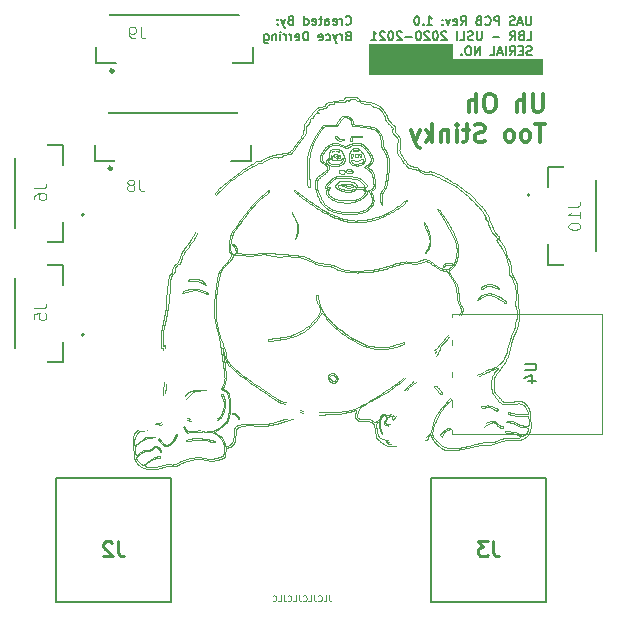
<source format=gbo>
G04 #@! TF.GenerationSoftware,KiCad,Pcbnew,(5.1.9)-1*
G04 #@! TF.CreationDate,2021-04-18T01:44:30-07:00*
G04 #@! TF.ProjectId,UAS_V2,5541535f-5632-42e6-9b69-6361645f7063,rev?*
G04 #@! TF.SameCoordinates,Original*
G04 #@! TF.FileFunction,Legend,Bot*
G04 #@! TF.FilePolarity,Positive*
%FSLAX46Y46*%
G04 Gerber Fmt 4.6, Leading zero omitted, Abs format (unit mm)*
G04 Created by KiCad (PCBNEW (5.1.9)-1) date 2021-04-18 01:44:30*
%MOMM*%
%LPD*%
G01*
G04 APERTURE LIST*
%ADD10C,0.100000*%
%ADD11C,0.150000*%
%ADD12C,0.187500*%
%ADD13C,0.125000*%
%ADD14C,0.300000*%
%ADD15C,0.127000*%
%ADD16C,0.200000*%
%ADD17C,0.050000*%
%ADD18C,0.015000*%
%ADD19C,0.254000*%
%ADD20C,1.900000*%
%ADD21O,3.400000X2.200000*%
%ADD22C,3.400000*%
%ADD23O,2.200000X3.400000*%
%ADD24C,3.650000*%
%ADD25C,4.400000*%
G04 APERTURE END LIST*
D10*
G36*
X162560000Y-83185000D02*
G01*
X170180000Y-83185000D01*
X170180000Y-84455000D01*
X155575000Y-84455000D01*
X155575000Y-81915000D01*
X162560000Y-81915000D01*
X162560000Y-83185000D01*
G37*
X162560000Y-83185000D02*
X170180000Y-83185000D01*
X170180000Y-84455000D01*
X155575000Y-84455000D01*
X155575000Y-81915000D01*
X162560000Y-81915000D01*
X162560000Y-83185000D01*
D11*
X169268928Y-79594285D02*
X169268928Y-80201428D01*
X169233214Y-80272857D01*
X169197500Y-80308571D01*
X169126071Y-80344285D01*
X168983214Y-80344285D01*
X168911785Y-80308571D01*
X168876071Y-80272857D01*
X168840357Y-80201428D01*
X168840357Y-79594285D01*
X168518928Y-80130000D02*
X168161785Y-80130000D01*
X168590357Y-80344285D02*
X168340357Y-79594285D01*
X168090357Y-80344285D01*
X167876071Y-80308571D02*
X167768928Y-80344285D01*
X167590357Y-80344285D01*
X167518928Y-80308571D01*
X167483214Y-80272857D01*
X167447500Y-80201428D01*
X167447500Y-80130000D01*
X167483214Y-80058571D01*
X167518928Y-80022857D01*
X167590357Y-79987142D01*
X167733214Y-79951428D01*
X167804642Y-79915714D01*
X167840357Y-79880000D01*
X167876071Y-79808571D01*
X167876071Y-79737142D01*
X167840357Y-79665714D01*
X167804642Y-79630000D01*
X167733214Y-79594285D01*
X167554642Y-79594285D01*
X167447500Y-79630000D01*
X166554642Y-80344285D02*
X166554642Y-79594285D01*
X166268928Y-79594285D01*
X166197500Y-79630000D01*
X166161785Y-79665714D01*
X166126071Y-79737142D01*
X166126071Y-79844285D01*
X166161785Y-79915714D01*
X166197500Y-79951428D01*
X166268928Y-79987142D01*
X166554642Y-79987142D01*
X165376071Y-80272857D02*
X165411785Y-80308571D01*
X165518928Y-80344285D01*
X165590357Y-80344285D01*
X165697500Y-80308571D01*
X165768928Y-80237142D01*
X165804642Y-80165714D01*
X165840357Y-80022857D01*
X165840357Y-79915714D01*
X165804642Y-79772857D01*
X165768928Y-79701428D01*
X165697500Y-79630000D01*
X165590357Y-79594285D01*
X165518928Y-79594285D01*
X165411785Y-79630000D01*
X165376071Y-79665714D01*
X164804642Y-79951428D02*
X164697500Y-79987142D01*
X164661785Y-80022857D01*
X164626071Y-80094285D01*
X164626071Y-80201428D01*
X164661785Y-80272857D01*
X164697500Y-80308571D01*
X164768928Y-80344285D01*
X165054642Y-80344285D01*
X165054642Y-79594285D01*
X164804642Y-79594285D01*
X164733214Y-79630000D01*
X164697500Y-79665714D01*
X164661785Y-79737142D01*
X164661785Y-79808571D01*
X164697500Y-79880000D01*
X164733214Y-79915714D01*
X164804642Y-79951428D01*
X165054642Y-79951428D01*
X163304642Y-80344285D02*
X163554642Y-79987142D01*
X163733214Y-80344285D02*
X163733214Y-79594285D01*
X163447500Y-79594285D01*
X163376071Y-79630000D01*
X163340357Y-79665714D01*
X163304642Y-79737142D01*
X163304642Y-79844285D01*
X163340357Y-79915714D01*
X163376071Y-79951428D01*
X163447500Y-79987142D01*
X163733214Y-79987142D01*
X162697500Y-80308571D02*
X162768928Y-80344285D01*
X162911785Y-80344285D01*
X162983214Y-80308571D01*
X163018928Y-80237142D01*
X163018928Y-79951428D01*
X162983214Y-79880000D01*
X162911785Y-79844285D01*
X162768928Y-79844285D01*
X162697500Y-79880000D01*
X162661785Y-79951428D01*
X162661785Y-80022857D01*
X163018928Y-80094285D01*
X162411785Y-79844285D02*
X162233214Y-80344285D01*
X162054642Y-79844285D01*
X161768928Y-80272857D02*
X161733214Y-80308571D01*
X161768928Y-80344285D01*
X161804642Y-80308571D01*
X161768928Y-80272857D01*
X161768928Y-80344285D01*
X161768928Y-79880000D02*
X161733214Y-79915714D01*
X161768928Y-79951428D01*
X161804642Y-79915714D01*
X161768928Y-79880000D01*
X161768928Y-79951428D01*
X160447500Y-80344285D02*
X160876071Y-80344285D01*
X160661785Y-80344285D02*
X160661785Y-79594285D01*
X160733214Y-79701428D01*
X160804642Y-79772857D01*
X160876071Y-79808571D01*
X160126071Y-80272857D02*
X160090357Y-80308571D01*
X160126071Y-80344285D01*
X160161785Y-80308571D01*
X160126071Y-80272857D01*
X160126071Y-80344285D01*
X159626071Y-79594285D02*
X159554642Y-79594285D01*
X159483214Y-79630000D01*
X159447500Y-79665714D01*
X159411785Y-79737142D01*
X159376071Y-79880000D01*
X159376071Y-80058571D01*
X159411785Y-80201428D01*
X159447500Y-80272857D01*
X159483214Y-80308571D01*
X159554642Y-80344285D01*
X159626071Y-80344285D01*
X159697500Y-80308571D01*
X159733214Y-80272857D01*
X159768928Y-80201428D01*
X159804642Y-80058571D01*
X159804642Y-79880000D01*
X159768928Y-79737142D01*
X159733214Y-79665714D01*
X159697500Y-79630000D01*
X159626071Y-79594285D01*
X168911785Y-81619285D02*
X169268928Y-81619285D01*
X169268928Y-80869285D01*
X168411785Y-81226428D02*
X168304642Y-81262142D01*
X168268928Y-81297857D01*
X168233214Y-81369285D01*
X168233214Y-81476428D01*
X168268928Y-81547857D01*
X168304642Y-81583571D01*
X168376071Y-81619285D01*
X168661785Y-81619285D01*
X168661785Y-80869285D01*
X168411785Y-80869285D01*
X168340357Y-80905000D01*
X168304642Y-80940714D01*
X168268928Y-81012142D01*
X168268928Y-81083571D01*
X168304642Y-81155000D01*
X168340357Y-81190714D01*
X168411785Y-81226428D01*
X168661785Y-81226428D01*
X167483214Y-81619285D02*
X167733214Y-81262142D01*
X167911785Y-81619285D02*
X167911785Y-80869285D01*
X167626071Y-80869285D01*
X167554642Y-80905000D01*
X167518928Y-80940714D01*
X167483214Y-81012142D01*
X167483214Y-81119285D01*
X167518928Y-81190714D01*
X167554642Y-81226428D01*
X167626071Y-81262142D01*
X167911785Y-81262142D01*
X166590357Y-81333571D02*
X166018928Y-81333571D01*
X165090357Y-80869285D02*
X165090357Y-81476428D01*
X165054642Y-81547857D01*
X165018928Y-81583571D01*
X164947500Y-81619285D01*
X164804642Y-81619285D01*
X164733214Y-81583571D01*
X164697500Y-81547857D01*
X164661785Y-81476428D01*
X164661785Y-80869285D01*
X164340357Y-81583571D02*
X164233214Y-81619285D01*
X164054642Y-81619285D01*
X163983214Y-81583571D01*
X163947500Y-81547857D01*
X163911785Y-81476428D01*
X163911785Y-81405000D01*
X163947500Y-81333571D01*
X163983214Y-81297857D01*
X164054642Y-81262142D01*
X164197500Y-81226428D01*
X164268928Y-81190714D01*
X164304642Y-81155000D01*
X164340357Y-81083571D01*
X164340357Y-81012142D01*
X164304642Y-80940714D01*
X164268928Y-80905000D01*
X164197500Y-80869285D01*
X164018928Y-80869285D01*
X163911785Y-80905000D01*
X163233214Y-81619285D02*
X163590357Y-81619285D01*
X163590357Y-80869285D01*
X162983214Y-81619285D02*
X162983214Y-80869285D01*
X162090357Y-80940714D02*
X162054642Y-80905000D01*
X161983214Y-80869285D01*
X161804642Y-80869285D01*
X161733214Y-80905000D01*
X161697500Y-80940714D01*
X161661785Y-81012142D01*
X161661785Y-81083571D01*
X161697500Y-81190714D01*
X162126071Y-81619285D01*
X161661785Y-81619285D01*
X161197500Y-80869285D02*
X161126071Y-80869285D01*
X161054642Y-80905000D01*
X161018928Y-80940714D01*
X160983214Y-81012142D01*
X160947500Y-81155000D01*
X160947500Y-81333571D01*
X160983214Y-81476428D01*
X161018928Y-81547857D01*
X161054642Y-81583571D01*
X161126071Y-81619285D01*
X161197500Y-81619285D01*
X161268928Y-81583571D01*
X161304642Y-81547857D01*
X161340357Y-81476428D01*
X161376071Y-81333571D01*
X161376071Y-81155000D01*
X161340357Y-81012142D01*
X161304642Y-80940714D01*
X161268928Y-80905000D01*
X161197500Y-80869285D01*
X160661785Y-80940714D02*
X160626071Y-80905000D01*
X160554642Y-80869285D01*
X160376071Y-80869285D01*
X160304642Y-80905000D01*
X160268928Y-80940714D01*
X160233214Y-81012142D01*
X160233214Y-81083571D01*
X160268928Y-81190714D01*
X160697500Y-81619285D01*
X160233214Y-81619285D01*
X159768928Y-80869285D02*
X159697500Y-80869285D01*
X159626071Y-80905000D01*
X159590357Y-80940714D01*
X159554642Y-81012142D01*
X159518928Y-81155000D01*
X159518928Y-81333571D01*
X159554642Y-81476428D01*
X159590357Y-81547857D01*
X159626071Y-81583571D01*
X159697500Y-81619285D01*
X159768928Y-81619285D01*
X159840357Y-81583571D01*
X159876071Y-81547857D01*
X159911785Y-81476428D01*
X159947500Y-81333571D01*
X159947500Y-81155000D01*
X159911785Y-81012142D01*
X159876071Y-80940714D01*
X159840357Y-80905000D01*
X159768928Y-80869285D01*
X159197500Y-81333571D02*
X158626071Y-81333571D01*
X158304642Y-80940714D02*
X158268928Y-80905000D01*
X158197500Y-80869285D01*
X158018928Y-80869285D01*
X157947500Y-80905000D01*
X157911785Y-80940714D01*
X157876071Y-81012142D01*
X157876071Y-81083571D01*
X157911785Y-81190714D01*
X158340357Y-81619285D01*
X157876071Y-81619285D01*
X157411785Y-80869285D02*
X157340357Y-80869285D01*
X157268928Y-80905000D01*
X157233214Y-80940714D01*
X157197500Y-81012142D01*
X157161785Y-81155000D01*
X157161785Y-81333571D01*
X157197500Y-81476428D01*
X157233214Y-81547857D01*
X157268928Y-81583571D01*
X157340357Y-81619285D01*
X157411785Y-81619285D01*
X157483214Y-81583571D01*
X157518928Y-81547857D01*
X157554642Y-81476428D01*
X157590357Y-81333571D01*
X157590357Y-81155000D01*
X157554642Y-81012142D01*
X157518928Y-80940714D01*
X157483214Y-80905000D01*
X157411785Y-80869285D01*
X156876071Y-80940714D02*
X156840357Y-80905000D01*
X156768928Y-80869285D01*
X156590357Y-80869285D01*
X156518928Y-80905000D01*
X156483214Y-80940714D01*
X156447500Y-81012142D01*
X156447500Y-81083571D01*
X156483214Y-81190714D01*
X156911785Y-81619285D01*
X156447500Y-81619285D01*
X155733214Y-81619285D02*
X156161785Y-81619285D01*
X155947500Y-81619285D02*
X155947500Y-80869285D01*
X156018928Y-80976428D01*
X156090357Y-81047857D01*
X156161785Y-81083571D01*
X169304642Y-82858571D02*
X169197500Y-82894285D01*
X169018928Y-82894285D01*
X168947500Y-82858571D01*
X168911785Y-82822857D01*
X168876071Y-82751428D01*
X168876071Y-82680000D01*
X168911785Y-82608571D01*
X168947500Y-82572857D01*
X169018928Y-82537142D01*
X169161785Y-82501428D01*
X169233214Y-82465714D01*
X169268928Y-82430000D01*
X169304642Y-82358571D01*
X169304642Y-82287142D01*
X169268928Y-82215714D01*
X169233214Y-82180000D01*
X169161785Y-82144285D01*
X168983214Y-82144285D01*
X168876071Y-82180000D01*
X168554642Y-82501428D02*
X168304642Y-82501428D01*
X168197500Y-82894285D02*
X168554642Y-82894285D01*
X168554642Y-82144285D01*
X168197500Y-82144285D01*
X167447500Y-82894285D02*
X167697500Y-82537142D01*
X167876071Y-82894285D02*
X167876071Y-82144285D01*
X167590357Y-82144285D01*
X167518928Y-82180000D01*
X167483214Y-82215714D01*
X167447500Y-82287142D01*
X167447500Y-82394285D01*
X167483214Y-82465714D01*
X167518928Y-82501428D01*
X167590357Y-82537142D01*
X167876071Y-82537142D01*
X167126071Y-82894285D02*
X167126071Y-82144285D01*
X166804642Y-82680000D02*
X166447500Y-82680000D01*
X166876071Y-82894285D02*
X166626071Y-82144285D01*
X166376071Y-82894285D01*
X165768928Y-82894285D02*
X166126071Y-82894285D01*
X166126071Y-82144285D01*
X164947500Y-82894285D02*
X164947500Y-82144285D01*
X164518928Y-82894285D01*
X164518928Y-82144285D01*
X164018928Y-82144285D02*
X163876071Y-82144285D01*
X163804642Y-82180000D01*
X163733214Y-82251428D01*
X163697500Y-82394285D01*
X163697500Y-82644285D01*
X163733214Y-82787142D01*
X163804642Y-82858571D01*
X163876071Y-82894285D01*
X164018928Y-82894285D01*
X164090357Y-82858571D01*
X164161785Y-82787142D01*
X164197500Y-82644285D01*
X164197500Y-82394285D01*
X164161785Y-82251428D01*
X164090357Y-82180000D01*
X164018928Y-82144285D01*
X163376071Y-82822857D02*
X163340357Y-82858571D01*
X163376071Y-82894285D01*
X163411785Y-82858571D01*
X163376071Y-82822857D01*
X163376071Y-82894285D01*
D12*
X153575982Y-80256607D02*
X153611696Y-80292321D01*
X153718839Y-80328035D01*
X153790267Y-80328035D01*
X153897410Y-80292321D01*
X153968839Y-80220892D01*
X154004553Y-80149464D01*
X154040267Y-80006607D01*
X154040267Y-79899464D01*
X154004553Y-79756607D01*
X153968839Y-79685178D01*
X153897410Y-79613750D01*
X153790267Y-79578035D01*
X153718839Y-79578035D01*
X153611696Y-79613750D01*
X153575982Y-79649464D01*
X153254553Y-80328035D02*
X153254553Y-79828035D01*
X153254553Y-79970892D02*
X153218839Y-79899464D01*
X153183125Y-79863750D01*
X153111696Y-79828035D01*
X153040267Y-79828035D01*
X152504553Y-80292321D02*
X152575982Y-80328035D01*
X152718839Y-80328035D01*
X152790267Y-80292321D01*
X152825982Y-80220892D01*
X152825982Y-79935178D01*
X152790267Y-79863750D01*
X152718839Y-79828035D01*
X152575982Y-79828035D01*
X152504553Y-79863750D01*
X152468839Y-79935178D01*
X152468839Y-80006607D01*
X152825982Y-80078035D01*
X151825982Y-80328035D02*
X151825982Y-79935178D01*
X151861696Y-79863750D01*
X151933125Y-79828035D01*
X152075982Y-79828035D01*
X152147410Y-79863750D01*
X151825982Y-80292321D02*
X151897410Y-80328035D01*
X152075982Y-80328035D01*
X152147410Y-80292321D01*
X152183125Y-80220892D01*
X152183125Y-80149464D01*
X152147410Y-80078035D01*
X152075982Y-80042321D01*
X151897410Y-80042321D01*
X151825982Y-80006607D01*
X151575982Y-79828035D02*
X151290267Y-79828035D01*
X151468839Y-79578035D02*
X151468839Y-80220892D01*
X151433125Y-80292321D01*
X151361696Y-80328035D01*
X151290267Y-80328035D01*
X150754553Y-80292321D02*
X150825982Y-80328035D01*
X150968839Y-80328035D01*
X151040267Y-80292321D01*
X151075982Y-80220892D01*
X151075982Y-79935178D01*
X151040267Y-79863750D01*
X150968839Y-79828035D01*
X150825982Y-79828035D01*
X150754553Y-79863750D01*
X150718839Y-79935178D01*
X150718839Y-80006607D01*
X151075982Y-80078035D01*
X150075982Y-80328035D02*
X150075982Y-79578035D01*
X150075982Y-80292321D02*
X150147410Y-80328035D01*
X150290267Y-80328035D01*
X150361696Y-80292321D01*
X150397410Y-80256607D01*
X150433125Y-80185178D01*
X150433125Y-79970892D01*
X150397410Y-79899464D01*
X150361696Y-79863750D01*
X150290267Y-79828035D01*
X150147410Y-79828035D01*
X150075982Y-79863750D01*
X148897410Y-79935178D02*
X148790267Y-79970892D01*
X148754553Y-80006607D01*
X148718839Y-80078035D01*
X148718839Y-80185178D01*
X148754553Y-80256607D01*
X148790267Y-80292321D01*
X148861696Y-80328035D01*
X149147410Y-80328035D01*
X149147410Y-79578035D01*
X148897410Y-79578035D01*
X148825982Y-79613750D01*
X148790267Y-79649464D01*
X148754553Y-79720892D01*
X148754553Y-79792321D01*
X148790267Y-79863750D01*
X148825982Y-79899464D01*
X148897410Y-79935178D01*
X149147410Y-79935178D01*
X148468839Y-79828035D02*
X148290267Y-80328035D01*
X148111696Y-79828035D02*
X148290267Y-80328035D01*
X148361696Y-80506607D01*
X148397410Y-80542321D01*
X148468839Y-80578035D01*
X147825982Y-80256607D02*
X147790267Y-80292321D01*
X147825982Y-80328035D01*
X147861696Y-80292321D01*
X147825982Y-80256607D01*
X147825982Y-80328035D01*
X147825982Y-79863750D02*
X147790267Y-79899464D01*
X147825982Y-79935178D01*
X147861696Y-79899464D01*
X147825982Y-79863750D01*
X147825982Y-79935178D01*
X153754553Y-81247678D02*
X153647410Y-81283392D01*
X153611696Y-81319107D01*
X153575982Y-81390535D01*
X153575982Y-81497678D01*
X153611696Y-81569107D01*
X153647410Y-81604821D01*
X153718839Y-81640535D01*
X154004553Y-81640535D01*
X154004553Y-80890535D01*
X153754553Y-80890535D01*
X153683125Y-80926250D01*
X153647410Y-80961964D01*
X153611696Y-81033392D01*
X153611696Y-81104821D01*
X153647410Y-81176250D01*
X153683125Y-81211964D01*
X153754553Y-81247678D01*
X154004553Y-81247678D01*
X153254553Y-81640535D02*
X153254553Y-81140535D01*
X153254553Y-81283392D02*
X153218839Y-81211964D01*
X153183125Y-81176250D01*
X153111696Y-81140535D01*
X153040267Y-81140535D01*
X152861696Y-81140535D02*
X152683125Y-81640535D01*
X152504553Y-81140535D02*
X152683125Y-81640535D01*
X152754553Y-81819107D01*
X152790267Y-81854821D01*
X152861696Y-81890535D01*
X151897410Y-81604821D02*
X151968839Y-81640535D01*
X152111696Y-81640535D01*
X152183125Y-81604821D01*
X152218839Y-81569107D01*
X152254553Y-81497678D01*
X152254553Y-81283392D01*
X152218839Y-81211964D01*
X152183125Y-81176250D01*
X152111696Y-81140535D01*
X151968839Y-81140535D01*
X151897410Y-81176250D01*
X151290267Y-81604821D02*
X151361696Y-81640535D01*
X151504553Y-81640535D01*
X151575982Y-81604821D01*
X151611696Y-81533392D01*
X151611696Y-81247678D01*
X151575982Y-81176250D01*
X151504553Y-81140535D01*
X151361696Y-81140535D01*
X151290267Y-81176250D01*
X151254553Y-81247678D01*
X151254553Y-81319107D01*
X151611696Y-81390535D01*
X150361696Y-81640535D02*
X150361696Y-80890535D01*
X150183125Y-80890535D01*
X150075982Y-80926250D01*
X150004553Y-80997678D01*
X149968839Y-81069107D01*
X149933125Y-81211964D01*
X149933125Y-81319107D01*
X149968839Y-81461964D01*
X150004553Y-81533392D01*
X150075982Y-81604821D01*
X150183125Y-81640535D01*
X150361696Y-81640535D01*
X149325982Y-81604821D02*
X149397410Y-81640535D01*
X149540267Y-81640535D01*
X149611696Y-81604821D01*
X149647410Y-81533392D01*
X149647410Y-81247678D01*
X149611696Y-81176250D01*
X149540267Y-81140535D01*
X149397410Y-81140535D01*
X149325982Y-81176250D01*
X149290267Y-81247678D01*
X149290267Y-81319107D01*
X149647410Y-81390535D01*
X148968839Y-81640535D02*
X148968839Y-81140535D01*
X148968839Y-81283392D02*
X148933125Y-81211964D01*
X148897410Y-81176250D01*
X148825982Y-81140535D01*
X148754553Y-81140535D01*
X148504553Y-81640535D02*
X148504553Y-81140535D01*
X148504553Y-81283392D02*
X148468839Y-81211964D01*
X148433125Y-81176250D01*
X148361696Y-81140535D01*
X148290267Y-81140535D01*
X148040267Y-81640535D02*
X148040267Y-81140535D01*
X148040267Y-80890535D02*
X148075982Y-80926250D01*
X148040267Y-80961964D01*
X148004553Y-80926250D01*
X148040267Y-80890535D01*
X148040267Y-80961964D01*
X147683125Y-81140535D02*
X147683125Y-81640535D01*
X147683125Y-81211964D02*
X147647410Y-81176250D01*
X147575982Y-81140535D01*
X147468839Y-81140535D01*
X147397410Y-81176250D01*
X147361696Y-81247678D01*
X147361696Y-81640535D01*
X146683125Y-81140535D02*
X146683125Y-81747678D01*
X146718839Y-81819107D01*
X146754553Y-81854821D01*
X146825982Y-81890535D01*
X146933125Y-81890535D01*
X147004553Y-81854821D01*
X146683125Y-81604821D02*
X146754553Y-81640535D01*
X146897410Y-81640535D01*
X146968839Y-81604821D01*
X147004553Y-81569107D01*
X147040267Y-81497678D01*
X147040267Y-81283392D01*
X147004553Y-81211964D01*
X146968839Y-81176250D01*
X146897410Y-81140535D01*
X146754553Y-81140535D01*
X146683125Y-81176250D01*
D13*
X152169523Y-128631190D02*
X152169523Y-128988333D01*
X152193333Y-129059761D01*
X152240952Y-129107380D01*
X152312380Y-129131190D01*
X152360000Y-129131190D01*
X151693333Y-129131190D02*
X151931428Y-129131190D01*
X151931428Y-128631190D01*
X151240952Y-129083571D02*
X151264761Y-129107380D01*
X151336190Y-129131190D01*
X151383809Y-129131190D01*
X151455238Y-129107380D01*
X151502857Y-129059761D01*
X151526666Y-129012142D01*
X151550476Y-128916904D01*
X151550476Y-128845476D01*
X151526666Y-128750238D01*
X151502857Y-128702619D01*
X151455238Y-128655000D01*
X151383809Y-128631190D01*
X151336190Y-128631190D01*
X151264761Y-128655000D01*
X151240952Y-128678809D01*
X150883809Y-128631190D02*
X150883809Y-128988333D01*
X150907619Y-129059761D01*
X150955238Y-129107380D01*
X151026666Y-129131190D01*
X151074285Y-129131190D01*
X150407619Y-129131190D02*
X150645714Y-129131190D01*
X150645714Y-128631190D01*
X149955238Y-129083571D02*
X149979047Y-129107380D01*
X150050476Y-129131190D01*
X150098095Y-129131190D01*
X150169523Y-129107380D01*
X150217142Y-129059761D01*
X150240952Y-129012142D01*
X150264761Y-128916904D01*
X150264761Y-128845476D01*
X150240952Y-128750238D01*
X150217142Y-128702619D01*
X150169523Y-128655000D01*
X150098095Y-128631190D01*
X150050476Y-128631190D01*
X149979047Y-128655000D01*
X149955238Y-128678809D01*
X149598095Y-128631190D02*
X149598095Y-128988333D01*
X149621904Y-129059761D01*
X149669523Y-129107380D01*
X149740952Y-129131190D01*
X149788571Y-129131190D01*
X149121904Y-129131190D02*
X149360000Y-129131190D01*
X149360000Y-128631190D01*
X148669523Y-129083571D02*
X148693333Y-129107380D01*
X148764761Y-129131190D01*
X148812380Y-129131190D01*
X148883809Y-129107380D01*
X148931428Y-129059761D01*
X148955238Y-129012142D01*
X148979047Y-128916904D01*
X148979047Y-128845476D01*
X148955238Y-128750238D01*
X148931428Y-128702619D01*
X148883809Y-128655000D01*
X148812380Y-128631190D01*
X148764761Y-128631190D01*
X148693333Y-128655000D01*
X148669523Y-128678809D01*
X148312380Y-128631190D02*
X148312380Y-128988333D01*
X148336190Y-129059761D01*
X148383809Y-129107380D01*
X148455238Y-129131190D01*
X148502857Y-129131190D01*
X147836190Y-129131190D02*
X148074285Y-129131190D01*
X148074285Y-128631190D01*
X147383809Y-129083571D02*
X147407619Y-129107380D01*
X147479047Y-129131190D01*
X147526666Y-129131190D01*
X147598095Y-129107380D01*
X147645714Y-129059761D01*
X147669523Y-129012142D01*
X147693333Y-128916904D01*
X147693333Y-128845476D01*
X147669523Y-128750238D01*
X147645714Y-128702619D01*
X147598095Y-128655000D01*
X147526666Y-128631190D01*
X147479047Y-128631190D01*
X147407619Y-128655000D01*
X147383809Y-128678809D01*
D14*
X170262857Y-86168571D02*
X170262857Y-87382857D01*
X170191428Y-87525714D01*
X170120000Y-87597142D01*
X169977142Y-87668571D01*
X169691428Y-87668571D01*
X169548571Y-87597142D01*
X169477142Y-87525714D01*
X169405714Y-87382857D01*
X169405714Y-86168571D01*
X168691428Y-87668571D02*
X168691428Y-86168571D01*
X168048571Y-87668571D02*
X168048571Y-86882857D01*
X168120000Y-86740000D01*
X168262857Y-86668571D01*
X168477142Y-86668571D01*
X168620000Y-86740000D01*
X168691428Y-86811428D01*
X165905714Y-86168571D02*
X165620000Y-86168571D01*
X165477142Y-86240000D01*
X165334285Y-86382857D01*
X165262857Y-86668571D01*
X165262857Y-87168571D01*
X165334285Y-87454285D01*
X165477142Y-87597142D01*
X165620000Y-87668571D01*
X165905714Y-87668571D01*
X166048571Y-87597142D01*
X166191428Y-87454285D01*
X166262857Y-87168571D01*
X166262857Y-86668571D01*
X166191428Y-86382857D01*
X166048571Y-86240000D01*
X165905714Y-86168571D01*
X164620000Y-87668571D02*
X164620000Y-86168571D01*
X163977142Y-87668571D02*
X163977142Y-86882857D01*
X164048571Y-86740000D01*
X164191428Y-86668571D01*
X164405714Y-86668571D01*
X164548571Y-86740000D01*
X164620000Y-86811428D01*
X170477142Y-88718571D02*
X169620000Y-88718571D01*
X170048571Y-90218571D02*
X170048571Y-88718571D01*
X168905714Y-90218571D02*
X169048571Y-90147142D01*
X169120000Y-90075714D01*
X169191428Y-89932857D01*
X169191428Y-89504285D01*
X169120000Y-89361428D01*
X169048571Y-89290000D01*
X168905714Y-89218571D01*
X168691428Y-89218571D01*
X168548571Y-89290000D01*
X168477142Y-89361428D01*
X168405714Y-89504285D01*
X168405714Y-89932857D01*
X168477142Y-90075714D01*
X168548571Y-90147142D01*
X168691428Y-90218571D01*
X168905714Y-90218571D01*
X167548571Y-90218571D02*
X167691428Y-90147142D01*
X167762857Y-90075714D01*
X167834285Y-89932857D01*
X167834285Y-89504285D01*
X167762857Y-89361428D01*
X167691428Y-89290000D01*
X167548571Y-89218571D01*
X167334285Y-89218571D01*
X167191428Y-89290000D01*
X167120000Y-89361428D01*
X167048571Y-89504285D01*
X167048571Y-89932857D01*
X167120000Y-90075714D01*
X167191428Y-90147142D01*
X167334285Y-90218571D01*
X167548571Y-90218571D01*
X165334285Y-90147142D02*
X165120000Y-90218571D01*
X164762857Y-90218571D01*
X164620000Y-90147142D01*
X164548571Y-90075714D01*
X164477142Y-89932857D01*
X164477142Y-89790000D01*
X164548571Y-89647142D01*
X164620000Y-89575714D01*
X164762857Y-89504285D01*
X165048571Y-89432857D01*
X165191428Y-89361428D01*
X165262857Y-89290000D01*
X165334285Y-89147142D01*
X165334285Y-89004285D01*
X165262857Y-88861428D01*
X165191428Y-88790000D01*
X165048571Y-88718571D01*
X164691428Y-88718571D01*
X164477142Y-88790000D01*
X164048571Y-89218571D02*
X163477142Y-89218571D01*
X163834285Y-88718571D02*
X163834285Y-90004285D01*
X163762857Y-90147142D01*
X163620000Y-90218571D01*
X163477142Y-90218571D01*
X162977142Y-90218571D02*
X162977142Y-89218571D01*
X162977142Y-88718571D02*
X163048571Y-88790000D01*
X162977142Y-88861428D01*
X162905714Y-88790000D01*
X162977142Y-88718571D01*
X162977142Y-88861428D01*
X162262857Y-89218571D02*
X162262857Y-90218571D01*
X162262857Y-89361428D02*
X162191428Y-89290000D01*
X162048571Y-89218571D01*
X161834285Y-89218571D01*
X161691428Y-89290000D01*
X161620000Y-89432857D01*
X161620000Y-90218571D01*
X160905714Y-90218571D02*
X160905714Y-88718571D01*
X160762857Y-89647142D02*
X160334285Y-90218571D01*
X160334285Y-89218571D02*
X160905714Y-89790000D01*
X159834285Y-89218571D02*
X159477142Y-90218571D01*
X159120000Y-89218571D02*
X159477142Y-90218571D01*
X159620000Y-90575714D01*
X159691428Y-90647142D01*
X159834285Y-90718571D01*
D10*
X142516544Y-115642228D02*
X142523089Y-115635452D01*
X141975942Y-115433712D02*
X141921244Y-115422543D01*
X141921244Y-115422543D02*
X141866462Y-115411855D01*
X142534999Y-115616006D02*
X142535875Y-115610232D01*
X142030560Y-115445320D02*
X141975942Y-115433712D01*
X141701592Y-115383106D02*
X141646451Y-115374771D01*
X142439916Y-115544011D02*
X142429781Y-115540633D01*
X142193961Y-115482342D02*
X142139567Y-115469678D01*
X142356741Y-115521761D02*
X142302545Y-115508426D01*
X142429781Y-115540633D02*
X142420048Y-115537694D01*
X142139567Y-115469678D02*
X142085101Y-115457323D01*
X141591213Y-115367132D02*
X141535875Y-115360232D01*
X142516379Y-115582184D02*
X142508754Y-115576690D01*
X142248286Y-115495272D02*
X142193961Y-115482342D01*
X142491053Y-115566127D02*
X142481294Y-115561136D01*
X141811595Y-115401690D02*
X141756639Y-115392093D01*
X142528450Y-115628740D02*
X142532472Y-115622216D01*
X142534990Y-115604675D02*
X142532438Y-115599052D01*
X141646451Y-115374771D02*
X141591213Y-115367132D01*
X142450294Y-115547789D02*
X142439916Y-115544011D01*
X142535875Y-115610232D02*
X142534990Y-115604675D01*
X142420048Y-115537694D02*
X142410875Y-115535232D01*
X142508754Y-115576690D02*
X142500259Y-115571324D01*
X142522973Y-115587768D02*
X142516379Y-115582184D01*
X142523089Y-115635452D02*
X142528450Y-115628740D01*
X142460756Y-115551928D02*
X142450294Y-115547789D01*
X142532472Y-115622216D02*
X142534999Y-115616006D01*
X142500259Y-115571324D02*
X142491053Y-115566127D01*
X141866462Y-115411855D02*
X141811595Y-115401690D01*
X142481294Y-115561136D02*
X142471142Y-115556390D01*
X141756639Y-115392093D02*
X141701592Y-115383106D01*
X142085101Y-115457323D02*
X142030560Y-115445320D01*
X142471142Y-115556390D02*
X142460756Y-115551928D01*
X142302545Y-115508426D02*
X142248286Y-115495272D01*
X142410875Y-115535232D02*
X142356741Y-115521761D01*
X142532438Y-115599052D02*
X142528379Y-115593404D01*
X142528379Y-115593404D02*
X142522973Y-115587768D01*
X141123929Y-115330058D02*
X141072264Y-115328795D01*
X138915756Y-115648573D02*
X138946732Y-115614539D01*
X141175577Y-115331874D02*
X141123929Y-115330058D01*
X139223950Y-115206212D02*
X139243133Y-115167073D01*
X138946732Y-115614539D02*
X138977063Y-115580069D01*
X141433244Y-115349314D02*
X141381817Y-115344704D01*
X139058711Y-115480878D02*
X139082604Y-115447389D01*
X138884112Y-115682066D02*
X138915756Y-115648573D01*
X139284528Y-115068100D02*
X139291500Y-115044031D01*
X139243133Y-115167073D02*
X139259912Y-115130453D01*
X141535875Y-115360232D02*
X141484600Y-115354490D01*
X140917254Y-115328297D02*
X140865609Y-115329221D01*
X139259912Y-115130453D02*
X139273855Y-115097185D01*
X138784966Y-115778270D02*
X138818739Y-115747018D01*
X138818739Y-115747018D02*
X138851780Y-115714916D01*
X141278785Y-115337172D02*
X141227199Y-115334245D01*
X139291500Y-115044031D02*
X139294337Y-115025808D01*
X139107123Y-115410597D02*
X139131834Y-115371335D01*
X139006771Y-115545265D02*
X139035875Y-115510232D01*
X140570900Y-115345732D02*
X140535895Y-115349450D01*
X140968917Y-115327916D02*
X140917254Y-115328297D01*
X139202796Y-115247040D02*
X139223950Y-115206212D01*
X140605930Y-115342497D02*
X140570900Y-115345732D01*
X139082604Y-115447389D02*
X139107123Y-115410597D01*
X139294337Y-115025808D02*
X139292606Y-115014265D01*
X141072264Y-115328795D02*
X141020590Y-115328082D01*
X141381817Y-115344704D02*
X141330328Y-115340657D01*
X140362269Y-115376872D02*
X140328029Y-115384443D01*
X140396709Y-115370058D02*
X140362269Y-115376872D01*
X140431322Y-115363954D02*
X140396709Y-115370058D01*
X139180103Y-115288725D02*
X139202796Y-115247040D01*
X140466076Y-115358515D02*
X140431322Y-115363954D01*
X140500944Y-115353696D02*
X140466076Y-115358515D01*
X140535895Y-115349450D02*
X140500944Y-115353696D01*
X140640956Y-115339700D02*
X140605930Y-115342497D01*
X140813992Y-115330686D02*
X140762411Y-115332691D01*
X140675947Y-115337293D02*
X140640956Y-115339700D01*
X140710875Y-115335232D02*
X140675947Y-115337293D01*
X140762411Y-115332691D02*
X140710875Y-115335232D01*
X140865609Y-115329221D02*
X140813992Y-115330686D01*
X139156305Y-115330433D02*
X139180103Y-115288725D01*
X139131834Y-115371335D02*
X139156305Y-115330433D01*
X138977063Y-115580069D02*
X139006771Y-115545265D01*
X138851780Y-115714916D02*
X138884112Y-115682066D01*
X139035875Y-115510232D02*
X139058711Y-115480878D01*
X141020590Y-115328082D02*
X140968917Y-115327916D01*
X141330328Y-115340657D02*
X141278785Y-115337172D01*
X139292606Y-115014265D02*
X139285875Y-115010232D01*
X139273855Y-115097185D02*
X139284528Y-115068100D01*
X141227199Y-115334245D02*
X141175577Y-115331874D01*
X141484600Y-115354490D02*
X141433244Y-115349314D01*
X138565766Y-115942117D02*
X138604379Y-115918144D01*
X137683163Y-115404534D02*
X137685875Y-115410232D01*
X138526273Y-115964514D02*
X138565766Y-115942117D01*
X138485875Y-115985232D02*
X138526273Y-115964514D01*
X137842756Y-115423639D02*
X137818793Y-115394202D01*
X138057097Y-115852463D02*
X138090815Y-115881182D01*
X138215470Y-115967705D02*
X138235340Y-115976767D01*
X137960885Y-115760366D02*
X137992158Y-115791985D01*
X137705000Y-115361411D02*
X137698744Y-115367261D01*
X137711831Y-115355915D02*
X137705000Y-115361411D01*
X137818793Y-115394202D02*
X137798208Y-115369791D01*
X137798208Y-115369791D02*
X137781418Y-115351257D01*
X137754974Y-115335624D02*
X137748410Y-115337027D01*
X138341489Y-116005445D02*
X138363184Y-116007324D01*
X137815453Y-115591266D02*
X137843168Y-115626320D01*
X137726507Y-115346360D02*
X137719059Y-115350867D01*
X138125399Y-115908796D02*
X138160875Y-115935232D01*
X137736010Y-115483519D02*
X137761900Y-115519795D01*
X137748410Y-115337027D02*
X137741360Y-115339346D01*
X137871543Y-115660827D02*
X137900603Y-115694717D01*
X138406016Y-116006619D02*
X138426898Y-116003883D01*
X137685875Y-115410232D02*
X137710678Y-115446975D01*
X138255834Y-115984821D02*
X138276824Y-115991792D01*
X137768835Y-115339453D02*
X137760875Y-115335232D01*
X138196350Y-115957712D02*
X138215470Y-115967705D01*
X137788372Y-115555734D02*
X137815453Y-115591266D01*
X138235340Y-115976767D02*
X138255834Y-115984821D01*
X137992158Y-115791985D02*
X138024220Y-115822707D01*
X137899164Y-115494177D02*
X137869685Y-115457248D01*
X137900603Y-115694717D02*
X137930376Y-115727920D01*
X137682262Y-115398532D02*
X137683163Y-115404534D01*
X137682996Y-115392321D02*
X137682262Y-115398532D01*
X137930779Y-115533573D02*
X137899164Y-115494177D01*
X137761900Y-115519795D02*
X137788372Y-115555734D01*
X137698744Y-115367261D02*
X137693238Y-115373371D01*
X138178110Y-115946862D02*
X138196350Y-115957712D01*
X138090815Y-115881182D02*
X138125399Y-115908796D01*
X137719059Y-115350867D02*
X137711831Y-115355915D01*
X137734000Y-115342488D02*
X137726507Y-115346360D01*
X138604379Y-115918144D02*
X138642130Y-115892699D01*
X138363184Y-116007324D02*
X138384736Y-116007741D01*
X138319779Y-116002180D02*
X138341489Y-116005445D01*
X138466956Y-115993266D02*
X138485875Y-115985232D01*
X138160875Y-115935232D02*
X138178110Y-115946862D01*
X137688661Y-115379647D02*
X137685188Y-115385995D01*
X137693238Y-115373371D02*
X137688661Y-115379647D01*
X137781418Y-115351257D02*
X137768835Y-115339453D01*
X137843168Y-115626320D02*
X137871543Y-115660827D01*
X138024220Y-115822707D02*
X138057097Y-115852463D01*
X138750440Y-115808568D02*
X138784966Y-115778270D01*
X138384736Y-116007741D02*
X138406016Y-116006619D01*
X138715140Y-115837807D02*
X138750440Y-115808568D01*
X138426898Y-116003883D02*
X138447254Y-115999457D01*
X138679044Y-115865886D02*
X138715140Y-115837807D01*
X137741360Y-115339346D02*
X137734000Y-115342488D01*
X138447254Y-115999457D02*
X138466956Y-115993266D01*
X137685188Y-115385995D02*
X137682996Y-115392321D01*
X137760875Y-115335232D02*
X137754974Y-115335624D01*
X137869685Y-115457248D02*
X137842756Y-115423639D01*
X137710678Y-115446975D02*
X137736010Y-115483519D01*
X138642130Y-115892699D02*
X138679044Y-115865886D01*
X138276824Y-115991792D02*
X138298182Y-115997603D01*
X138298182Y-115997603D02*
X138319779Y-116002180D01*
X137930376Y-115727920D02*
X137960885Y-115760366D01*
X139127787Y-115087989D02*
X139113668Y-115117776D01*
X138775771Y-115640862D02*
X138747335Y-115669508D01*
X139195104Y-115010232D02*
X139190172Y-115010232D01*
X138831008Y-115581930D02*
X138803651Y-115611637D01*
X139209069Y-115010232D02*
X139201500Y-115010232D01*
X139176031Y-115013835D02*
X139165268Y-115024149D01*
X138142124Y-115774006D02*
X138106394Y-115737714D01*
X139201500Y-115010232D02*
X139195104Y-115010232D01*
X138223866Y-115844875D02*
X138210875Y-115835232D01*
X138237708Y-115854057D02*
X138223866Y-115844875D01*
X138299440Y-115884421D02*
X138283266Y-115877959D01*
X138252293Y-115862690D02*
X138237708Y-115854057D01*
X139032300Y-115297313D02*
X139014094Y-115334177D01*
X138267515Y-115870686D02*
X138252293Y-115862690D01*
X138283266Y-115877959D02*
X138267515Y-115870686D01*
X139226549Y-115010232D02*
X139217516Y-115010232D01*
X138349428Y-115898069D02*
X138332628Y-115894563D01*
X139185875Y-115010232D02*
X139176031Y-115013835D01*
X138431202Y-115896447D02*
X138415501Y-115899616D01*
X138935875Y-115460232D02*
X138910276Y-115490893D01*
X138382903Y-115901512D02*
X138366222Y-115900414D01*
X138595644Y-115800654D02*
X138563170Y-115823785D01*
X139165268Y-115024149D02*
X139153619Y-115040438D01*
X139186999Y-115010232D02*
X139185875Y-115010232D01*
X139014094Y-115334177D02*
X138995316Y-115369639D01*
X138415501Y-115899616D02*
X138399365Y-115901275D01*
X138718309Y-115697479D02*
X138688661Y-115724675D01*
X138315930Y-115889985D02*
X138299440Y-115884421D01*
X138332628Y-115894563D02*
X138315930Y-115889985D01*
X138366222Y-115900414D02*
X138349428Y-115898069D01*
X138399365Y-115901275D02*
X138382903Y-115901512D01*
X138658356Y-115751002D02*
X138627362Y-115776360D01*
X138446363Y-115891682D02*
X138431202Y-115896447D01*
X139098789Y-115150587D02*
X139083180Y-115185683D01*
X138460875Y-115885232D02*
X138446363Y-115891682D01*
X139235875Y-115010232D02*
X139226549Y-115010232D01*
X139217516Y-115010232D02*
X139209069Y-115010232D01*
X138627362Y-115776360D02*
X138595644Y-115800654D01*
X139113668Y-115117776D02*
X139098789Y-115150587D01*
X138747335Y-115669508D02*
X138718309Y-115697479D01*
X139153619Y-115040438D02*
X139141115Y-115061964D01*
X138495819Y-115866171D02*
X138460875Y-115885232D01*
X138563170Y-115823785D02*
X138529906Y-115845657D01*
X138803651Y-115611637D02*
X138775771Y-115640862D01*
X139066875Y-115222329D02*
X139049905Y-115259784D01*
X138857875Y-115551839D02*
X138831008Y-115581930D01*
X138910276Y-115490893D02*
X138884287Y-115521461D01*
X138884287Y-115521461D02*
X138857875Y-115551839D01*
X139141115Y-115061964D02*
X139127787Y-115087989D01*
X138688661Y-115724675D02*
X138658356Y-115751002D01*
X139083180Y-115185683D02*
X139066875Y-115222329D01*
X139190172Y-115010232D02*
X139186999Y-115010232D01*
X137964116Y-115574583D02*
X137930779Y-115533573D01*
X139049905Y-115259784D02*
X139032300Y-115297313D01*
X137998760Y-115616355D02*
X137964116Y-115574583D01*
X138976000Y-115402961D02*
X138956176Y-115433404D01*
X138034298Y-115658036D02*
X137998760Y-115616355D01*
X138070314Y-115698773D02*
X138034298Y-115658036D01*
X138106394Y-115737714D02*
X138070314Y-115698773D01*
X138177089Y-115806796D02*
X138142124Y-115774006D01*
X138995316Y-115369639D02*
X138976000Y-115402961D01*
X138210875Y-115835232D02*
X138177089Y-115806796D01*
X138956176Y-115433404D02*
X138935875Y-115460232D01*
X138529906Y-115845657D02*
X138495819Y-115866171D01*
X166610875Y-114235232D02*
X166578086Y-114215428D01*
X166648665Y-114250343D02*
X166628727Y-114243550D01*
X166811268Y-114270181D02*
X166788523Y-114269067D01*
X166852480Y-114272293D02*
X166832727Y-114271197D01*
X166910566Y-114364248D02*
X166913205Y-114352026D01*
X166897277Y-114277852D02*
X166885176Y-114275443D01*
X166765492Y-114446679D02*
X166785018Y-114446641D01*
X166860875Y-114435232D02*
X166869955Y-114431439D01*
X166905984Y-114281056D02*
X166897277Y-114277852D01*
X166869955Y-114431439D02*
X166878196Y-114425663D01*
X166706699Y-114440601D02*
X166726261Y-114443623D01*
X166394023Y-114053934D02*
X166364867Y-114024721D01*
X139245202Y-115010232D02*
X139235875Y-115010232D01*
X166788523Y-114269067D02*
X166764914Y-114267678D01*
X166916206Y-114328267D02*
X166916587Y-114317260D01*
X139254235Y-115010232D02*
X139245202Y-115010232D01*
X166307290Y-113968969D02*
X166278742Y-113943460D01*
X166726261Y-114443623D02*
X166745882Y-114445661D01*
X139285875Y-115010232D02*
X139284752Y-115010232D01*
X166878196Y-114425663D02*
X166885607Y-114418171D01*
X166910875Y-114285232D02*
X166905984Y-114281056D01*
X166832727Y-114271197D02*
X166811268Y-114270181D01*
X166885607Y-114418171D02*
X166892200Y-114409229D01*
X139276647Y-115010232D02*
X139270250Y-115010232D01*
X166716790Y-114263356D02*
X166693119Y-114260068D01*
X166764914Y-114267678D02*
X166740862Y-114265833D01*
X139284752Y-115010232D02*
X139281579Y-115010232D01*
X166693119Y-114260068D02*
X166670270Y-114255790D01*
X166804391Y-114445514D02*
X166823539Y-114443260D01*
X166193300Y-113882598D02*
X166164676Y-113869251D01*
X166423508Y-114083350D02*
X166394023Y-114053934D01*
X166870103Y-114273649D02*
X166852480Y-114272293D01*
X139262682Y-115010232D02*
X139254235Y-115010232D01*
X139270250Y-115010232D02*
X139262682Y-115010232D01*
X166885176Y-114275443D02*
X166870103Y-114273649D01*
X166483719Y-114140729D02*
X166453386Y-114112453D01*
X166823539Y-114443260D02*
X166842391Y-114439844D01*
X166745882Y-114445661D02*
X166765492Y-114446679D01*
X166902964Y-114388050D02*
X166907156Y-114376344D01*
X166785018Y-114446641D02*
X166804391Y-114445514D01*
X166628727Y-114243550D02*
X166610875Y-114235232D01*
X166915081Y-114339944D02*
X166916206Y-114328267D01*
X166514572Y-114167660D02*
X166483719Y-114140729D01*
X166164676Y-113869251D02*
X166135875Y-113860232D01*
X166250270Y-113920219D02*
X166221810Y-113899759D01*
X166453386Y-114112453D02*
X166423508Y-114083350D01*
X166670270Y-114255790D02*
X166648665Y-114250343D01*
X166221810Y-113899759D02*
X166193300Y-113882598D01*
X166915160Y-114298315D02*
X166913370Y-114290909D01*
X166907156Y-114376344D02*
X166910566Y-114364248D01*
X166897982Y-114399100D02*
X166902964Y-114388050D01*
X166892200Y-114409229D02*
X166897982Y-114399100D01*
X166913205Y-114352026D02*
X166915081Y-114339944D01*
X166913370Y-114290909D02*
X166910875Y-114285232D01*
X166335977Y-113996227D02*
X166307290Y-113968969D01*
X166916235Y-114307187D02*
X166915160Y-114298315D01*
X166740862Y-114265833D02*
X166716790Y-114263356D01*
X166916587Y-114317260D02*
X166916235Y-114307187D01*
X166546006Y-114192732D02*
X166514572Y-114167660D01*
X166842391Y-114439844D02*
X166860875Y-114435232D01*
X139281579Y-115010232D02*
X139276647Y-115010232D01*
X166278742Y-113943460D02*
X166250270Y-113920219D01*
X166364867Y-114024721D02*
X166335977Y-113996227D01*
X166578086Y-114215428D02*
X166546006Y-114192732D01*
X166444310Y-114285285D02*
X166465672Y-114307711D01*
X166343206Y-114165821D02*
X166363261Y-114189961D01*
X166302096Y-114118700D02*
X166322877Y-114141994D01*
X166235252Y-114054205D02*
X166258462Y-114074587D01*
X165820951Y-114061655D02*
X165915258Y-114021462D01*
X166165292Y-114007152D02*
X166177334Y-114013650D01*
X166152915Y-114001119D02*
X166165292Y-114007152D01*
X165361111Y-114296755D02*
X165452278Y-114247598D01*
X164708688Y-114589698D02*
X164805011Y-114558398D01*
X165915258Y-114021462D02*
X166010875Y-113985232D01*
X164101649Y-114669398D02*
X164238456Y-114664488D01*
X166010875Y-113985232D02*
X166023190Y-113981581D01*
X164610719Y-114615551D02*
X164708688Y-114589698D01*
X166210875Y-114035232D02*
X166235252Y-114054205D01*
X166188983Y-114020542D02*
X166200183Y-114027759D01*
X166127379Y-113990723D02*
X166140258Y-113995620D01*
X166114335Y-113986499D02*
X166127379Y-113990723D01*
X166087980Y-113980345D02*
X166101183Y-113983017D01*
X165452278Y-114247598D02*
X165543617Y-114198785D01*
X166074783Y-113978554D02*
X166087980Y-113980345D01*
X165178388Y-114393208D02*
X165269890Y-114345533D01*
X166035795Y-113979157D02*
X166048633Y-113977890D01*
X164374881Y-114653402D02*
X164510875Y-114635232D01*
X164238456Y-114664488D02*
X164374881Y-114653402D01*
X163413612Y-114633166D02*
X163551588Y-114645485D01*
X163689429Y-114656177D02*
X163827086Y-114664333D01*
X166403262Y-114238309D02*
X166423566Y-114262078D01*
X166363261Y-114189961D02*
X166383220Y-114214197D01*
X165635358Y-114151041D02*
X165727726Y-114105090D01*
X166200183Y-114027759D02*
X166210875Y-114035232D01*
X166061648Y-113977713D02*
X166074783Y-113978554D01*
X166177334Y-114013650D02*
X166188983Y-114020542D01*
X165543617Y-114198785D02*
X165635358Y-114151041D01*
X166487831Y-114329138D02*
X166510966Y-114349347D01*
X166423566Y-114262078D02*
X166444310Y-114285285D01*
X166258462Y-114074587D02*
X166280683Y-114096158D01*
X166322877Y-114141994D02*
X166343206Y-114165821D01*
X166687267Y-114436630D02*
X166706699Y-114440601D01*
X166668038Y-114431746D02*
X166687267Y-114436630D01*
X166649081Y-114425983D02*
X166668038Y-114431746D01*
X163964509Y-114669043D02*
X164101649Y-114669398D01*
X164993628Y-114482353D02*
X165086376Y-114439056D01*
X164510875Y-114635232D02*
X164610719Y-114615551D01*
X163551588Y-114645485D02*
X163689429Y-114656177D01*
X166630467Y-114419377D02*
X166649081Y-114425983D01*
X166280683Y-114096158D02*
X166302096Y-114118700D01*
X166023190Y-113981581D02*
X166035795Y-113979157D01*
X166612269Y-114411964D02*
X166630467Y-114419377D01*
X166048633Y-113977890D02*
X166061648Y-113977713D01*
X165269890Y-114345533D02*
X165361111Y-114296755D01*
X165086376Y-114439056D02*
X165178388Y-114393208D01*
X163827086Y-114664333D02*
X163964509Y-114669043D01*
X166594557Y-114403778D02*
X166612269Y-114411964D01*
X166577402Y-114394856D02*
X166594557Y-114403778D01*
X166560875Y-114385232D02*
X166577402Y-114394856D01*
X166535254Y-114368118D02*
X166560875Y-114385232D01*
X166383220Y-114214197D02*
X166403262Y-114238309D01*
X166140258Y-113995620D02*
X166152915Y-114001119D01*
X165727726Y-114105090D02*
X165820951Y-114061655D01*
X164899915Y-114522375D02*
X164993628Y-114482353D01*
X166101183Y-113983017D02*
X166114335Y-113986499D01*
X166510966Y-114349347D02*
X166535254Y-114368118D01*
X164805011Y-114558398D02*
X164899915Y-114522375D01*
X166465672Y-114307711D02*
X166487831Y-114329138D01*
X162069106Y-114691272D02*
X162093779Y-114673062D01*
X162044961Y-114710452D02*
X162069106Y-114691272D01*
X161998234Y-114750962D02*
X162021339Y-114730412D01*
X161931967Y-114814235D02*
X161953554Y-114793064D01*
X161799482Y-115015788D02*
X161813523Y-114986700D01*
X161751037Y-115121464D02*
X161761910Y-115097828D01*
X161741057Y-115142260D02*
X161751037Y-115121464D01*
X161975641Y-114771909D02*
X161998234Y-114750962D01*
X161876197Y-114877391D02*
X161893292Y-114854778D01*
X161588926Y-115082644D02*
X161593459Y-115093935D01*
X161586313Y-115071368D02*
X161588926Y-115082644D01*
X161678500Y-115175616D02*
X161688183Y-115180184D01*
X161723938Y-115172970D02*
X161732011Y-115159626D01*
X161625678Y-115136752D02*
X161635978Y-115146244D01*
X161716880Y-115181703D02*
X161723938Y-115172970D01*
X161893292Y-114854778D02*
X161910875Y-114835232D01*
X161786172Y-115044400D02*
X161799482Y-115015788D01*
X161657486Y-115162899D02*
X161668182Y-115169812D01*
X161616020Y-115126650D02*
X161625678Y-115136752D01*
X161587817Y-115042142D02*
X161585875Y-115060232D01*
X161591158Y-115024253D02*
X161587817Y-115042142D01*
X161608704Y-114972062D02*
X161601689Y-114989185D01*
X161843639Y-114929456D02*
X161859633Y-114902480D01*
X161599655Y-115105117D02*
X161607261Y-115116063D01*
X161601689Y-114989185D02*
X161595811Y-115006591D01*
X161761910Y-115097828D02*
X161773635Y-115071943D01*
X161813523Y-114986700D02*
X161828256Y-114957726D01*
X161773635Y-115071943D02*
X161786172Y-115044400D01*
X161688183Y-115180184D02*
X161696977Y-115183393D01*
X161704627Y-115185118D02*
X161710875Y-115185232D01*
X161616769Y-114955249D02*
X161608704Y-114972062D01*
X161593459Y-115093935D02*
X161599655Y-115105117D01*
X161607261Y-115116063D02*
X161616020Y-115126650D01*
X161732011Y-115159626D02*
X161741057Y-115142260D01*
X161710875Y-115185232D02*
X161716880Y-115181703D01*
X161635978Y-115146244D02*
X161646666Y-115155001D01*
X161668182Y-115169812D02*
X161678500Y-115175616D01*
X161910875Y-114835232D02*
X161931967Y-114814235D01*
X162197873Y-114613748D02*
X162225274Y-114603254D01*
X161953554Y-114793064D02*
X161975641Y-114771909D01*
X163275551Y-114620131D02*
X163413612Y-114633166D01*
X163137453Y-114607289D02*
X163275551Y-114620131D01*
X162723438Y-114579018D02*
X162861347Y-114585822D01*
X162999369Y-114595550D02*
X163137453Y-114607289D01*
X162585690Y-114576044D02*
X162723438Y-114579018D01*
X161646666Y-115155001D02*
X161657486Y-115162899D01*
X162310875Y-114585232D02*
X162448152Y-114577813D01*
X161635697Y-114922665D02*
X161625796Y-114938775D01*
X162225274Y-114603254D02*
X162253238Y-114594877D01*
X161625796Y-114938775D02*
X161616769Y-114955249D01*
X162171028Y-114626166D02*
X162197873Y-114613748D01*
X162144735Y-114640318D02*
X162171028Y-114626166D01*
X162861347Y-114585822D02*
X162999369Y-114595550D01*
X162448152Y-114577813D02*
X162585690Y-114576044D01*
X162281770Y-114588806D02*
X162310875Y-114585232D01*
X162253238Y-114594877D02*
X162281770Y-114588806D01*
X162021339Y-114730412D02*
X162044961Y-114710452D01*
X161696977Y-115183393D02*
X161704627Y-115185118D01*
X161828256Y-114957726D02*
X161843639Y-114929456D01*
X161585875Y-115060232D02*
X161586313Y-115071368D01*
X161595811Y-115006591D02*
X161591158Y-115024253D01*
X162118987Y-114656014D02*
X162144735Y-114640318D01*
X162093779Y-114673062D02*
X162118987Y-114656014D01*
X161859633Y-114902480D02*
X161876197Y-114877391D01*
X164321940Y-114500239D02*
X164172939Y-114508944D01*
X162272897Y-114447317D02*
X162235044Y-114461794D01*
X165085618Y-114229232D02*
X165018978Y-114267319D01*
X165560875Y-113985232D02*
X165490719Y-114013445D01*
X165595923Y-113972137D02*
X165560875Y-113985232D01*
X164884750Y-114339880D02*
X164816783Y-114373148D01*
X161646385Y-114906948D02*
X161635697Y-114922665D01*
X162235044Y-114461794D02*
X162197346Y-114478476D01*
X161657772Y-114891652D02*
X161646385Y-114906948D01*
X165668966Y-113945181D02*
X165632020Y-113958713D01*
X161669771Y-114876803D02*
X161657772Y-114891652D01*
X165152194Y-114190747D02*
X165085618Y-114229232D01*
X161722132Y-114822432D02*
X161708562Y-114835216D01*
X161708562Y-114835216D02*
X161695254Y-114848557D01*
X162523756Y-114426832D02*
X162432367Y-114424837D01*
X162360645Y-114427359D02*
X162310875Y-114435232D01*
X164952085Y-114304402D02*
X164884750Y-114339880D01*
X162085507Y-114539862D02*
X162048751Y-114563478D01*
X162012308Y-114588355D02*
X161976212Y-114614307D01*
X162122546Y-114517698D02*
X162085507Y-114539862D01*
X163522032Y-114497395D02*
X163357014Y-114487077D01*
X164534830Y-114472061D02*
X164460875Y-114485232D01*
X163040237Y-114463349D02*
X162893052Y-114451604D01*
X163357014Y-114487077D02*
X163195653Y-114475451D01*
X165782911Y-113906153D02*
X165744611Y-113918679D01*
X165859467Y-113883656D02*
X165821262Y-113894405D01*
X163853893Y-114510779D02*
X163688421Y-114505574D01*
X165744611Y-113918679D02*
X165706563Y-113931762D01*
X164460875Y-114485232D02*
X164321940Y-114500239D01*
X164678202Y-114430643D02*
X164607209Y-114453663D01*
X165218894Y-114152465D02*
X165152194Y-114190747D01*
X164172939Y-114508944D02*
X164016161Y-114512180D01*
X161682294Y-114862429D02*
X161669771Y-114876803D01*
X161835917Y-114725092D02*
X161802024Y-114753591D01*
X161695254Y-114848557D02*
X161682294Y-114862429D01*
X162432367Y-114424837D02*
X162360645Y-114427359D01*
X162310875Y-114435232D02*
X162272897Y-114447317D01*
X161870314Y-114696726D02*
X161835917Y-114725092D01*
X161976212Y-114614307D02*
X161940493Y-114641145D01*
X165353424Y-114078927D02*
X165285908Y-114114991D01*
X165632020Y-113958713D02*
X165595923Y-113972137D01*
X162632525Y-114432513D02*
X162523756Y-114426832D01*
X165421632Y-114044877D02*
X165353424Y-114078927D01*
X161768666Y-114782034D02*
X161735875Y-114810232D01*
X164816783Y-114373148D02*
X164747997Y-114403603D01*
X165285908Y-114114991D02*
X165218894Y-114152465D01*
X165706563Y-113931762D02*
X165668966Y-113945181D01*
X161735875Y-114810232D02*
X161722132Y-114822432D01*
X161940493Y-114641145D02*
X161905183Y-114668681D01*
X161802024Y-114753591D02*
X161768666Y-114782034D01*
X162159837Y-114497173D02*
X162122546Y-114517698D01*
X163688421Y-114505574D02*
X163522032Y-114497395D01*
X164607209Y-114453663D02*
X164534830Y-114472061D01*
X161905183Y-114668681D02*
X161870314Y-114696726D01*
X162756386Y-114441048D02*
X162632525Y-114432513D01*
X165018978Y-114267319D02*
X164952085Y-114304402D01*
X162893052Y-114451604D02*
X162756386Y-114441048D01*
X165821262Y-113894405D02*
X165782911Y-113906153D01*
X165490719Y-114013445D02*
X165421632Y-114044877D01*
X164747997Y-114403603D02*
X164678202Y-114430643D01*
X164016161Y-114512180D02*
X163853893Y-114510779D01*
X162048751Y-114563478D02*
X162012308Y-114588355D01*
X162197346Y-114478476D02*
X162159837Y-114497173D01*
X163195653Y-114475451D02*
X163040237Y-114463349D01*
X138720764Y-113980758D02*
X138700094Y-113949096D01*
X138742297Y-114012951D02*
X138720764Y-113980758D01*
X138910875Y-114185232D02*
X138885407Y-114171967D01*
X139107933Y-114190561D02*
X139070220Y-114195767D01*
X139433188Y-114136069D02*
X139392830Y-114139966D01*
X139538838Y-114138543D02*
X139524848Y-114136500D01*
X139552800Y-114141338D02*
X139538838Y-114138543D01*
X138937924Y-114193702D02*
X138910875Y-114185232D01*
X139227771Y-114168341D02*
X139186986Y-114176401D01*
X139850233Y-114444157D02*
X139823498Y-114398222D01*
X139876422Y-114490739D02*
X139850233Y-114444157D01*
X139657978Y-114187899D02*
X139645892Y-114179948D01*
X139580456Y-114149088D02*
X139566688Y-114144861D01*
X139710875Y-114235232D02*
X139701453Y-114224835D01*
X139594058Y-114153995D02*
X139580456Y-114149088D01*
X138885407Y-114171967D02*
X138860275Y-114153571D01*
X139472629Y-114134342D02*
X139433188Y-114136069D01*
X139186986Y-114176401D02*
X139146948Y-114183957D01*
X139739907Y-114271441D02*
X139710875Y-114235232D01*
X139927212Y-114582994D02*
X139902078Y-114537256D01*
X139680781Y-114205388D02*
X139669623Y-114196387D01*
X138860275Y-114153571D02*
X138835555Y-114130855D01*
X139310471Y-114152488D02*
X139269025Y-114160221D01*
X138999806Y-114200205D02*
X138967659Y-114198544D01*
X139796206Y-114353649D02*
X139768346Y-114311150D01*
X139524848Y-114136500D02*
X139510875Y-114135232D01*
X139034085Y-114199131D02*
X138999806Y-114200205D01*
X139510875Y-114135232D02*
X139472629Y-114134342D01*
X139645892Y-114179948D02*
X139633412Y-114172559D01*
X139620582Y-114165754D02*
X139607449Y-114159558D01*
X139392830Y-114139966D02*
X139351832Y-114145587D01*
X139823498Y-114398222D02*
X139796206Y-114353649D01*
X139768346Y-114311150D02*
X139739907Y-114271441D01*
X139566688Y-114144861D02*
X139552800Y-114141338D01*
X139607449Y-114159558D02*
X139594058Y-114153995D01*
X139701453Y-114224835D02*
X139691406Y-114214878D01*
X139669623Y-114196387D02*
X139657978Y-114187899D01*
X139146948Y-114183957D02*
X139107933Y-114190561D01*
X138787651Y-114075693D02*
X138764618Y-114044866D01*
X139070220Y-114195767D02*
X139034085Y-114199131D01*
X165897325Y-113874129D02*
X165859467Y-113883656D01*
X165934637Y-113866044D02*
X165897325Y-113874129D01*
X165971203Y-113859623D02*
X165934637Y-113866044D01*
X166006825Y-113855088D02*
X165971203Y-113859623D01*
X166041303Y-113852660D02*
X166006825Y-113855088D01*
X139691406Y-114214878D02*
X139680781Y-114205388D01*
X166074436Y-113852560D02*
X166041303Y-113852660D01*
X166106027Y-113855011D02*
X166074436Y-113852560D01*
X138627545Y-113843923D02*
X138612316Y-113827042D01*
X138764618Y-114044866D02*
X138742297Y-114012951D01*
X138811322Y-114104626D02*
X138787651Y-114075693D01*
X138835555Y-114130855D02*
X138811322Y-114104626D01*
X166135875Y-113860232D02*
X166106027Y-113855011D01*
X138612316Y-113827042D02*
X138598401Y-113815542D01*
X138598401Y-113815542D02*
X138585875Y-113810232D01*
X138644012Y-113865378D02*
X138627545Y-113843923D01*
X138661643Y-113890597D02*
X138644012Y-113865378D01*
X139633412Y-114172559D02*
X139620582Y-114165754D01*
X138967659Y-114198544D02*
X138937924Y-114193702D01*
X139902078Y-114537256D02*
X139876422Y-114490739D01*
X139351832Y-114145587D02*
X139310471Y-114152488D01*
X138680362Y-113918773D02*
X138661643Y-113890597D01*
X138700094Y-113949096D02*
X138680362Y-113918773D01*
X139269025Y-114160221D02*
X139227771Y-114168341D01*
X142919911Y-115263055D02*
X142883116Y-115216165D01*
X142483954Y-114917290D02*
X142447421Y-114901359D01*
X143212765Y-115745484D02*
X143195908Y-115710109D01*
X143235875Y-115935232D02*
X143235875Y-115884061D01*
X143235875Y-115995779D02*
X143235875Y-115935232D01*
X143150975Y-115624258D02*
X143123738Y-115575646D01*
X139951835Y-114627239D02*
X139927212Y-114582994D01*
X142447421Y-114901359D02*
X142410519Y-114886370D01*
X139975960Y-114669279D02*
X139951835Y-114627239D01*
X143235875Y-116135623D02*
X143235875Y-116063357D01*
X139999597Y-114708399D02*
X139975960Y-114669279D01*
X143225325Y-115774584D02*
X143212765Y-115745484D01*
X140659570Y-114805781D02*
X140521145Y-114818658D01*
X142624754Y-114991061D02*
X142590519Y-114971050D01*
X142753059Y-115082379D02*
X142722443Y-115057797D01*
X142555586Y-114952105D02*
X142520037Y-114934195D01*
X143175172Y-115669389D02*
X143150975Y-115624258D01*
X142298427Y-114846756D02*
X142260875Y-114835232D01*
X140022758Y-114743885D02*
X139999597Y-114708399D01*
X140146072Y-114842082D02*
X140110875Y-114835232D01*
X140045455Y-114775026D02*
X140022758Y-114743885D01*
X142992757Y-115365026D02*
X142956598Y-115312986D01*
X142124733Y-114802287D02*
X141975838Y-114779040D01*
X142335939Y-114859100D02*
X142298427Y-114846756D01*
X140521145Y-114818658D02*
X140397800Y-114829863D01*
X140067699Y-114801106D02*
X140045455Y-114775026D01*
X140089502Y-114821413D02*
X140067699Y-114801106D01*
X140110875Y-114835232D02*
X140089502Y-114821413D01*
X142956598Y-115312986D02*
X142919911Y-115263055D01*
X143061816Y-115471708D02*
X143027969Y-115418244D01*
X143233168Y-115796478D02*
X143225325Y-115774584D01*
X142883116Y-115216165D02*
X142846631Y-115173247D01*
X141308397Y-114760300D02*
X141137487Y-114768492D01*
X141480470Y-114756122D02*
X141308397Y-114760300D01*
X142590519Y-114971050D02*
X142555586Y-114952105D01*
X142722443Y-115057797D02*
X142690798Y-115034403D01*
X142520037Y-114934195D02*
X142483954Y-114917290D01*
X141975838Y-114779040D02*
X141816974Y-114764354D01*
X142658208Y-115012168D02*
X142624754Y-114991061D01*
X143235875Y-115819217D02*
X143235875Y-115810232D01*
X143235875Y-116063357D02*
X143235875Y-115995779D01*
X142782564Y-115108180D02*
X142753059Y-115082379D01*
X143235875Y-115844607D02*
X143235875Y-115819217D01*
X140970524Y-114779561D02*
X140810290Y-114792369D01*
X143123738Y-115575646D02*
X143093879Y-115524486D01*
X143235875Y-115810232D02*
X143233168Y-115796478D01*
X143235875Y-116210232D02*
X143235875Y-116135623D01*
X140207480Y-114842713D02*
X140146072Y-114842082D01*
X141816974Y-114764354D02*
X141650923Y-114757094D01*
X140292317Y-114838261D02*
X140207480Y-114842713D01*
X141137487Y-114768492D02*
X140970524Y-114779561D01*
X142373331Y-114872294D02*
X142335939Y-114859100D01*
X143027969Y-115418244D02*
X142992757Y-115365026D01*
X140810290Y-114792369D02*
X140659570Y-114805781D01*
X140397800Y-114829863D02*
X140292317Y-114838261D01*
X143195908Y-115710109D02*
X143175172Y-115669389D01*
X142690798Y-115034403D02*
X142658208Y-115012168D01*
X142810875Y-115135232D02*
X142782564Y-115108180D01*
X143235875Y-115884061D02*
X143235875Y-115844607D01*
X143093879Y-115524486D02*
X143061816Y-115471708D01*
X142846631Y-115173247D02*
X142810875Y-115135232D01*
X141650923Y-114757094D02*
X141480470Y-114756122D01*
X142260875Y-114835232D02*
X142124733Y-114802287D01*
X142410519Y-114886370D02*
X142373331Y-114872294D01*
X143194542Y-116746007D02*
X143203016Y-116728968D01*
X143185161Y-116762559D02*
X143194542Y-116746007D01*
X143151762Y-116806360D02*
X143163752Y-116793028D01*
X142454477Y-117035308D02*
X142519944Y-117020988D01*
X142006478Y-117082088D02*
X142061088Y-117085644D01*
X141749655Y-117039595D02*
X141818636Y-117053317D01*
X141678309Y-117024758D02*
X141749655Y-117039595D01*
X142789398Y-116949659D02*
X142856498Y-116928738D01*
X143174891Y-116778330D02*
X143185161Y-116762559D01*
X142856498Y-116928738D02*
X142922627Y-116906750D01*
X142269540Y-117068492D02*
X142328843Y-117059145D01*
X141081389Y-116934420D02*
X141153961Y-116937628D01*
X141530490Y-116994023D02*
X141605090Y-117009377D01*
X140706082Y-116964885D02*
X140782017Y-116954597D01*
X141454999Y-116979267D02*
X141530490Y-116994023D01*
X143163752Y-116793028D02*
X143174891Y-116778330D01*
X141947539Y-117075134D02*
X142006478Y-117082088D01*
X142328843Y-117059145D02*
X142390632Y-117048056D01*
X140630331Y-116976878D02*
X140706082Y-116964885D01*
X142922627Y-116906750D02*
X142987355Y-116883780D01*
X140934420Y-116939645D02*
X141010875Y-116935232D01*
X142987355Y-116883780D02*
X143050248Y-116859913D01*
X142160125Y-117081620D02*
X142213157Y-117076012D01*
X142654018Y-116987963D02*
X142721761Y-116969429D01*
X140479407Y-117005476D02*
X140554771Y-116990451D01*
X141818636Y-117053317D02*
X141884761Y-117065354D01*
X142586602Y-117005178D02*
X142654018Y-116987963D01*
X141884761Y-117065354D02*
X141947539Y-117075134D01*
X141153961Y-116937628D02*
X141228099Y-116944288D01*
X141303312Y-116953828D02*
X141379109Y-116965678D01*
X142061088Y-117085644D02*
X142110875Y-117085232D01*
X140404245Y-117021828D02*
X140479407Y-117005476D01*
X140554771Y-116990451D02*
X140630331Y-116976878D01*
X141605090Y-117009377D02*
X141678309Y-117024758D01*
X141379109Y-116965678D02*
X141454999Y-116979267D01*
X140782017Y-116954597D02*
X140858132Y-116946142D01*
X141010875Y-116935232D02*
X141081389Y-116934420D01*
X142390632Y-117048056D02*
X142454477Y-117035308D01*
X143125305Y-116827755D02*
X143138940Y-116818034D01*
X142519944Y-117020988D02*
X142586602Y-117005178D01*
X143235875Y-116284842D02*
X143235875Y-116210232D01*
X143235875Y-116357107D02*
X143235875Y-116284842D01*
X143235875Y-116424686D02*
X143235875Y-116357107D01*
X143235875Y-116485232D02*
X143235875Y-116424686D01*
X143235875Y-116536404D02*
X143235875Y-116485232D01*
X140858132Y-116946142D02*
X140934420Y-116939645D01*
X143235875Y-116575857D02*
X143235875Y-116536404D01*
X143235875Y-116601248D02*
X143235875Y-116575857D01*
X143210563Y-116711733D02*
X143217165Y-116694597D01*
X143138940Y-116818034D02*
X143151762Y-116806360D01*
X143110875Y-116835232D02*
X143125305Y-116827755D01*
X143050248Y-116859913D02*
X143110875Y-116835232D01*
X143235875Y-116610232D02*
X143235875Y-116601248D01*
X143217165Y-116694597D02*
X143222804Y-116677852D01*
X143235340Y-116620632D02*
X143235875Y-116610232D01*
X143203016Y-116728968D02*
X143210563Y-116711733D01*
X143233746Y-116632887D02*
X143235340Y-116620632D01*
X141228099Y-116944288D02*
X141303312Y-116953828D01*
X143231113Y-116646704D02*
X143233746Y-116632887D01*
X142721761Y-116969429D02*
X142789398Y-116949659D01*
X142110875Y-117085232D02*
X142160125Y-117081620D01*
X143227459Y-116661789D02*
X143231113Y-116646704D01*
X143222804Y-116677852D02*
X143227459Y-116661789D01*
X142213157Y-117076012D02*
X142269540Y-117068492D01*
X138081586Y-117607944D02*
X138146892Y-117590467D01*
X138655318Y-117535235D02*
X138696383Y-117539115D01*
X137427641Y-117776072D02*
X137493983Y-117764568D01*
X137116420Y-117792460D02*
X137157303Y-117793969D01*
X137075532Y-117790004D02*
X137116420Y-117792460D01*
X137625626Y-117735797D02*
X137691044Y-117719165D01*
X140329289Y-117039380D02*
X140404245Y-117021828D01*
X138696383Y-117539115D02*
X138737437Y-117543117D01*
X140254547Y-117058006D02*
X140329289Y-117039380D01*
X140105723Y-117097973D02*
X140180023Y-117077579D01*
X140031652Y-117119062D02*
X140105723Y-117097973D01*
X137360875Y-117785232D02*
X137427641Y-117776072D01*
X139346272Y-117416478D02*
X139391909Y-117391293D01*
X138573313Y-117529323D02*
X138614282Y-117531848D01*
X138410875Y-117535232D02*
X138451192Y-117530615D01*
X138491729Y-117528337D02*
X138532449Y-117528030D01*
X137559958Y-117751037D02*
X137625626Y-117735797D01*
X138860153Y-117552169D02*
X138900780Y-117552969D01*
X139884223Y-117162818D02*
X139957817Y-117140719D01*
X139573992Y-117288884D02*
X139620085Y-117264739D01*
X139810875Y-117185232D02*
X139884223Y-117162818D01*
X137951392Y-117645078D02*
X138016438Y-117626254D01*
X138941205Y-117552045D02*
X138981388Y-117549027D01*
X138819360Y-117550014D02*
X138860153Y-117552169D01*
X139391909Y-117391293D02*
X139437361Y-117365566D01*
X140180023Y-117077579D02*
X140254547Y-117058006D01*
X139957817Y-117140719D02*
X140031652Y-117119062D01*
X139761940Y-117201798D02*
X139810875Y-117185232D01*
X138016438Y-117626254D02*
X138081586Y-117607944D01*
X137821367Y-117682998D02*
X137886387Y-117664098D01*
X137320345Y-117789351D02*
X137360875Y-117785232D01*
X138146892Y-117590467D02*
X138212416Y-117574140D01*
X139713921Y-117220821D02*
X139761940Y-117201798D01*
X139159130Y-117504310D02*
X139206880Y-117485039D01*
X138614282Y-117531848D02*
X138655318Y-117535235D01*
X138451192Y-117530615D02*
X138491729Y-117528337D01*
X138532449Y-117528030D02*
X138573313Y-117529323D01*
X139110508Y-117521167D02*
X139159130Y-117504310D01*
X138981388Y-117549027D02*
X139021291Y-117543546D01*
X137238965Y-117793911D02*
X137279701Y-117792223D01*
X137034660Y-117786663D02*
X137075532Y-117790004D01*
X138344349Y-117546205D02*
X138410875Y-117535232D01*
X137198158Y-117794473D02*
X137238965Y-117793911D01*
X139620085Y-117264739D02*
X139666682Y-117241926D01*
X139253895Y-117463726D02*
X139300313Y-117440748D01*
X137691044Y-117719165D02*
X137756272Y-117701460D01*
X137279701Y-117792223D02*
X137320345Y-117789351D01*
X139666682Y-117241926D02*
X139713921Y-117220821D01*
X139021291Y-117543546D02*
X139060875Y-117535232D01*
X139528265Y-117313986D02*
X139573992Y-117288884D01*
X139206880Y-117485039D02*
X139253895Y-117463726D01*
X138778442Y-117546873D02*
X138819360Y-117550014D01*
X137886387Y-117664098D02*
X137951392Y-117645078D01*
X139300313Y-117440748D02*
X139346272Y-117416478D01*
X139482768Y-117339672D02*
X139528265Y-117313986D01*
X137493983Y-117764568D02*
X137559958Y-117751037D01*
X139437361Y-117365566D02*
X139482768Y-117339672D01*
X138278216Y-117559280D02*
X138344349Y-117546205D01*
X137157303Y-117793969D02*
X137198158Y-117794473D01*
X137756272Y-117701460D02*
X137821367Y-117682998D01*
X138212416Y-117574140D02*
X138278216Y-117559280D01*
X139060875Y-117535232D02*
X139110508Y-117521167D01*
X138900780Y-117552969D02*
X138941205Y-117552045D01*
X138737437Y-117543117D02*
X138778442Y-117546873D01*
X141521907Y-115439756D02*
X141582368Y-115447814D01*
X140485178Y-115528219D02*
X140590746Y-115512179D01*
X140060875Y-115585232D02*
X140073957Y-115587472D01*
X140119446Y-115464235D02*
X140109760Y-115474517D01*
X140058872Y-115579641D02*
X140060875Y-115585232D01*
X140815859Y-115480555D02*
X140931455Y-115466245D01*
X140100570Y-115485543D02*
X140091989Y-115497080D01*
X142113220Y-115606740D02*
X142172096Y-115625932D01*
X140150342Y-115440196D02*
X140139851Y-115446840D01*
X140059640Y-115563901D02*
X140058498Y-115572453D01*
X140160875Y-115435232D02*
X140150342Y-115440196D01*
X140386900Y-115543560D02*
X140485178Y-115528219D01*
X142508970Y-115648941D02*
X142516544Y-115642228D01*
X141820012Y-115506579D02*
X141878747Y-115525705D01*
X140091989Y-115497080D02*
X140084130Y-115508893D01*
X141937360Y-115545723D02*
X141995927Y-115566195D01*
X140701631Y-115496078D02*
X140815859Y-115480555D01*
X142350540Y-115673907D02*
X142410875Y-115685232D01*
X142500524Y-115655469D02*
X142508970Y-115648941D01*
X142420183Y-115686000D02*
X142430016Y-115685457D01*
X140193669Y-115423198D02*
X140160875Y-115435232D01*
X141368046Y-115433905D02*
X141460875Y-115435232D01*
X140109760Y-115474517D02*
X140100570Y-115485543D01*
X142290682Y-115659956D02*
X142350540Y-115673907D01*
X140071032Y-115532410D02*
X140066021Y-115543646D01*
X140084130Y-115508893D02*
X140077106Y-115520747D01*
X141582368Y-115447814D02*
X141642335Y-115458965D01*
X140066021Y-115543646D02*
X140062186Y-115554221D01*
X141460875Y-115435232D02*
X141521907Y-115439756D01*
X141158857Y-115443820D02*
X141266715Y-115436980D01*
X140297887Y-115557565D02*
X140386900Y-115543560D01*
X140129514Y-115454931D02*
X140119446Y-115464235D01*
X142491360Y-115661685D02*
X142500524Y-115655469D01*
X142471502Y-115672685D02*
X142481635Y-115667466D01*
X140139851Y-115446840D02*
X140129514Y-115454931D01*
X141878747Y-115525705D02*
X141937360Y-115545723D01*
X141995927Y-115566195D02*
X142054522Y-115586681D01*
X142461119Y-115677219D02*
X142471502Y-115672685D01*
X142430016Y-115685457D02*
X142440220Y-115683730D01*
X140155550Y-115579017D02*
X140220112Y-115569597D01*
X140058498Y-115572453D02*
X140058872Y-115579641D01*
X141761082Y-115488788D02*
X141820012Y-115506579D01*
X140106173Y-115585188D02*
X140155550Y-115579017D01*
X142481635Y-115667466D02*
X142491360Y-115661685D01*
X140931455Y-115466245D02*
X141046445Y-115453788D01*
X140220112Y-115569597D02*
X140297887Y-115557565D01*
X140062186Y-115554221D02*
X140059640Y-115563901D01*
X142450640Y-115680942D02*
X142461119Y-115677219D01*
X142440220Y-115683730D02*
X142450640Y-115680942D01*
X142231225Y-115643817D02*
X142290682Y-115659956D01*
X140260271Y-115402034D02*
X140226811Y-115412147D01*
X141701881Y-115472769D02*
X141761082Y-115488788D01*
X141266715Y-115436980D02*
X141368046Y-115433905D01*
X140226811Y-115412147D02*
X140193669Y-115423198D01*
X140590746Y-115512179D02*
X140701631Y-115496078D01*
X140294020Y-115392815D02*
X140260271Y-115402034D01*
X140077106Y-115520747D02*
X140071032Y-115532410D01*
X140328029Y-115384443D02*
X140294020Y-115392815D01*
X140073957Y-115587472D02*
X140106173Y-115585188D01*
X141046445Y-115453788D02*
X141158857Y-115443820D01*
X141642335Y-115458965D02*
X141701881Y-115472769D01*
X142410875Y-115685232D02*
X142420183Y-115686000D01*
X142172096Y-115625932D02*
X142231225Y-115643817D01*
X142054522Y-115586681D02*
X142113220Y-115606740D01*
X136565002Y-117574205D02*
X136549168Y-117590225D01*
X136611775Y-117532547D02*
X136586089Y-117554818D01*
X136790986Y-117751369D02*
X136831305Y-117758767D01*
X137034327Y-117219957D02*
X137010875Y-117235232D01*
X136553656Y-117640071D02*
X136562652Y-117649252D01*
X136750836Y-117743504D02*
X136790986Y-117751369D01*
X136674330Y-117481283D02*
X136641407Y-117507875D01*
X137203963Y-117120306D02*
X137179113Y-117133473D01*
X136904377Y-117308459D02*
X136865435Y-117336430D01*
X137010875Y-117235232D02*
X136977751Y-117257378D01*
X136747436Y-117424273D02*
X136709891Y-117453255D01*
X136683251Y-117726796D02*
X136697362Y-117731700D01*
X136654047Y-117713559D02*
X136668746Y-117720692D01*
X136977751Y-117257378D02*
X136942034Y-117281948D01*
X136610802Y-117687706D02*
X136624874Y-117696895D01*
X136624874Y-117696895D02*
X136639356Y-117705569D01*
X136865435Y-117336430D02*
X136825862Y-117365378D01*
X137154476Y-117147066D02*
X137130047Y-117161042D01*
X137254313Y-117095412D02*
X137229028Y-117107605D01*
X136597343Y-117678176D02*
X136610802Y-117687706D01*
X136539241Y-117602395D02*
X136535875Y-117610232D01*
X137057965Y-117204859D02*
X137034327Y-117219957D01*
X136537187Y-117616316D02*
X136540722Y-117623432D01*
X137179113Y-117133473D02*
X137154476Y-117147066D01*
X136825862Y-117365378D02*
X136786311Y-117394820D01*
X136993826Y-117782496D02*
X137034660Y-117786663D01*
X136546278Y-117631408D02*
X136553656Y-117640071D01*
X136871769Y-117765639D02*
X136912359Y-117771924D01*
X136639356Y-117705569D02*
X136654047Y-117713559D01*
X136710875Y-117735232D02*
X136750836Y-117743504D01*
X137081795Y-117189980D02*
X137057965Y-117204859D01*
X136549168Y-117590225D02*
X136539241Y-117602395D01*
X136584697Y-117668476D02*
X136597343Y-117678176D01*
X136668746Y-117720692D02*
X136683251Y-117726796D01*
X136953052Y-117777563D02*
X136993826Y-117782496D01*
X136697362Y-117731700D02*
X136710875Y-117735232D01*
X136641407Y-117507875D02*
X136611775Y-117532547D01*
X136586089Y-117554818D02*
X136565002Y-117574205D01*
X136535875Y-117610232D02*
X136537187Y-117616316D01*
X136573067Y-117658777D02*
X136584697Y-117668476D01*
X136540722Y-117623432D02*
X136546278Y-117631408D01*
X137105821Y-117175360D02*
X137081795Y-117189980D01*
X137279823Y-117083769D02*
X137254313Y-117095412D01*
X137130047Y-117161042D02*
X137105821Y-117175360D01*
X137229028Y-117107605D02*
X137203963Y-117120306D01*
X136912359Y-117771924D02*
X136953052Y-117777563D01*
X136562652Y-117649252D02*
X136573067Y-117658777D01*
X136786311Y-117394820D02*
X136747436Y-117424273D01*
X136942034Y-117281948D02*
X136904377Y-117308459D01*
X136831305Y-117758767D02*
X136871769Y-117765639D01*
X136709891Y-117453255D02*
X136674330Y-117481283D01*
X137463031Y-116899293D02*
X137502636Y-116889668D01*
X137585366Y-116874228D02*
X137626886Y-116868505D01*
X136859683Y-117269644D02*
X136931874Y-117214821D01*
X137439790Y-117028202D02*
X137410875Y-117035232D01*
X137860875Y-116900857D02*
X137860875Y-116908426D01*
X137079162Y-117107498D02*
X137152509Y-117057362D01*
X137860875Y-116953592D02*
X137860875Y-116962039D01*
X137860875Y-116886356D02*
X137860875Y-116889529D01*
X137471782Y-117022908D02*
X137439790Y-117028202D01*
X137542271Y-117016486D02*
X137506170Y-117019089D01*
X137654037Y-117013360D02*
X137616887Y-117013881D01*
X136789625Y-117323667D02*
X136859683Y-117269644D01*
X137690172Y-117013013D02*
X137654037Y-117013360D01*
X137831755Y-117004764D02*
X137810924Y-117008150D01*
X137803962Y-116861711D02*
X137827659Y-116865040D01*
X137860875Y-116916873D02*
X137860875Y-116925906D01*
X137005325Y-117160379D02*
X137079162Y-117107498D01*
X137706228Y-116861285D02*
X137742445Y-116859880D01*
X137860875Y-116985232D02*
X137857413Y-116993566D01*
X137845578Y-116870039D02*
X137856917Y-116876754D01*
X137626886Y-116868505D02*
X137667441Y-116864175D01*
X137391348Y-116922121D02*
X137425668Y-116910126D01*
X137724610Y-117012579D02*
X137690172Y-117013013D01*
X137860875Y-116969607D02*
X137860875Y-116976004D01*
X137860875Y-116944559D02*
X137860875Y-116953592D01*
X137775290Y-116860006D02*
X137803962Y-116861711D01*
X137860875Y-116889529D02*
X137860875Y-116894461D01*
X137543682Y-116881298D02*
X137585366Y-116874228D01*
X137425668Y-116910126D02*
X137463031Y-116899293D01*
X137294240Y-116970048D02*
X137360875Y-116935232D01*
X136722575Y-117375707D02*
X136789625Y-117323667D01*
X137502636Y-116889668D02*
X137543682Y-116881298D01*
X137305561Y-117072715D02*
X137279823Y-117083769D01*
X137856917Y-116876754D02*
X137860875Y-116885232D01*
X137742445Y-116859880D02*
X137775290Y-116860006D01*
X137860875Y-116935232D02*
X137860875Y-116944559D01*
X137860875Y-116908426D02*
X137860875Y-116916873D01*
X137616887Y-117013881D02*
X137579404Y-117014836D01*
X137860875Y-116962039D02*
X137860875Y-116969607D01*
X137857413Y-116993566D02*
X137847478Y-116999990D01*
X136600995Y-117469114D02*
X136659407Y-117424583D01*
X137860875Y-116984109D02*
X137860875Y-116985232D01*
X137331531Y-117062294D02*
X137305561Y-117072715D01*
X137756670Y-117011797D02*
X137724610Y-117012579D01*
X137860875Y-116925906D02*
X137860875Y-116935232D01*
X137152509Y-117057362D02*
X137224493Y-117011152D01*
X136659407Y-117424583D02*
X136722575Y-117375707D01*
X137827659Y-116865040D02*
X137845578Y-116870039D01*
X137860875Y-116894461D02*
X137860875Y-116900857D01*
X137357737Y-117052545D02*
X137331531Y-117062294D01*
X137847478Y-116999990D02*
X137831755Y-117004764D01*
X137810924Y-117008150D02*
X137785668Y-117010408D01*
X137360875Y-116935232D02*
X137391348Y-116922121D01*
X137384184Y-117043511D02*
X137357737Y-117052545D01*
X137785668Y-117010408D02*
X137756670Y-117011797D01*
X136931874Y-117214821D02*
X137005325Y-117160379D01*
X137410875Y-117035232D02*
X137384184Y-117043511D01*
X137506170Y-117019089D02*
X137471782Y-117022908D01*
X137667441Y-116864175D02*
X137706228Y-116861285D01*
X137224493Y-117011152D02*
X137294240Y-116970048D01*
X137579404Y-117014836D02*
X137542271Y-117016486D01*
X137860875Y-116976004D02*
X137860875Y-116980936D01*
X137860875Y-116980936D02*
X137860875Y-116984109D01*
X137860875Y-116885232D02*
X137860875Y-116886356D01*
X136062319Y-117338761D02*
X136090725Y-117366053D01*
X136035160Y-117311783D02*
X136062319Y-117338761D01*
X135888630Y-117129180D02*
X135901232Y-117149674D01*
X135891851Y-116878076D02*
X135870291Y-116902521D01*
X136165213Y-116641945D02*
X136126464Y-116671959D01*
X136310875Y-116535232D02*
X136276980Y-116559170D01*
X136330603Y-116521880D02*
X136310875Y-116535232D01*
X135834280Y-116975523D02*
X135834950Y-116992094D01*
X136009571Y-117285485D02*
X136035160Y-117311783D01*
X135834950Y-116992094D02*
X135837715Y-117009768D01*
X135978947Y-116794287D02*
X135946739Y-116823590D01*
X136500610Y-116433846D02*
X136478383Y-116442989D01*
X135942650Y-117208663D02*
X135957087Y-117226911D01*
X136371208Y-116496718D02*
X136350722Y-116509040D01*
X136392041Y-116484916D02*
X136371208Y-116496718D01*
X135914550Y-117169869D02*
X135928414Y-117189590D01*
X136203589Y-116612895D02*
X136165213Y-116641945D01*
X135946739Y-116823590D02*
X135917520Y-116851642D01*
X135928414Y-117189590D02*
X135942650Y-117208663D01*
X135837715Y-117009768D02*
X135842400Y-117028371D01*
X136545677Y-116417189D02*
X136523049Y-116425244D01*
X135842400Y-117028371D02*
X135848836Y-117047727D01*
X136050089Y-116733408D02*
X136013584Y-116764103D01*
X136269187Y-117515975D02*
X136297245Y-117535249D01*
X136120052Y-117393296D02*
X136149979Y-117420123D01*
X136276980Y-116559170D02*
X136241031Y-116585181D01*
X135853402Y-116924608D02*
X135841743Y-116943969D01*
X136241031Y-116585181D02*
X136203589Y-116612895D01*
X136478383Y-116442989D02*
X136456391Y-116452672D01*
X136434654Y-116462890D02*
X136413197Y-116473639D01*
X136090725Y-117366053D02*
X136120052Y-117393296D01*
X135901232Y-117149674D02*
X135914550Y-117169869D01*
X136126464Y-116671959D02*
X136087903Y-116702570D01*
X136350722Y-116509040D02*
X136330603Y-116521880D01*
X136413197Y-116473639D02*
X136392041Y-116484916D01*
X135841743Y-116943969D02*
X135835875Y-116960232D01*
X136523049Y-116425244D02*
X136500610Y-116433846D01*
X135917520Y-116851642D02*
X135891851Y-116878076D01*
X135866266Y-117087999D02*
X135876918Y-117108563D01*
X135870291Y-116902521D02*
X135853402Y-116924608D01*
X136548213Y-117508118D02*
X136600995Y-117469114D01*
X136501937Y-117540413D02*
X136548213Y-117508118D01*
X136463039Y-117564818D02*
X136501937Y-117540413D01*
X136432393Y-117580152D02*
X136463039Y-117564818D01*
X136372051Y-117575977D02*
X136392784Y-117582638D01*
X136410875Y-117585232D02*
X136432393Y-117580152D01*
X136392784Y-117582638D02*
X136410875Y-117585232D01*
X136349001Y-117565615D02*
X136372051Y-117575977D01*
X135971553Y-117244159D02*
X135985875Y-117260232D01*
X135876918Y-117108563D02*
X135888630Y-117129180D01*
X135856848Y-117067661D02*
X135866266Y-117087999D01*
X135848836Y-117047727D02*
X135856848Y-117067661D01*
X136323958Y-117551918D02*
X136349001Y-117565615D01*
X135985875Y-117260232D02*
X136009571Y-117285485D01*
X136297245Y-117535249D02*
X136323958Y-117551918D01*
X135957087Y-117226911D02*
X135971553Y-117244159D01*
X136240107Y-117494461D02*
X136269187Y-117515975D01*
X136456391Y-116452672D02*
X136434654Y-116462890D01*
X136210330Y-117471070D02*
X136240107Y-117494461D01*
X135835875Y-116960232D02*
X135834280Y-116975523D01*
X136087903Y-116702570D02*
X136050089Y-116733408D01*
X136180179Y-117446169D02*
X136210330Y-117471070D01*
X136149979Y-117420123D02*
X136180179Y-117446169D01*
X136013584Y-116764103D02*
X135978947Y-116794287D01*
X137257507Y-116192004D02*
X137234273Y-116213882D01*
X137435480Y-116078032D02*
X137422985Y-116080967D01*
X137577928Y-116112413D02*
X137565908Y-116105593D01*
X137461340Y-116075858D02*
X137448289Y-116076354D01*
X137704717Y-116232352D02*
X137680891Y-116204357D01*
X137355864Y-116113989D02*
X137330093Y-116131417D01*
X136614474Y-116396337D02*
X136591412Y-116402732D01*
X137448289Y-116076354D02*
X137435480Y-116078032D01*
X136637636Y-116390503D02*
X136614474Y-116396337D01*
X136726254Y-116379868D02*
X136704224Y-116379991D01*
X136748456Y-116381013D02*
X136726254Y-116379868D01*
X137589477Y-116119675D02*
X137577928Y-116112413D01*
X137117024Y-116321259D02*
X137092069Y-116340055D01*
X136682415Y-116381680D02*
X136660875Y-116385232D01*
X137514540Y-116084223D02*
X137501233Y-116080728D01*
X137487884Y-116078119D02*
X137474562Y-116076471D01*
X136793188Y-116385915D02*
X136770784Y-116383128D01*
X137382730Y-116098485D02*
X137355864Y-116113989D01*
X136815620Y-116389076D02*
X136793188Y-116385915D01*
X136990347Y-116392104D02*
X136969415Y-116396670D01*
X136860379Y-116395331D02*
X136838034Y-116392314D01*
X136882610Y-116397828D02*
X136860379Y-116395331D01*
X137330093Y-116131417D02*
X137305233Y-116150446D01*
X137410875Y-116085232D02*
X137382730Y-116098485D01*
X137092069Y-116340055D02*
X137066182Y-116357199D01*
X137836176Y-116405851D02*
X137816822Y-116379597D01*
X137751677Y-116291789D02*
X137728392Y-116261717D01*
X137816822Y-116379597D02*
X137796130Y-116351392D01*
X136704224Y-116379991D02*
X136682415Y-116381680D01*
X136904676Y-116399509D02*
X136882610Y-116397828D01*
X137600483Y-116127306D02*
X137589477Y-116119675D01*
X137565908Y-116105593D02*
X137553487Y-116099290D01*
X136660875Y-116385232D02*
X136637636Y-116390503D01*
X137211213Y-116236059D02*
X137188142Y-116258211D01*
X136926532Y-116400074D02*
X136904676Y-116399509D01*
X137501233Y-116080728D02*
X137487884Y-116078119D01*
X137474562Y-116076471D02*
X137461340Y-116075858D01*
X137234273Y-116213882D02*
X137211213Y-116236059D01*
X137305233Y-116150446D02*
X137281099Y-116170750D01*
X137728392Y-116261717D02*
X137704717Y-116232352D01*
X137633733Y-116155133D02*
X137610875Y-116135232D01*
X137527732Y-116088531D02*
X137514540Y-116084223D01*
X137657150Y-116178396D02*
X137633733Y-116155133D01*
X137164877Y-116280011D02*
X137141232Y-116301136D01*
X137796130Y-116351392D02*
X137774336Y-116321902D01*
X136969415Y-116396670D02*
X136948127Y-116399227D01*
X137610875Y-116135232D02*
X137600483Y-116127306D01*
X136948127Y-116399227D02*
X136926532Y-116400074D01*
X137281099Y-116170750D02*
X137257507Y-116192004D01*
X137188142Y-116258211D02*
X137164877Y-116280011D01*
X137774336Y-116321902D02*
X137751677Y-116291789D01*
X137422985Y-116080967D02*
X137410875Y-116085232D01*
X136770784Y-116383128D02*
X136748456Y-116381013D01*
X137141232Y-116301136D02*
X137117024Y-116321259D01*
X136838034Y-116392314D02*
X136815620Y-116389076D01*
X137039179Y-116372367D02*
X137010875Y-116385232D01*
X137066182Y-116357199D02*
X137039179Y-116372367D01*
X137853953Y-116429491D02*
X137836176Y-116405851D01*
X137680891Y-116204357D02*
X137657150Y-116178396D01*
X137540739Y-116093578D02*
X137527732Y-116088531D01*
X137553487Y-116099290D02*
X137540739Y-116093578D01*
X136568472Y-116409684D02*
X136545677Y-116417189D01*
X137010875Y-116385232D02*
X136990347Y-116392104D01*
X136591412Y-116402732D02*
X136568472Y-116409684D01*
X137878949Y-116308045D02*
X137886733Y-116330113D01*
X137862158Y-116265273D02*
X137870714Y-116286305D01*
X137801883Y-116157893D02*
X137811096Y-116170611D01*
X137737723Y-116088551D02*
X137749392Y-116099148D01*
X137631852Y-116020495D02*
X137646570Y-116027804D01*
X137569870Y-115994402D02*
X137585731Y-116000259D01*
X137553850Y-115989150D02*
X137569870Y-115994402D01*
X137792219Y-116145464D02*
X137801883Y-116157893D01*
X137700666Y-116059536D02*
X137713344Y-116068719D01*
X137159321Y-116156914D02*
X137185646Y-116134599D01*
X137132832Y-116178910D02*
X137159321Y-116156914D01*
X137426047Y-115980647D02*
X137441515Y-115977544D01*
X137521537Y-115980856D02*
X137537722Y-115984603D01*
X137292728Y-116048923D02*
X137320799Y-116030093D01*
X137505344Y-115978008D02*
X137521537Y-115980856D01*
X137870714Y-116286305D02*
X137878949Y-116308045D01*
X137616772Y-116013403D02*
X137631852Y-116020495D01*
X137713344Y-116068719D02*
X137725701Y-116078400D01*
X137265348Y-116069128D02*
X137292728Y-116048923D01*
X137811096Y-116170611D02*
X137819844Y-116183591D01*
X137379702Y-115997909D02*
X137410875Y-115985232D01*
X137819844Y-116183591D02*
X137828109Y-116196807D01*
X137674416Y-116042766D02*
X137687685Y-116050876D01*
X137771608Y-116121573D02*
X137782122Y-116133348D01*
X137211978Y-116112304D02*
X137238488Y-116090367D01*
X137585731Y-116000259D02*
X137601382Y-116006626D01*
X137760692Y-116110164D02*
X137771608Y-116121573D01*
X137601382Y-116006626D02*
X137616772Y-116013403D01*
X137441515Y-115977544D02*
X137457230Y-115975825D01*
X137473140Y-115975395D02*
X137489195Y-115976155D01*
X137646570Y-116027804D02*
X137660875Y-116035232D01*
X137185646Y-116134599D02*
X137211978Y-116112304D01*
X137238488Y-116090367D02*
X137265348Y-116069128D01*
X137537722Y-115984603D02*
X137553850Y-115989150D01*
X137489195Y-115976155D02*
X137505344Y-115978008D01*
X137320799Y-116030093D02*
X137349734Y-116012975D01*
X137410875Y-115985232D02*
X137426047Y-115980647D01*
X137725701Y-116078400D02*
X137737723Y-116088551D01*
X137844607Y-116226857D02*
X137853412Y-116245331D01*
X137749392Y-116099148D02*
X137760692Y-116110164D01*
X137869915Y-116449853D02*
X137853953Y-116429491D01*
X137883826Y-116466272D02*
X137869915Y-116449853D01*
X137895448Y-116478084D02*
X137883826Y-116466272D01*
X137904544Y-116484626D02*
X137895448Y-116478084D01*
X137910875Y-116485232D02*
X137904544Y-116484626D01*
X137349734Y-116012975D02*
X137379702Y-115997909D01*
X137914821Y-116480787D02*
X137910875Y-116485232D01*
X137917003Y-116472869D02*
X137914821Y-116480787D01*
X137906062Y-116394489D02*
X137910727Y-116414070D01*
X137853412Y-116245331D02*
X137862158Y-116265273D01*
X137835875Y-116210232D02*
X137844607Y-116226857D01*
X137828109Y-116196807D02*
X137835875Y-116210232D01*
X137917554Y-116461858D02*
X137917003Y-116472869D01*
X137910727Y-116414070D02*
X137914285Y-116432078D01*
X137916604Y-116448135D02*
X137917554Y-116461858D01*
X137900420Y-116373715D02*
X137906062Y-116394489D01*
X137914285Y-116432078D02*
X137916604Y-116448135D01*
X137457230Y-115975825D02*
X137473140Y-115975395D01*
X137782122Y-116133348D02*
X137792219Y-116145464D01*
X137106009Y-116200249D02*
X137132832Y-116178910D01*
X137660875Y-116035232D02*
X137674416Y-116042766D01*
X137893934Y-116352130D02*
X137900420Y-116373715D01*
X137886733Y-116330113D02*
X137893934Y-116352130D01*
X137687685Y-116050876D02*
X137700666Y-116059536D01*
X135789487Y-116719531D02*
X135797811Y-116753364D01*
X136806203Y-116309036D02*
X136838045Y-116308082D01*
X136055251Y-116604275D02*
X136104749Y-116565897D01*
X136261109Y-116451613D02*
X136313435Y-116416839D01*
X135964538Y-116675992D02*
X136008272Y-116641277D01*
X135729171Y-116305593D02*
X135735651Y-116371929D01*
X135777676Y-115952507D02*
X135751522Y-115984263D01*
X136008272Y-116641277D02*
X136055251Y-116604275D01*
X136677269Y-116305864D02*
X136709539Y-116306902D01*
X135735875Y-116010232D02*
X135727649Y-116038828D01*
X136086616Y-115688937D02*
X136023154Y-115737230D01*
X136645140Y-116305331D02*
X136677269Y-116305864D01*
X135856600Y-115875097D02*
X135813110Y-115915829D01*
X135836550Y-116773759D02*
X135860055Y-116757303D01*
X135813110Y-115915829D02*
X135777676Y-115952507D01*
X135889704Y-116734916D02*
X135924774Y-116707509D01*
X135724301Y-116241342D02*
X135729171Y-116305593D01*
X136208403Y-116488654D02*
X136261109Y-116451613D01*
X135751522Y-115984263D02*
X135735875Y-116010232D01*
X136313435Y-116416839D02*
X136364654Y-116385244D01*
X135722714Y-116077919D02*
X135720736Y-116125823D01*
X135770936Y-116624480D02*
X135780416Y-116676009D01*
X135962847Y-115784931D02*
X135906921Y-115831176D01*
X136156041Y-116527053D02*
X136208403Y-116488654D01*
X136023154Y-115737230D02*
X135962847Y-115784931D01*
X136283681Y-115549173D02*
X136218104Y-115594043D01*
X137078679Y-116220592D02*
X137106009Y-116200249D01*
X137050672Y-116239600D02*
X137078679Y-116220592D01*
X136931047Y-116294603D02*
X136960875Y-116285232D01*
X135752093Y-116504127D02*
X135761383Y-116566625D01*
X135780416Y-116676009D02*
X135789487Y-116719531D01*
X135797811Y-116753364D02*
X135805053Y-116775825D01*
X137021816Y-116256935D02*
X137050672Y-116239600D01*
X136520016Y-116316284D02*
X136550590Y-116310780D01*
X136900566Y-116301267D02*
X136931047Y-116294603D01*
X135860055Y-116757303D02*
X135889704Y-116734916D01*
X135924774Y-116707509D02*
X135964538Y-116675992D01*
X136869533Y-116305626D02*
X136900566Y-116301267D01*
X136490078Y-116324301D02*
X136520016Y-116316284D01*
X136364654Y-116385244D02*
X136414043Y-116357738D01*
X136152008Y-115640920D02*
X136086616Y-115688937D01*
X136838045Y-116308082D02*
X136869533Y-116305626D01*
X135819915Y-116783372D02*
X135836550Y-116773759D01*
X135906921Y-115831176D02*
X135856600Y-115875097D01*
X136581701Y-116307388D02*
X136613251Y-116305705D01*
X135735651Y-116371929D02*
X135743404Y-116438667D01*
X136550590Y-116310780D02*
X136581701Y-116307388D01*
X136414043Y-116357738D02*
X136460875Y-116335232D01*
X136104749Y-116565897D02*
X136156041Y-116527053D01*
X135720736Y-116125823D02*
X135721377Y-116180858D01*
X135727649Y-116038828D02*
X135722714Y-116077919D01*
X136218104Y-115594043D02*
X136152008Y-115640920D01*
X135761383Y-116566625D02*
X135770936Y-116624480D01*
X136613251Y-116305705D02*
X136645140Y-116305331D01*
X136741851Y-116308045D02*
X136774105Y-116308890D01*
X135721377Y-116180858D02*
X135724301Y-116241342D01*
X136991941Y-116272259D02*
X137021816Y-116256935D01*
X136709539Y-116306902D02*
X136741851Y-116308045D01*
X135810875Y-116785232D02*
X135819915Y-116783372D01*
X135743404Y-116438667D02*
X135752093Y-116504127D01*
X135805053Y-116775825D02*
X135810875Y-116785232D01*
X136960875Y-116285232D02*
X136991941Y-116272259D01*
X136774105Y-116308890D02*
X136806203Y-116309036D01*
X136460875Y-116335232D02*
X136490078Y-116324301D01*
X137350899Y-115244878D02*
X137298988Y-115250268D01*
X137421573Y-115237655D02*
X137392370Y-115240671D01*
X136436283Y-115388239D02*
X136492730Y-115345765D01*
X137435875Y-115235232D02*
X137436683Y-115235840D01*
X136906090Y-115235232D02*
X136976098Y-115235232D01*
X136492730Y-115345765D02*
X136542968Y-115308711D01*
X137402575Y-115235232D02*
X137427172Y-115235232D01*
X137256127Y-115235232D02*
X137314782Y-115235232D01*
X136374676Y-115435107D02*
X136436283Y-115388239D01*
X136645951Y-115240338D02*
X136660875Y-115235232D01*
X137190661Y-115235232D02*
X137256127Y-115235232D01*
X136976098Y-115235232D02*
X137048375Y-115235232D01*
X135756377Y-115887845D02*
X135760875Y-115885232D01*
X137048375Y-115235232D02*
X137120653Y-115235232D01*
X136169367Y-115591806D02*
X136240170Y-115537917D01*
X135955336Y-115751088D02*
X136025903Y-115699418D01*
X135760875Y-115885232D02*
X135821775Y-115845022D01*
X136240170Y-115537917D02*
X136308955Y-115485342D01*
X136669579Y-115235232D02*
X136694176Y-115235232D01*
X135709215Y-115895759D02*
X135715056Y-115896816D01*
X136097596Y-115645982D02*
X136169367Y-115591806D01*
X135727396Y-115896756D02*
X135733650Y-115895807D01*
X136408371Y-115468917D02*
X136347511Y-115507175D01*
X136585949Y-115278104D02*
X136620626Y-115254971D01*
X136516279Y-115407079D02*
X136465036Y-115435263D01*
X137238460Y-115256833D02*
X137171141Y-115264564D01*
X136840624Y-115235232D02*
X136906090Y-115235232D01*
X136347511Y-115507175D02*
X136283681Y-115549173D01*
X137314782Y-115235232D02*
X137364355Y-115235232D01*
X136660875Y-115235232D02*
X136669579Y-115235232D01*
X135751283Y-115890292D02*
X135756377Y-115887845D01*
X137098856Y-115273453D02*
X137023432Y-115283491D01*
X136607168Y-115367385D02*
X136560875Y-115385232D01*
X136465036Y-115435263D02*
X136408371Y-115468917D01*
X136946693Y-115294670D02*
X136870464Y-115306982D01*
X136560875Y-115385232D02*
X136516279Y-115407079D01*
X136663099Y-115350628D02*
X136607168Y-115367385D01*
X137298988Y-115250268D02*
X137238460Y-115256833D01*
X136781969Y-115235232D02*
X136840624Y-115235232D01*
X135821775Y-115845022D02*
X135886944Y-115799965D01*
X135715056Y-115896816D02*
X135721157Y-115897120D01*
X135703756Y-115893865D02*
X135709215Y-115895759D01*
X136726842Y-115334969D02*
X136663099Y-115350628D01*
X137023432Y-115283491D02*
X136946693Y-115294670D01*
X137171141Y-115264564D02*
X137098856Y-115273453D01*
X137436683Y-115235840D02*
X137421573Y-115237655D01*
X135745716Y-115892491D02*
X135751283Y-115890292D01*
X137392370Y-115240671D02*
X137350899Y-115244878D01*
X136732396Y-115235232D02*
X136781969Y-115235232D01*
X136694176Y-115235232D02*
X136732396Y-115235232D01*
X135721157Y-115897120D02*
X135727396Y-115896756D01*
X136542968Y-115308711D02*
X136585949Y-115278104D01*
X135733650Y-115895807D02*
X135739797Y-115894357D01*
X136620626Y-115254971D02*
X136645951Y-115240338D01*
X136308955Y-115485342D02*
X136374676Y-115435107D01*
X135739797Y-115894357D02*
X135745716Y-115892491D01*
X136796572Y-115320418D02*
X136726842Y-115334969D01*
X136870464Y-115306982D02*
X136796572Y-115320418D01*
X137364355Y-115235232D02*
X137402575Y-115235232D01*
X137120653Y-115235232D02*
X137190661Y-115235232D01*
X136025903Y-115699418D02*
X136097596Y-115645982D01*
X135886944Y-115799965D02*
X135955336Y-115751088D01*
X135698802Y-115891051D02*
X135703756Y-115893865D01*
X137427172Y-115235232D02*
X137435875Y-115235232D01*
X135696838Y-115362041D02*
X135690882Y-115382238D01*
X135784160Y-115150475D02*
X135768207Y-115184801D01*
X136075442Y-114752996D02*
X136058632Y-114763537D01*
X136110875Y-114735232D02*
X136092850Y-114743533D01*
X135969267Y-114844691D02*
X135956111Y-114860413D01*
X135800734Y-115116084D02*
X135784160Y-115150475D01*
X135943401Y-114876537D02*
X135931118Y-114892978D01*
X136042401Y-114775071D02*
X136026730Y-114787515D01*
X136176945Y-114713532D02*
X136143522Y-114723114D01*
X135956111Y-114860413D02*
X135943401Y-114876537D01*
X136387226Y-114688252D02*
X136351604Y-114690509D01*
X136493375Y-114679411D02*
X136458229Y-114683078D01*
X135896641Y-114943365D02*
X135885875Y-114960232D01*
X136245650Y-114700472D02*
X136211026Y-114706110D01*
X135685875Y-115410232D02*
X135685875Y-115415286D01*
X135834941Y-115049058D02*
X135817728Y-115082115D01*
X136458229Y-114683078D02*
X136422807Y-114685900D01*
X135885875Y-114960232D02*
X135869216Y-114987628D01*
X136026730Y-114787515D02*
X136011601Y-114800783D01*
X135685875Y-115514603D02*
X135685875Y-115552615D01*
X135690882Y-115382238D02*
X135687161Y-115398465D01*
X136351604Y-114690509D02*
X136316055Y-114693048D01*
X135688188Y-115876245D02*
X135690896Y-115882325D01*
X135919243Y-114909653D02*
X135907757Y-114926477D01*
X135685875Y-115860232D02*
X135686474Y-115868909D01*
X135685875Y-115429568D02*
X135685875Y-115451761D01*
X135685875Y-115677200D02*
X135685875Y-115717850D01*
X135685875Y-115552615D02*
X135685875Y-115593265D01*
X135996993Y-114814792D02*
X135982888Y-114829456D01*
X135704826Y-115338360D02*
X135696838Y-115362041D01*
X136316055Y-114693048D02*
X136280698Y-114696243D01*
X135714646Y-115311685D02*
X135704826Y-115338360D01*
X136011601Y-114800783D02*
X135996993Y-114814792D01*
X135685875Y-115415286D02*
X135685875Y-115429568D01*
X135768207Y-115184801D02*
X135753078Y-115218573D01*
X135685875Y-115855179D02*
X135685875Y-115860232D01*
X135685875Y-115789920D02*
X135685875Y-115818704D01*
X135817728Y-115082115D02*
X135800734Y-115116084D01*
X135852171Y-115017399D02*
X135834941Y-115049058D01*
X135694474Y-115887232D02*
X135698802Y-115891051D01*
X136058632Y-114763537D02*
X136042401Y-114775071D01*
X135685875Y-115840897D02*
X135685875Y-115855179D01*
X135685875Y-115480545D02*
X135685875Y-115514603D01*
X135738974Y-115251303D02*
X135726096Y-115282503D01*
X135753078Y-115218573D02*
X135738974Y-115251303D01*
X135931118Y-114892978D02*
X135919243Y-114909653D01*
X136143522Y-114723114D02*
X136110875Y-114735232D01*
X136092850Y-114743533D02*
X136075442Y-114752996D01*
X135685875Y-115717850D02*
X135685875Y-115755862D01*
X135690896Y-115882325D02*
X135694474Y-115887232D01*
X135686474Y-115868909D02*
X135688188Y-115876245D01*
X135685875Y-115818704D02*
X135685875Y-115840897D01*
X135685875Y-115755862D02*
X135685875Y-115789920D01*
X135685875Y-115635232D02*
X135685875Y-115677200D01*
X135869216Y-114987628D02*
X135852171Y-115017399D01*
X135687161Y-115398465D02*
X135685875Y-115410232D01*
X135726096Y-115282503D02*
X135714646Y-115311685D01*
X135907757Y-114926477D02*
X135896641Y-114943365D01*
X135982888Y-114829456D02*
X135969267Y-114844691D01*
X136280698Y-114696243D02*
X136245650Y-114700472D01*
X136422807Y-114685900D02*
X136387226Y-114688252D01*
X135685875Y-115593265D02*
X135685875Y-115635232D01*
X135685875Y-115451761D02*
X135685875Y-115480545D01*
X136211026Y-114706110D02*
X136176945Y-114713532D01*
X136696150Y-114616667D02*
X136660875Y-114635232D01*
X138133456Y-114093425D02*
X138076800Y-114128193D01*
X136911550Y-114436616D02*
X136882610Y-114465260D01*
X136762217Y-114572423D02*
X136729857Y-114595614D01*
X136882610Y-114465260D02*
X136853427Y-114493512D01*
X137750463Y-114183887D02*
X137738370Y-114173388D01*
X137674632Y-114136627D02*
X137660875Y-114135232D01*
X137786344Y-114214450D02*
X137774399Y-114204819D01*
X136940470Y-114407928D02*
X136911550Y-114436616D01*
X136999130Y-114351820D02*
X136969590Y-114379546D01*
X137029312Y-114325097D02*
X136999130Y-114351820D01*
X137060356Y-114299728D02*
X137029312Y-114325097D01*
X137248905Y-114197778D02*
X137219036Y-114209112D01*
X137125917Y-114254447D02*
X137092485Y-114276061D01*
X137847860Y-114238181D02*
X137835149Y-114238029D01*
X137219036Y-114209112D02*
X137189676Y-114221583D01*
X137726126Y-114163402D02*
X137713681Y-114154332D01*
X137965325Y-114189885D02*
X137911880Y-114215043D01*
X137500214Y-114143116D02*
X137468064Y-114146831D01*
X137822693Y-114235179D02*
X137810440Y-114230031D01*
X137404147Y-114156728D02*
X137372478Y-114162992D01*
X138076800Y-114128193D02*
X138020527Y-114160641D01*
X136562371Y-114668035D02*
X136528128Y-114674522D01*
X136823781Y-114521023D02*
X136793452Y-114547443D01*
X137687985Y-114140543D02*
X137674632Y-114136627D01*
X137860875Y-114235232D02*
X137847860Y-114238181D01*
X136729857Y-114595614D02*
X136696150Y-114616667D01*
X137628921Y-114135520D02*
X137596827Y-114136412D01*
X137279234Y-114187540D02*
X137248905Y-114197778D01*
X137774399Y-114204819D02*
X137762456Y-114194498D01*
X138189811Y-114057218D02*
X138133456Y-114093425D01*
X138245178Y-114020456D02*
X138189811Y-114057218D01*
X137810440Y-114230031D02*
X137798341Y-114222987D01*
X137911880Y-114215043D02*
X137860875Y-114235232D01*
X138443054Y-113885505D02*
X138398496Y-113915663D01*
X137700984Y-114146578D02*
X137687985Y-114140543D01*
X137738370Y-114173388D02*
X137726126Y-114163402D01*
X136595988Y-114659575D02*
X136562371Y-114668035D01*
X137660875Y-114135232D02*
X137628921Y-114135520D01*
X137189676Y-114221583D02*
X137160875Y-114235232D01*
X137468064Y-114146831D02*
X137436025Y-114151355D01*
X137532424Y-114140168D02*
X137500214Y-114143116D01*
X136628862Y-114648766D02*
X136595988Y-114659575D01*
X137309972Y-114178357D02*
X137279234Y-114187540D01*
X138350207Y-113948796D02*
X138298872Y-113984021D01*
X138398496Y-113915663D02*
X138350207Y-113948796D01*
X137713681Y-114154332D02*
X137700984Y-114146578D01*
X137835149Y-114238029D02*
X137822693Y-114235179D01*
X137762456Y-114194498D02*
X137750463Y-114183887D01*
X136660875Y-114635232D02*
X136628862Y-114648766D01*
X137436025Y-114151355D02*
X137404147Y-114156728D01*
X136853427Y-114493512D02*
X136823781Y-114521023D01*
X137372478Y-114162992D02*
X137341070Y-114170188D01*
X136793452Y-114547443D02*
X136762217Y-114572423D01*
X136969590Y-114379546D02*
X136940470Y-114407928D01*
X137341070Y-114170188D02*
X137309972Y-114178357D01*
X138298872Y-113984021D02*
X138245178Y-114020456D01*
X136528128Y-114674522D02*
X136493375Y-114679411D01*
X137092485Y-114276061D02*
X137060356Y-114299728D01*
X138020527Y-114160641D02*
X137965325Y-114189885D01*
X137160875Y-114235232D02*
X137125917Y-114254447D01*
X137596827Y-114136412D02*
X137564645Y-114137947D01*
X137564645Y-114137947D02*
X137532424Y-114140168D01*
X137798341Y-114222987D02*
X137786344Y-114214450D01*
X144293920Y-113315006D02*
X144268244Y-113293299D01*
X144320126Y-113338126D02*
X144293920Y-113315006D01*
X144445550Y-113462715D02*
X144422504Y-113437762D01*
X144498531Y-113530533D02*
X144492468Y-113519686D01*
X144508952Y-113555382D02*
X144504036Y-113542517D01*
X144415996Y-113579521D02*
X144435420Y-113605624D01*
X144050634Y-113257759D02*
X144076566Y-113267500D01*
X144174720Y-113311449D02*
X144194445Y-113323261D01*
X144524362Y-113636726D02*
X144523622Y-113623955D01*
X144194445Y-113323261D02*
X144210875Y-113335232D01*
X143980446Y-113232874D02*
X144001890Y-113240361D01*
X144268244Y-113293299D02*
X144243485Y-113273354D01*
X144516893Y-113582730D02*
X144513247Y-113568872D01*
X144422504Y-113437762D02*
X144398051Y-113412478D01*
X144513247Y-113568872D02*
X144508952Y-113555382D01*
X144485875Y-113510232D02*
X144466803Y-113486988D01*
X144504036Y-113542517D02*
X144498531Y-113530533D01*
X144001890Y-113240361D02*
X144025514Y-113248684D01*
X144495155Y-113677690D02*
X144504394Y-113684376D01*
X144210875Y-113335232D02*
X144233473Y-113355424D01*
X144522111Y-113610528D02*
X144519857Y-113596701D01*
X144523622Y-113623955D02*
X144522111Y-113610528D01*
X144233473Y-113355424D02*
X144256680Y-113378866D01*
X144521642Y-113668542D02*
X144523402Y-113659276D01*
X144515409Y-113681776D02*
X144518988Y-113676128D01*
X144504394Y-113684376D02*
X144510875Y-113685232D01*
X144303962Y-113432911D02*
X144327555Y-113462217D01*
X144372579Y-113387211D02*
X144346475Y-113362311D01*
X144102624Y-113277824D02*
X144128125Y-113288647D01*
X138483196Y-113859205D02*
X138443054Y-113885505D01*
X144398051Y-113412478D02*
X144372579Y-113387211D01*
X144350796Y-113492179D02*
X144373443Y-113522149D01*
X144483397Y-113665823D02*
X144495155Y-113677690D01*
X138547485Y-113821708D02*
X138518235Y-113837645D01*
X144395257Y-113551479D02*
X144415996Y-113579521D01*
X144510875Y-113685232D02*
X144515409Y-113681776D01*
X144128125Y-113288647D02*
X144152386Y-113299883D01*
X144025514Y-113248684D02*
X144050634Y-113257759D01*
X138585875Y-113810232D02*
X138570260Y-113812276D01*
X144076566Y-113267500D02*
X144102624Y-113277824D01*
X144524299Y-113648585D02*
X144524362Y-113636726D01*
X144519857Y-113596701D02*
X144516893Y-113582730D01*
X144469361Y-113649424D02*
X144483397Y-113665823D01*
X144518988Y-113676128D02*
X144521642Y-113668542D01*
X144243485Y-113273354D02*
X144220030Y-113255521D01*
X144466803Y-113486988D02*
X144445550Y-113462715D01*
X144492468Y-113519686D02*
X144485875Y-113510232D01*
X144523402Y-113659276D02*
X144524299Y-113648585D01*
X144453289Y-113629141D02*
X144469361Y-113649424D01*
X144327555Y-113462217D02*
X144350796Y-113492179D01*
X144280257Y-113404912D02*
X144303962Y-113432911D01*
X144256680Y-113378866D02*
X144280257Y-113404912D01*
X138518235Y-113837645D02*
X138483196Y-113859205D01*
X144373443Y-113522149D02*
X144395257Y-113551479D01*
X144147000Y-113212277D02*
X144135875Y-113210232D01*
X138570260Y-113812276D02*
X138547485Y-113821708D01*
X144161365Y-113218176D02*
X144147000Y-113212277D01*
X144198267Y-113240148D02*
X144178583Y-113227583D01*
X144346475Y-113362311D02*
X144320126Y-113338126D01*
X144152386Y-113299883D02*
X144174720Y-113311449D01*
X144178583Y-113227583D02*
X144161365Y-113218176D01*
X144435420Y-113605624D02*
X144453289Y-113629141D01*
X144220030Y-113255521D02*
X144198267Y-113240148D01*
X143961866Y-113226308D02*
X143980446Y-113232874D01*
X166429690Y-112889942D02*
X166424732Y-112881834D01*
X144017223Y-113210232D02*
X143999157Y-113210232D01*
X166419818Y-112942962D02*
X166424998Y-112935957D01*
X144104625Y-113210232D02*
X144089489Y-113210232D01*
X166407261Y-112956669D02*
X166413870Y-112949913D01*
X166434849Y-112916035D02*
X166435875Y-112910232D01*
X144127282Y-113210232D02*
X144117418Y-113210232D01*
X166413870Y-112949913D02*
X166419818Y-112942962D01*
X165726919Y-112566078D02*
X165685875Y-112560232D01*
X165927335Y-112618328D02*
X165887837Y-112605248D01*
X165966576Y-112632460D02*
X165927335Y-112618328D01*
X165767621Y-112573634D02*
X165726919Y-112566078D01*
X166384566Y-112836951D02*
X166374441Y-112828001D01*
X165848063Y-112593351D02*
X165807996Y-112582769D01*
X166376380Y-112978892D02*
X166384551Y-112974340D01*
X166392493Y-112969024D02*
X166400099Y-112963086D01*
X166044347Y-112663352D02*
X166005574Y-112647512D01*
X166432621Y-112922351D02*
X166434849Y-112916035D01*
X166082913Y-112679848D02*
X166044347Y-112663352D01*
X166331663Y-112796555D02*
X166321102Y-112790421D01*
X166159486Y-112714283D02*
X166121287Y-112696869D01*
X166197528Y-112731958D02*
X166159486Y-112714283D01*
X166435875Y-112910232D02*
X166435402Y-112904270D01*
X166429302Y-112929039D02*
X166432621Y-112922351D01*
X166374441Y-112828001D02*
X166363948Y-112819359D01*
X143982262Y-113210232D02*
X143967125Y-113210232D01*
X144035875Y-113210232D02*
X144017223Y-113210232D01*
X144054528Y-113210232D02*
X144035875Y-113210232D01*
X144089489Y-113210232D02*
X144072594Y-113210232D01*
X144117418Y-113210232D02*
X144104625Y-113210232D01*
X166235429Y-112749763D02*
X166197528Y-112731958D01*
X165887837Y-112605248D02*
X165848063Y-112593351D01*
X165807996Y-112582769D02*
X165767621Y-112573634D01*
X166418562Y-112873265D02*
X166411320Y-112864365D01*
X144135875Y-113210232D02*
X144133629Y-113210232D01*
X166384551Y-112974340D02*
X166392493Y-112969024D01*
X166400099Y-112963086D02*
X166407261Y-112956669D01*
X143946834Y-113220746D02*
X143961866Y-113226308D01*
X166424732Y-112881834D02*
X166418562Y-112873265D01*
X143936035Y-113216273D02*
X143946834Y-113220746D01*
X166435402Y-112904270D02*
X166433293Y-112897464D01*
X143930152Y-113212973D02*
X143936035Y-113216273D01*
X143929871Y-113210932D02*
X143930152Y-113212973D01*
X143935875Y-113210232D02*
X143929871Y-113210932D01*
X166403146Y-112855260D02*
X166394181Y-112846080D01*
X144133629Y-113210232D02*
X144127282Y-113210232D01*
X166321102Y-112790421D02*
X166310875Y-112785232D01*
X166310875Y-112785232D02*
X166273206Y-112767565D01*
X166433293Y-112897464D02*
X166429690Y-112889942D01*
X166273206Y-112767565D02*
X166235429Y-112749763D01*
X166411320Y-112864365D02*
X166403146Y-112855260D01*
X166424998Y-112935957D02*
X166429302Y-112929039D01*
X143938122Y-113210232D02*
X143935875Y-113210232D01*
X166394181Y-112846080D02*
X166384566Y-112836951D01*
X143944469Y-113210232D02*
X143938122Y-113210232D01*
X166353227Y-112811152D02*
X166342418Y-112803508D01*
X143954333Y-113210232D02*
X143944469Y-113210232D01*
X144072594Y-113210232D02*
X144054528Y-113210232D01*
X166005574Y-112647512D02*
X165966576Y-112632460D01*
X166121287Y-112696869D02*
X166082913Y-112679848D01*
X166363948Y-112819359D02*
X166353227Y-112811152D01*
X143967125Y-113210232D02*
X143954333Y-113210232D01*
X166342418Y-112803508D02*
X166331663Y-112796555D01*
X143999157Y-113210232D02*
X143982262Y-113210232D01*
X166041698Y-112847027D02*
X166082527Y-112870203D01*
X165918998Y-112778821D02*
X165960065Y-112800926D01*
X165621127Y-112681727D02*
X165660875Y-112685232D01*
X165099081Y-112791878D02*
X165126457Y-112786283D01*
X165060875Y-112682693D02*
X165060875Y-112696243D01*
X165159690Y-112777866D02*
X165197903Y-112767280D01*
X165203698Y-112582938D02*
X165163872Y-112590646D01*
X166343570Y-112986627D02*
X166351575Y-112986548D01*
X165060875Y-112785232D02*
X165065413Y-112792004D01*
X166292000Y-112970970D02*
X166335875Y-112985232D01*
X165060875Y-112783548D02*
X165060875Y-112785232D01*
X165877591Y-112757893D02*
X165918998Y-112778821D01*
X166248959Y-112954197D02*
X166292000Y-112970970D01*
X166000921Y-112823798D02*
X166041698Y-112847027D01*
X165197903Y-112767280D02*
X165240219Y-112755174D01*
X165531122Y-112687078D02*
X165577584Y-112682559D01*
X165060875Y-112710232D02*
X165060875Y-112724222D01*
X165060875Y-112737772D02*
X165060875Y-112750442D01*
X165065606Y-112625876D02*
X165060875Y-112635232D01*
X165060875Y-112724222D02*
X165060875Y-112737772D01*
X165060875Y-112778787D02*
X165060875Y-112783548D01*
X165333647Y-112729008D02*
X165383005Y-112716249D01*
X165126457Y-112786283D02*
X165159690Y-112777866D01*
X165240219Y-112755174D02*
X165285760Y-112742200D01*
X165060875Y-112641678D02*
X165060875Y-112649075D01*
X165060875Y-112635232D02*
X165060875Y-112636917D01*
X165448601Y-112556479D02*
X165396569Y-112559793D01*
X165383005Y-112716249D02*
X165432955Y-112704574D01*
X166164858Y-112914762D02*
X166206622Y-112935325D01*
X165835712Y-112738551D02*
X165877591Y-112757893D01*
X165078441Y-112794002D02*
X165099081Y-112791878D01*
X165345147Y-112564206D02*
X165295250Y-112569607D01*
X165079186Y-112616629D02*
X165065606Y-112625876D01*
X165065413Y-112792004D02*
X165078441Y-112794002D01*
X165247796Y-112575888D02*
X165203698Y-112582938D01*
X166082527Y-112870203D02*
X166123536Y-112892918D01*
X165060875Y-112636917D02*
X165060875Y-112641678D01*
X165577584Y-112682559D02*
X165621127Y-112681727D01*
X165060875Y-112696243D02*
X165060875Y-112710232D01*
X165060875Y-112658670D02*
X165060875Y-112670023D01*
X165750019Y-112706262D02*
X165793232Y-112721204D01*
X165705944Y-112694135D02*
X165750019Y-112706262D01*
X165100701Y-112607602D02*
X165079186Y-112616629D01*
X165060875Y-112649075D02*
X165060875Y-112658670D01*
X165432955Y-112704574D02*
X165482620Y-112694633D01*
X165793232Y-112721204D02*
X165835712Y-112738551D01*
X165482620Y-112694633D02*
X165531122Y-112687078D01*
X165060875Y-112761795D02*
X165060875Y-112771390D01*
X165060875Y-112670023D02*
X165060875Y-112682693D01*
X165396569Y-112559793D02*
X165345147Y-112564206D01*
X165129235Y-112598904D02*
X165100701Y-112607602D01*
X166206622Y-112935325D02*
X166248959Y-112954197D01*
X165060875Y-112771390D02*
X165060875Y-112778787D01*
X165295250Y-112569607D02*
X165247796Y-112575888D01*
X165960065Y-112800926D02*
X166000921Y-112823798D01*
X165060875Y-112750442D02*
X165060875Y-112761795D01*
X166359784Y-112985138D02*
X166368089Y-112982539D01*
X165285760Y-112742200D02*
X165333647Y-112729008D01*
X165660875Y-112685232D02*
X165705944Y-112694135D01*
X166123536Y-112892918D02*
X166164858Y-112914762D01*
X166351575Y-112986548D02*
X166359784Y-112985138D01*
X165163872Y-112590646D02*
X165129235Y-112598904D01*
X166368089Y-112982539D02*
X166376380Y-112978892D01*
X166335875Y-112985232D02*
X166343570Y-112986627D01*
X143276311Y-111901006D02*
X143261731Y-111856009D01*
X143302568Y-111992500D02*
X143290014Y-111946756D01*
X143313703Y-112037479D02*
X143302568Y-111992500D01*
X143323147Y-112080933D02*
X143313703Y-112037479D01*
X143344193Y-112250820D02*
X143335875Y-112160232D01*
X143349002Y-112341300D02*
X143344193Y-112250820D01*
X143348005Y-112521325D02*
X143350279Y-112431520D01*
X142980072Y-113579922D02*
X142995086Y-113563244D01*
X142964414Y-113596079D02*
X142980072Y-113579922D01*
X143258567Y-113042756D02*
X143282603Y-112958695D01*
X143082440Y-113437485D02*
X143125197Y-113362465D01*
X143342157Y-112610558D02*
X143348005Y-112521325D01*
X143330629Y-112122104D02*
X143323147Y-112080933D01*
X143199370Y-113206227D02*
X143230830Y-113125318D01*
X143035875Y-113510232D02*
X143082440Y-113437485D01*
X142931323Y-113626772D02*
X142948151Y-113611700D01*
X142913968Y-113641278D02*
X142931323Y-113626772D01*
X142859137Y-113681261D02*
X142877836Y-113668537D01*
X143009417Y-113546060D02*
X143023027Y-113528385D01*
X142877836Y-113668537D02*
X142896126Y-113655205D01*
X143335875Y-112160232D02*
X143330629Y-112122104D01*
X143350279Y-112431520D02*
X143349002Y-112341300D01*
X143319655Y-112786696D02*
X143332714Y-112699067D01*
X143282603Y-112958695D02*
X143302958Y-112873290D01*
X142840069Y-113693361D02*
X142859137Y-113681261D01*
X142995086Y-113563244D02*
X143009417Y-113546060D01*
X143023027Y-113528385D02*
X143035875Y-113510232D01*
X143332714Y-112699067D02*
X143342157Y-112610558D01*
X143125197Y-113362465D02*
X143164166Y-113285328D01*
X143230830Y-113125318D02*
X143258567Y-113042756D01*
X165500329Y-112554373D02*
X165448601Y-112556479D01*
X165550835Y-112553586D02*
X165500329Y-112554373D01*
X143146125Y-111614279D02*
X143135875Y-111610232D01*
X165599206Y-112554227D02*
X165550835Y-112553586D01*
X165644524Y-112556406D02*
X165599206Y-112554227D01*
X165685875Y-112560232D02*
X165644524Y-112556406D01*
X143164166Y-113285328D02*
X143199370Y-113206227D01*
X143157941Y-111625913D02*
X143146125Y-111614279D01*
X142800977Y-113715632D02*
X142820669Y-113704823D01*
X142820669Y-113704823D02*
X142840069Y-113693361D01*
X143171053Y-111644375D02*
X143157941Y-111625913D01*
X143185190Y-111668905D02*
X143171053Y-111644375D01*
X143200079Y-111698744D02*
X143185190Y-111668905D01*
X143215449Y-111733134D02*
X143200079Y-111698744D01*
X143231029Y-111771314D02*
X143215449Y-111733134D01*
X143290014Y-111946756D02*
X143276311Y-111901006D01*
X143302958Y-112873290D02*
X143319655Y-112786696D01*
X142948151Y-113611700D02*
X142964414Y-113596079D01*
X142896126Y-113655205D02*
X142913968Y-113641278D01*
X143246547Y-111812526D02*
X143231029Y-111771314D01*
X143261731Y-111856009D02*
X143246547Y-111812526D01*
X142177366Y-113549660D02*
X142199524Y-113567796D01*
X142400513Y-113682455D02*
X142427448Y-113693833D01*
X142076123Y-113391267D02*
X142080212Y-113408052D01*
X142338367Y-112934066D02*
X142315148Y-112956381D01*
X142080155Y-113275181D02*
X142075800Y-113290778D01*
X142091486Y-113440579D02*
X142098593Y-113456082D01*
X142290318Y-112981690D02*
X142264431Y-113009485D01*
X142427448Y-113693833D02*
X142454528Y-113704743D01*
X142781033Y-113725773D02*
X142800977Y-113715632D01*
X142760875Y-113735232D02*
X142781033Y-113725773D01*
X142692597Y-113753987D02*
X142706789Y-113751789D01*
X142073121Y-113374294D02*
X142076123Y-113391267D01*
X142535875Y-113735232D02*
X142549280Y-113739757D01*
X142295772Y-113631131D02*
X142321353Y-113644947D01*
X142264431Y-113009485D02*
X142238042Y-113039257D01*
X142347389Y-113658068D02*
X142373801Y-113670552D01*
X142085346Y-113424529D02*
X142091486Y-113440579D01*
X142377752Y-112900457D02*
X142359420Y-112915255D01*
X142747853Y-113740584D02*
X142760875Y-113735232D01*
X142706789Y-113751789D02*
X142720761Y-113748838D01*
X142562999Y-113743789D02*
X142576983Y-113747303D01*
X142135875Y-113510232D02*
X142156125Y-113530492D01*
X142315148Y-112956381D02*
X142290318Y-112981690D01*
X142508819Y-113725387D02*
X142535875Y-113735232D01*
X142185979Y-113102692D02*
X142161414Y-113135339D01*
X142238042Y-113039257D02*
X142211707Y-113070495D01*
X142100242Y-113230881D02*
X142085875Y-113260232D01*
X142161414Y-113135339D02*
X142138566Y-113167925D01*
X142156125Y-113530492D02*
X142177366Y-113549660D01*
X142115543Y-113484968D02*
X142125306Y-113498113D01*
X142071244Y-113357251D02*
X142073121Y-113374294D01*
X142199524Y-113567796D02*
X142222520Y-113584954D01*
X142734465Y-113745111D02*
X142747853Y-113740584D01*
X142634606Y-113755723D02*
X142649190Y-113756300D01*
X142359420Y-112915255D02*
X142338367Y-112934066D01*
X142321353Y-113644947D02*
X142347389Y-113658068D01*
X142373801Y-113670552D02*
X142400513Y-113682455D01*
X142620044Y-113754511D02*
X142634606Y-113755723D01*
X142576983Y-113747303D02*
X142591184Y-113750278D01*
X142085875Y-113260232D02*
X142080155Y-113275181D01*
X142071030Y-113323436D02*
X142070534Y-113340258D01*
X142270721Y-113616565D02*
X142295772Y-113631131D01*
X142072772Y-113306902D02*
X142071030Y-113323436D01*
X142663749Y-113756219D02*
X142678235Y-113755456D01*
X142138566Y-113167925D02*
X142117991Y-113199942D01*
X142098593Y-113456082D02*
X142106625Y-113470918D01*
X142070534Y-113340258D02*
X142071244Y-113357251D01*
X142720761Y-113748838D02*
X142734465Y-113745111D01*
X142591184Y-113750278D02*
X142605554Y-113752688D01*
X142649190Y-113756300D02*
X142663749Y-113756219D01*
X142117991Y-113199942D02*
X142100242Y-113230881D01*
X142481678Y-113715242D02*
X142508819Y-113725387D01*
X142125306Y-113498113D02*
X142135875Y-113510232D01*
X142678235Y-113755456D02*
X142692597Y-113753987D01*
X142246278Y-113601191D02*
X142270721Y-113616565D01*
X142080212Y-113408052D02*
X142085346Y-113424529D01*
X142106625Y-113470918D02*
X142115543Y-113484968D01*
X142211707Y-113070495D02*
X142185979Y-113102692D01*
X142075800Y-113290778D02*
X142072772Y-113306902D01*
X142392809Y-112890182D02*
X142377752Y-112900457D01*
X142222520Y-113584954D02*
X142246278Y-113601191D01*
X142605554Y-113752688D02*
X142620044Y-113754511D01*
X142549280Y-113739757D02*
X142562999Y-113743789D01*
X142454528Y-113704743D02*
X142481678Y-113715242D01*
X142180356Y-113285641D02*
X142182625Y-113272760D01*
X142179042Y-113298797D02*
X142180356Y-113285641D01*
X142800028Y-113604278D02*
X142775388Y-113619156D01*
X142845506Y-113568902D02*
X142823409Y-113587437D01*
X142178653Y-113312152D02*
X142179042Y-113298797D01*
X142227367Y-113450430D02*
X142219444Y-113439912D01*
X142602475Y-113652137D02*
X142569707Y-113645742D01*
X142189604Y-113379257D02*
X142185789Y-113366047D01*
X142885751Y-113527826D02*
X142866295Y-113548942D01*
X142212135Y-113428754D02*
X142205469Y-113417034D01*
X142318578Y-113530263D02*
X142300799Y-113517653D01*
X142251069Y-113475705D02*
X142235875Y-113460232D01*
X142749513Y-113631802D02*
X142722428Y-113641947D01*
X142224440Y-113175318D02*
X142242285Y-113145231D01*
X142235875Y-113460232D02*
X142227367Y-113450430D01*
X142185875Y-113260232D02*
X142195658Y-113233229D01*
X142185789Y-113366047D02*
X142182759Y-113352655D01*
X142219444Y-113439912D02*
X142212135Y-113428754D01*
X142474620Y-113611473D02*
X142454280Y-113602906D01*
X142199472Y-113404826D02*
X142194175Y-113392209D01*
X142283585Y-113504381D02*
X142266990Y-113490410D01*
X142300799Y-113517653D02*
X142283585Y-113504381D01*
X142374760Y-113564462D02*
X142355613Y-113553632D01*
X142694157Y-113649322D02*
X142664724Y-113653658D01*
X142414043Y-113584589D02*
X142394255Y-113574769D01*
X142454280Y-113602906D02*
X142434069Y-113593956D01*
X142775388Y-113619156D02*
X142749513Y-113631802D01*
X142404035Y-112884937D02*
X142392809Y-112890182D01*
X142180540Y-113339158D02*
X142179162Y-113325632D01*
X142412738Y-112890755D02*
X142410875Y-112885232D01*
X142409783Y-112900580D02*
X142412738Y-112890755D01*
X142182759Y-113352655D02*
X142180540Y-113339158D01*
X142495035Y-113619693D02*
X142474620Y-113611473D01*
X142361336Y-112974697D02*
X142377787Y-112951765D01*
X142634156Y-113654686D02*
X142602475Y-113652137D01*
X142391730Y-112931495D02*
X142402588Y-112914296D01*
X142434069Y-113593956D02*
X142414043Y-113584589D01*
X142302706Y-113055365D02*
X142323218Y-113026907D01*
X142261662Y-113114937D02*
X142281995Y-113084845D01*
X142377787Y-112951765D02*
X142391730Y-112931495D01*
X142336867Y-113542244D02*
X142318578Y-113530263D01*
X142266990Y-113490410D02*
X142251069Y-113475705D01*
X142515472Y-113627601D02*
X142495035Y-113619693D01*
X142394255Y-113574769D02*
X142374760Y-113564462D01*
X142182625Y-113272760D02*
X142185875Y-113260232D01*
X142194175Y-113392209D02*
X142189604Y-113379257D01*
X142866295Y-113548942D02*
X142845506Y-113568902D01*
X142823409Y-113587437D02*
X142800028Y-113604278D01*
X142205469Y-113417034D02*
X142199472Y-113404826D01*
X142355613Y-113553632D02*
X142336867Y-113542244D01*
X142535875Y-113635232D02*
X142515472Y-113627601D01*
X142722428Y-113641947D02*
X142694157Y-113649322D01*
X142410875Y-112885232D02*
X142404035Y-112884937D01*
X142664724Y-113653658D02*
X142634156Y-113654686D01*
X142242285Y-113145231D02*
X142261662Y-113114937D01*
X142402588Y-112914296D02*
X142409783Y-112900580D01*
X142342954Y-112999881D02*
X142361336Y-112974697D01*
X142195658Y-113233229D02*
X142208706Y-113204787D01*
X142179162Y-113325632D02*
X142178653Y-113312152D01*
X142323218Y-113026907D02*
X142342954Y-112999881D01*
X142281995Y-113084845D02*
X142302706Y-113055365D01*
X142569707Y-113645742D02*
X142535875Y-113635232D01*
X142208706Y-113204787D02*
X142224440Y-113175318D01*
X142903849Y-113505823D02*
X142885751Y-113527826D01*
X143077531Y-113191993D02*
X143056628Y-113238215D01*
X143097421Y-113145275D02*
X143077531Y-113191993D01*
X143253120Y-112617914D02*
X143248383Y-112648921D01*
X143182747Y-112905886D02*
X143167464Y-112954381D01*
X143248383Y-112648921D02*
X143242644Y-112679705D01*
X143035875Y-111705936D02*
X143035875Y-111709109D01*
X143062175Y-111784698D02*
X143075172Y-111812902D01*
X143035875Y-111687039D02*
X143035875Y-111694607D01*
X143256881Y-112586719D02*
X143253120Y-112617914D01*
X143210852Y-112808300D02*
X143197200Y-112857177D01*
X143261587Y-112523902D02*
X143259694Y-112555370D01*
X143262586Y-112492348D02*
X143261587Y-112523902D01*
X143246855Y-112271992D02*
X143251346Y-112303175D01*
X143260495Y-112397524D02*
X143262013Y-112429125D01*
X143035875Y-111641873D02*
X143035875Y-111650906D01*
X143251346Y-112303175D02*
X143255135Y-112334514D01*
X143035875Y-111710232D02*
X143037735Y-111722154D01*
X143262719Y-112460745D02*
X143262586Y-112492348D01*
X143157124Y-111987861D02*
X143173889Y-112026340D01*
X143035875Y-111660232D02*
X143035875Y-111669559D01*
X143204346Y-112103012D02*
X143217174Y-112140262D01*
X143035875Y-111619461D02*
X143035875Y-111625857D01*
X142962292Y-113417197D02*
X142935875Y-113460232D01*
X143235875Y-112710232D02*
X143223734Y-112759303D01*
X143051316Y-111759858D02*
X143062175Y-111784698D01*
X143035875Y-111633426D02*
X143035875Y-111641873D01*
X143116329Y-113098108D02*
X143097421Y-113145275D01*
X143089874Y-111843997D02*
X143105852Y-111877512D01*
X143197200Y-112857177D02*
X143182747Y-112905886D01*
X143035875Y-111614529D02*
X143035875Y-111619461D01*
X143241689Y-112241000D02*
X143246855Y-112271992D01*
X143035875Y-111694607D02*
X143035875Y-111701004D01*
X142920566Y-113483202D02*
X142903849Y-113505823D01*
X143035875Y-111669559D02*
X143035875Y-111678592D01*
X142935875Y-113460232D02*
X142920566Y-113483202D01*
X143043025Y-111738853D02*
X143051316Y-111759858D01*
X143035875Y-111709109D02*
X143035875Y-111710232D01*
X143134285Y-113050539D02*
X143116329Y-113098108D01*
X143075172Y-111812902D02*
X143089874Y-111843997D01*
X143255135Y-112334514D02*
X143258193Y-112365975D01*
X143173889Y-112026340D02*
X143189774Y-112064880D01*
X143139908Y-111949915D02*
X143157124Y-111987861D01*
X142987546Y-113373431D02*
X142962292Y-113417197D01*
X143151320Y-113002614D02*
X143134285Y-113050539D01*
X143167464Y-112954381D02*
X143151320Y-113002614D01*
X143235875Y-112210232D02*
X143241689Y-112241000D01*
X143037735Y-111722154D02*
X143043025Y-111738853D01*
X143035875Y-111650906D02*
X143035875Y-111660232D01*
X143035875Y-111701004D02*
X143035875Y-111705936D01*
X143223734Y-112759303D02*
X143210852Y-112808300D01*
X143189774Y-112064880D02*
X143204346Y-112103012D01*
X143242644Y-112679705D02*
X143235875Y-112710232D01*
X143217174Y-112140262D02*
X143227828Y-112176159D01*
X143259694Y-112555370D02*
X143256881Y-112586719D01*
X143227828Y-112176159D02*
X143235875Y-112210232D01*
X143035875Y-111625857D02*
X143035875Y-111633426D01*
X143011666Y-113328980D02*
X142987546Y-113373431D01*
X143034684Y-113283893D02*
X143011666Y-113328980D01*
X143056628Y-113238215D02*
X143034684Y-113283893D01*
X143262013Y-112429125D02*
X143262719Y-112460745D01*
X143258193Y-112365975D02*
X143260495Y-112397524D01*
X143105852Y-111877512D02*
X143122674Y-111912975D01*
X143122674Y-111912975D02*
X143139908Y-111949915D01*
X143035875Y-111678592D02*
X143035875Y-111687039D01*
X143059069Y-111610232D02*
X143051500Y-111610232D01*
X140741167Y-111346454D02*
X140760875Y-111335232D01*
X143076549Y-111610232D02*
X143067516Y-111610232D01*
X143085875Y-111610232D02*
X143076549Y-111610232D01*
X143095202Y-111610232D02*
X143085875Y-111610232D01*
X141623205Y-111335232D02*
X141670055Y-111335232D01*
X141736034Y-111323697D02*
X141742907Y-111315701D01*
X141410290Y-111335232D02*
X141490539Y-111335232D01*
X143112682Y-111610232D02*
X143104235Y-111610232D01*
X143131579Y-111610232D02*
X143126647Y-111610232D01*
X143134752Y-111610232D02*
X143131579Y-111610232D01*
X140228147Y-111834938D02*
X140322529Y-111741717D01*
X140134006Y-111928168D02*
X140228147Y-111834938D01*
X141762621Y-111261075D02*
X141763122Y-111249783D01*
X140981212Y-111335232D02*
X141061461Y-111335232D01*
X139957358Y-112102950D02*
X140042834Y-112018481D01*
X141700207Y-111335232D02*
X141710875Y-111335232D01*
X140801696Y-111335232D02*
X140848546Y-111335232D01*
X139762380Y-112292038D02*
X139814404Y-112242655D01*
X141147277Y-111335232D02*
X141235875Y-111335232D01*
X141760094Y-111229764D02*
X141756420Y-111221768D01*
X140760875Y-111335232D02*
X140771544Y-111335232D01*
X143035875Y-111611356D02*
X143035875Y-111614529D01*
X143036999Y-111610232D02*
X143035875Y-111610232D01*
X141728356Y-111329861D02*
X141736034Y-111323697D01*
X140909313Y-111335232D02*
X140981212Y-111335232D01*
X143135875Y-111610232D02*
X143134752Y-111610232D01*
X141748900Y-111306241D02*
X141753942Y-111295682D01*
X141742907Y-111315701D02*
X141748900Y-111306241D01*
X141490539Y-111335232D02*
X141562438Y-111335232D01*
X140702608Y-111378169D02*
X140741167Y-111346454D01*
X140647928Y-111427450D02*
X140702608Y-111378169D01*
X141235875Y-111335232D02*
X141324474Y-111335232D01*
X140848546Y-111335232D02*
X140909313Y-111335232D01*
X140322529Y-111741717D02*
X140414425Y-111651431D01*
X141719945Y-111333829D02*
X141728356Y-111329861D01*
X141670055Y-111335232D02*
X141700207Y-111335232D01*
X140042834Y-112018481D02*
X140134006Y-111928168D01*
X139880305Y-112178651D02*
X139957358Y-112102950D01*
X143126647Y-111610232D02*
X143120250Y-111610232D01*
X141763122Y-111249783D02*
X141762304Y-111239224D01*
X141760875Y-111272732D02*
X141762621Y-111261075D01*
X143035875Y-111610232D02*
X143035875Y-111611356D01*
X141744384Y-111211636D02*
X141735875Y-111210232D01*
X140501109Y-111567008D02*
X140579852Y-111491372D01*
X140414425Y-111651431D02*
X140501109Y-111567008D01*
X141710875Y-111335232D02*
X141719945Y-111333829D01*
X141061461Y-111335232D02*
X141147277Y-111335232D01*
X141562438Y-111335232D02*
X141623205Y-111335232D01*
X143040172Y-111610232D02*
X143036999Y-111610232D01*
X141762304Y-111239224D02*
X141760094Y-111229764D01*
X143045104Y-111610232D02*
X143040172Y-111610232D01*
X141756420Y-111221768D02*
X141751208Y-111215604D01*
X143067516Y-111610232D02*
X143059069Y-111610232D01*
X139814404Y-112242655D02*
X139880305Y-112178651D01*
X141751208Y-111215604D02*
X141744384Y-111211636D01*
X140579852Y-111491372D02*
X140647928Y-111427450D01*
X143051500Y-111610232D02*
X143045104Y-111610232D01*
X143104235Y-111610232D02*
X143095202Y-111610232D01*
X140771544Y-111335232D02*
X140801696Y-111335232D01*
X143120250Y-111610232D02*
X143112682Y-111610232D01*
X141753942Y-111295682D02*
X141757958Y-111284390D01*
X141757958Y-111284390D02*
X141760875Y-111272732D01*
X141324474Y-111335232D02*
X141410290Y-111335232D01*
X139635311Y-112248684D02*
X139638791Y-112259139D01*
X139632346Y-112228437D02*
X139633105Y-112238392D01*
X140773438Y-111247812D02*
X140724018Y-111260574D01*
X140860284Y-111227463D02*
X140819159Y-111236742D01*
X141348375Y-111210232D02*
X141276098Y-111210232D01*
X139635875Y-112210232D02*
X139633211Y-112218992D01*
X140400085Y-111367132D02*
X140349902Y-111388965D01*
X139692031Y-112089372D02*
X139663286Y-112149128D01*
X140925156Y-111214672D02*
X140895915Y-111220073D01*
X139821307Y-111865300D02*
X139786751Y-111918930D01*
X141081969Y-111210232D02*
X141032396Y-111210232D01*
X141276098Y-111210232D02*
X141206090Y-111210232D01*
X140671798Y-111274929D02*
X140617673Y-111290778D01*
X140960875Y-111210232D02*
X140947109Y-111211359D01*
X139663286Y-112149128D02*
X139635875Y-112210232D01*
X139633211Y-112218992D02*
X139632346Y-112228437D01*
X141206090Y-111210232D02*
X141140624Y-111210232D01*
X139753718Y-111974200D02*
X139722160Y-112031039D01*
X140158168Y-111504047D02*
X140109752Y-111541934D01*
X139786751Y-111918930D02*
X139753718Y-111974200D01*
X139934578Y-111714980D02*
X139895174Y-111763252D01*
X141032396Y-111210232D02*
X140994176Y-111210232D01*
X140018560Y-111624303D02*
X139975691Y-111668639D01*
X140562542Y-111308022D02*
X140507302Y-111326561D01*
X140109752Y-111541934D02*
X140063231Y-111582043D01*
X140724018Y-111260574D02*
X140671798Y-111274929D01*
X141420653Y-111210232D02*
X141348375Y-111210232D01*
X139726961Y-112323872D02*
X139762380Y-112292038D01*
X139661925Y-112299118D02*
X139669136Y-112307783D01*
X139710875Y-112335232D02*
X139726961Y-112323872D01*
X140994176Y-111210232D02*
X140969579Y-111210232D01*
X139655110Y-112289747D02*
X139661925Y-112299118D01*
X140208527Y-111468456D02*
X140158168Y-111504047D01*
X139704978Y-112334448D02*
X139710875Y-112335232D01*
X140452850Y-111346298D02*
X140400085Y-111367132D01*
X139698422Y-112331916D02*
X139704978Y-112334448D01*
X140063231Y-111582043D02*
X140018560Y-111624303D01*
X139691385Y-112327810D02*
X139698422Y-112331916D01*
X141490661Y-111210232D02*
X141420653Y-111210232D01*
X139722160Y-112031039D02*
X139692031Y-112089372D01*
X139857433Y-111813383D02*
X139821307Y-111865300D01*
X141614782Y-111210232D02*
X141556127Y-111210232D01*
X140260875Y-111435232D02*
X140208527Y-111468456D01*
X139975691Y-111668639D02*
X139934578Y-111714980D01*
X139684041Y-112322303D02*
X139691385Y-112327810D01*
X139638791Y-112259139D02*
X139643367Y-112269584D01*
X140895915Y-111220073D02*
X140860284Y-111227463D01*
X140819159Y-111236742D02*
X140773438Y-111247812D01*
X139633105Y-112238392D02*
X139635311Y-112248684D01*
X139895174Y-111763252D02*
X139857433Y-111813383D01*
X140303200Y-111411698D02*
X140260875Y-111435232D01*
X140617673Y-111290778D02*
X140562542Y-111308022D01*
X139676567Y-112315570D02*
X139684041Y-112322303D01*
X140507302Y-111326561D02*
X140452850Y-111346298D01*
X139669136Y-112307783D02*
X139676567Y-112315570D01*
X141556127Y-111210232D02*
X141490661Y-111210232D01*
X139648866Y-112279845D02*
X139655110Y-112289747D01*
X139643367Y-112269584D02*
X139648866Y-112279845D01*
X140349902Y-111388965D02*
X140303200Y-111411698D01*
X140969579Y-111210232D02*
X140960875Y-111210232D01*
X141140624Y-111210232D02*
X141081969Y-111210232D01*
X141702575Y-111210232D02*
X141664355Y-111210232D01*
X141664355Y-111210232D02*
X141614782Y-111210232D01*
X140947109Y-111211359D02*
X140925156Y-111214672D01*
X161708766Y-111422507D02*
X161680931Y-111385304D01*
X161750984Y-111504622D02*
X161749317Y-111494424D01*
X161739314Y-111570588D02*
X161743755Y-111563240D01*
X161733845Y-111576675D02*
X161739314Y-111570588D01*
X161651549Y-111585232D02*
X161660875Y-111585232D01*
X161701647Y-111585232D02*
X161706579Y-111585232D01*
X161528964Y-111525088D02*
X161556786Y-111550267D01*
X161615172Y-111585232D02*
X161620104Y-111585232D01*
X161660875Y-111585232D02*
X161670202Y-111585232D01*
X161580149Y-111569188D02*
X161598397Y-111581095D01*
X161305099Y-111284977D02*
X161345911Y-111331813D01*
X161670202Y-111585232D02*
X161679235Y-111585232D01*
X161462566Y-111458985D02*
X161497339Y-111494409D01*
X161743873Y-111475581D02*
X161740174Y-111467363D01*
X161497339Y-111494409D02*
X161528964Y-111525088D01*
X161719665Y-111584210D02*
X161727308Y-111581287D01*
X161706579Y-111585232D02*
X161709752Y-111585232D01*
X161620104Y-111585232D02*
X161626500Y-111585232D01*
X161556786Y-111550267D02*
X161580149Y-111569188D01*
X161735875Y-111460232D02*
X161708766Y-111422507D01*
X161610875Y-111585232D02*
X161611999Y-111585232D01*
X161749317Y-111494424D02*
X161746934Y-111484672D01*
X161386196Y-111376931D02*
X161425300Y-111419574D01*
X161687682Y-111585232D02*
X161695250Y-111585232D01*
X161345911Y-111331813D02*
X161386196Y-111376931D01*
X161186059Y-111141722D02*
X161224517Y-111189175D01*
X141735875Y-111210232D02*
X141727172Y-111210232D01*
X161532187Y-111206563D02*
X161500782Y-111172155D01*
X161634069Y-111585232D02*
X161642516Y-111585232D01*
X161623237Y-111312402D02*
X161593452Y-111276670D01*
X161751895Y-111515054D02*
X161750984Y-111504622D01*
X161752012Y-111525506D02*
X161751895Y-111515054D01*
X161626500Y-111585232D02*
X161634069Y-111585232D01*
X161740174Y-111467363D02*
X161735875Y-111460232D01*
X161743755Y-111563240D02*
X161747206Y-111554844D01*
X161337509Y-111005919D02*
X161303863Y-110973718D01*
X161436612Y-111104549D02*
X161403920Y-111071318D01*
X161727308Y-111581287D02*
X161733845Y-111576675D01*
X161710875Y-111585232D02*
X161719665Y-111584210D01*
X141727172Y-111210232D02*
X141702575Y-111210232D01*
X161264416Y-111237179D02*
X161305099Y-111284977D01*
X161370874Y-111038446D02*
X161337509Y-111005919D01*
X161425300Y-111419574D02*
X161462566Y-111458985D01*
X161149695Y-111095576D02*
X161186059Y-111141722D01*
X161749707Y-111545614D02*
X161751296Y-111535764D01*
X161747206Y-111554844D02*
X161749707Y-111545614D01*
X161679235Y-111585232D02*
X161687682Y-111585232D01*
X161680931Y-111385304D02*
X161652410Y-111348608D01*
X161500782Y-111172155D02*
X161468912Y-111138156D01*
X161611999Y-111585232D02*
X161615172Y-111585232D01*
X161598397Y-111581095D02*
X161610875Y-111585232D01*
X161224517Y-111189175D02*
X161264416Y-111237179D01*
X161269973Y-110941828D02*
X161235875Y-110910232D01*
X161303863Y-110973718D02*
X161269973Y-110941828D01*
X161709752Y-111585232D02*
X161710875Y-111585232D01*
X161403920Y-111071318D02*
X161370874Y-111038446D01*
X161751296Y-111535764D02*
X161752012Y-111525506D01*
X161695250Y-111585232D02*
X161701647Y-111585232D01*
X161642516Y-111585232D02*
X161651549Y-111585232D01*
X161746934Y-111484672D02*
X161743873Y-111475581D01*
X161468912Y-111138156D02*
X161436612Y-111104549D01*
X161563089Y-111241396D02*
X161532187Y-111206563D01*
X161593452Y-111276670D02*
X161563089Y-111241396D01*
X161652410Y-111348608D02*
X161623237Y-111312402D01*
X161121987Y-110880444D02*
X161115967Y-110882510D01*
X161136329Y-110878213D02*
X161128815Y-110879018D01*
X152686030Y-110095104D02*
X152675147Y-110082506D01*
X161161776Y-110879336D02*
X161152931Y-110878390D01*
X161206592Y-110891896D02*
X161197954Y-110888401D01*
X152675147Y-110082506D02*
X152663584Y-110070413D01*
X161170822Y-110880828D02*
X161161776Y-110879336D01*
X161189033Y-110885380D02*
X161179948Y-110882849D01*
X152696127Y-110108174D02*
X152686030Y-110095104D01*
X152625878Y-110037479D02*
X152612657Y-110027723D01*
X161197954Y-110888401D02*
X161189033Y-110885380D01*
X152599288Y-110018630D02*
X152585875Y-110010232D01*
X152730590Y-110272950D02*
X152734075Y-110250919D01*
X152713537Y-110135606D02*
X152705331Y-110121686D01*
X152720639Y-110149904D02*
X152713537Y-110135606D01*
X152734254Y-110194744D02*
X152731104Y-110179505D01*
X152734075Y-110250919D02*
X152735893Y-110229891D01*
X152652245Y-110456404D02*
X152663089Y-110441704D01*
X152726530Y-110164547D02*
X152720639Y-110149904D01*
X152663089Y-110441704D02*
X152673794Y-110424734D01*
X152694110Y-110385440D02*
X152703381Y-110363843D01*
X152630819Y-110477540D02*
X152641432Y-110468471D01*
X161085703Y-110922833D02*
X161082571Y-110931679D01*
X152651447Y-110058856D02*
X152638843Y-110047868D01*
X161081817Y-111003310D02*
X161085875Y-111010232D01*
X161097368Y-110899861D02*
X161093176Y-110906781D01*
X161214824Y-110895845D02*
X161206592Y-110891896D01*
X161116082Y-111051494D02*
X161149695Y-111095576D01*
X161152931Y-110878390D02*
X161144408Y-110878010D01*
X152612657Y-110027723D02*
X152599288Y-110018630D01*
X152725608Y-110295622D02*
X152730590Y-110272950D01*
X161085875Y-111010232D02*
X161116082Y-111051494D01*
X161076915Y-110987255D02*
X161078855Y-110995603D01*
X161078855Y-110995603D02*
X161081817Y-111003310D01*
X161079940Y-110940882D02*
X161077886Y-110950298D01*
X161075922Y-110978407D02*
X161076915Y-110987255D01*
X161075803Y-110969204D02*
X161075922Y-110978407D01*
X161076482Y-110959787D02*
X161075803Y-110969204D01*
X161222530Y-110900229D02*
X161214824Y-110895845D01*
X152735893Y-110229891D02*
X152735875Y-110210232D01*
X152673794Y-110424734D02*
X152684191Y-110405858D01*
X161077886Y-110950298D02*
X161076482Y-110959787D01*
X161082571Y-110931679D02*
X161079940Y-110940882D01*
X161089263Y-110914486D02*
X161085703Y-110922833D01*
X161093176Y-110906781D02*
X161089263Y-110914486D01*
X161115967Y-110882510D02*
X161110875Y-110885232D01*
X152719300Y-110318571D02*
X152725608Y-110295622D01*
X161106292Y-110888944D02*
X161101765Y-110893868D01*
X161229587Y-110905032D02*
X161222530Y-110900229D01*
X161235875Y-110910232D02*
X161229587Y-110905032D01*
X152684191Y-110405858D02*
X152694110Y-110385440D01*
X152663584Y-110070413D02*
X152651447Y-110058856D01*
X152703381Y-110363843D02*
X152711834Y-110341432D01*
X152638843Y-110047868D02*
X152625878Y-110037479D01*
X152705331Y-110121686D02*
X152696127Y-110108174D01*
X152711834Y-110341432D02*
X152719300Y-110318571D01*
X161101765Y-110893868D02*
X161097368Y-110899861D01*
X161144408Y-110878010D02*
X161136329Y-110878213D01*
X161179948Y-110882849D02*
X161170822Y-110880828D01*
X152641432Y-110468471D02*
X152652245Y-110456404D01*
X152731104Y-110179505D02*
X152726530Y-110164547D01*
X161110875Y-110885232D02*
X161106292Y-110888944D01*
X152735875Y-110210232D02*
X152734254Y-110194744D01*
X161128815Y-110879018D02*
X161121987Y-110880444D01*
X152449853Y-110483111D02*
X152460875Y-110485232D01*
X152435845Y-110476975D02*
X152449853Y-110483111D01*
X152475606Y-109973237D02*
X152460834Y-109971857D01*
X152504878Y-109978274D02*
X152490309Y-109975383D01*
X152419315Y-110467165D02*
X152435845Y-110476975D01*
X152203632Y-110214150D02*
X152217304Y-110241899D01*
X152374335Y-109980720D02*
X152360875Y-109985232D01*
X152315062Y-110374916D02*
X152337248Y-110397990D01*
X152533357Y-109986221D02*
X152519249Y-109981894D01*
X152233554Y-110269720D02*
X152251919Y-110297273D01*
X152195532Y-110102835D02*
X152189398Y-110116526D01*
X152185875Y-110160232D02*
X152193001Y-110186815D01*
X152446056Y-109971262D02*
X152431337Y-109971470D01*
X152560527Y-109996925D02*
X152547138Y-109991238D01*
X152193001Y-110186815D02*
X152203632Y-110214150D01*
X152462560Y-110485232D02*
X152467321Y-110485232D01*
X152337248Y-110397990D02*
X152359229Y-110419092D01*
X152217304Y-110241899D02*
X152233554Y-110269720D01*
X152298670Y-110013421D02*
X152282801Y-110022363D01*
X152271934Y-110324217D02*
X152293136Y-110350211D01*
X152185582Y-110130676D02*
X152184326Y-110145255D01*
X152189398Y-110116526D02*
X152185582Y-110130676D01*
X152225387Y-110064816D02*
X152213770Y-110076950D01*
X152416741Y-109972501D02*
X152402332Y-109974374D01*
X152252393Y-110042312D02*
X152238342Y-110053260D01*
X152282801Y-110022363D02*
X152267294Y-110032003D01*
X152460834Y-109971857D02*
X152446056Y-109971262D01*
X152620577Y-110483249D02*
X152630819Y-110477540D01*
X152380544Y-110437882D02*
X152400727Y-110454020D01*
X152610875Y-110485232D02*
X152620577Y-110483249D01*
X152609191Y-110485232D02*
X152610875Y-110485232D01*
X152359229Y-110419092D02*
X152380544Y-110437882D01*
X152314656Y-110005207D02*
X152298670Y-110013421D01*
X152576085Y-110485232D02*
X152587438Y-110485232D01*
X152388176Y-109977107D02*
X152374335Y-109980720D01*
X152597033Y-110485232D02*
X152604430Y-110485232D01*
X152267294Y-110032003D02*
X152252393Y-110042312D01*
X152535875Y-110485232D02*
X152549865Y-110485232D01*
X152508336Y-110485232D02*
X152521886Y-110485232D01*
X152587438Y-110485232D02*
X152597033Y-110485232D01*
X152203737Y-110089633D02*
X152195532Y-110102835D01*
X152184326Y-110145255D02*
X152185875Y-110160232D01*
X152330515Y-109997751D02*
X152314656Y-110005207D01*
X152238342Y-110053260D02*
X152225387Y-110064816D01*
X152460875Y-110485232D02*
X152462560Y-110485232D01*
X152293136Y-110350211D02*
X152315062Y-110374916D01*
X152519249Y-109981894D02*
X152504878Y-109978274D01*
X152490309Y-109975383D02*
X152475606Y-109973237D01*
X152251919Y-110297273D02*
X152271934Y-110324217D01*
X152213770Y-110076950D02*
X152203737Y-110089633D01*
X152346003Y-109991083D02*
X152330515Y-109997751D01*
X152431337Y-109971470D02*
X152416741Y-109972501D01*
X152604430Y-110485232D02*
X152609191Y-110485232D01*
X152402332Y-109974374D02*
X152388176Y-109977107D01*
X152495666Y-110485232D02*
X152508336Y-110485232D01*
X152563415Y-110485232D02*
X152576085Y-110485232D01*
X152549865Y-110485232D02*
X152563415Y-110485232D01*
X152467321Y-110485232D02*
X152474718Y-110485232D01*
X152400727Y-110454020D02*
X152419315Y-110467165D01*
X152521886Y-110485232D02*
X152535875Y-110485232D01*
X152484313Y-110485232D02*
X152495666Y-110485232D01*
X152360875Y-109985232D02*
X152346003Y-109991083D01*
X152474718Y-110485232D02*
X152484313Y-110485232D01*
X152547138Y-109991238D02*
X152533357Y-109986221D01*
X152771524Y-110001406D02*
X152750637Y-109974206D01*
X152791272Y-110029326D02*
X152771524Y-110001406D01*
X152876414Y-110304068D02*
X152883091Y-110280689D01*
X152883091Y-110280689D02*
X152885875Y-110260232D01*
X152347321Y-110585861D02*
X152373460Y-110597733D01*
X152214300Y-110486900D02*
X152235875Y-110510232D01*
X152034431Y-110097005D02*
X152037560Y-110120524D01*
X152153074Y-110401825D02*
X152172742Y-110432228D01*
X152866269Y-110329827D02*
X152876414Y-110304068D01*
X152875022Y-110194063D02*
X152866164Y-110168539D01*
X152855009Y-110141816D02*
X152841749Y-110114213D01*
X152819240Y-110415978D02*
X152837259Y-110386323D01*
X152666935Y-110599358D02*
X152688540Y-110579541D01*
X152756195Y-110504084D02*
X152778285Y-110475400D01*
X152072099Y-110237881D02*
X152085456Y-110270699D01*
X152688540Y-110579541D02*
X152710900Y-110556696D01*
X152254524Y-110527282D02*
X152275315Y-110543443D01*
X152837259Y-110386323D02*
X152853076Y-110357425D01*
X152505674Y-110636781D02*
X152530165Y-110640013D01*
X152100389Y-110303970D02*
X152116740Y-110337228D01*
X152799441Y-110445851D02*
X152819240Y-110415978D01*
X152574615Y-110641312D02*
X152593930Y-110639231D01*
X152885070Y-110240230D02*
X152881388Y-110218067D01*
X152322036Y-110572806D02*
X152347321Y-110585861D01*
X152060475Y-110205986D02*
X152072099Y-110237881D01*
X152037560Y-110120524D02*
X152043048Y-110146839D01*
X152400130Y-110608349D02*
X152427008Y-110617635D01*
X152043048Y-110146839D02*
X152050739Y-110175483D01*
X152585875Y-110010232D02*
X152573461Y-110003263D01*
X152866164Y-110168539D02*
X152855009Y-110141816D01*
X152646508Y-110615606D02*
X152666935Y-110599358D01*
X152172742Y-110432228D02*
X152193203Y-110460743D01*
X152573461Y-110003263D02*
X152560527Y-109996925D01*
X152116740Y-110337228D02*
X152134354Y-110370002D01*
X152050739Y-110175483D02*
X152060475Y-110205986D01*
X152297926Y-110558642D02*
X152322036Y-110572806D01*
X152235875Y-110510232D02*
X152254524Y-110527282D01*
X152809687Y-110057648D02*
X152791272Y-110029326D01*
X152373460Y-110597733D02*
X152400130Y-110608349D01*
X152710900Y-110556696D02*
X152733592Y-110531363D01*
X152530165Y-110640013D02*
X152553253Y-110641548D01*
X152480103Y-110631925D02*
X152505674Y-110636781D01*
X152659561Y-109879024D02*
X152635875Y-109860232D01*
X152683073Y-109900137D02*
X152659561Y-109879024D01*
X152826578Y-110086050D02*
X152809687Y-110057648D01*
X152627680Y-110627745D02*
X152646508Y-110615606D01*
X152275315Y-110543443D02*
X152297926Y-110558642D01*
X152085456Y-110270699D02*
X152100389Y-110303970D01*
X152193203Y-110460743D02*
X152214300Y-110486900D01*
X152841749Y-110114213D02*
X152826578Y-110086050D01*
X152553253Y-110641548D02*
X152574615Y-110641312D01*
X152885875Y-110260232D02*
X152885070Y-110240230D01*
X152593930Y-110639231D02*
X152610875Y-110635232D01*
X152881388Y-110218067D02*
X152875022Y-110194063D01*
X152853076Y-110357425D02*
X152866269Y-110329827D01*
X152610875Y-110635232D02*
X152627680Y-110627745D01*
X152706219Y-109923252D02*
X152683073Y-109900137D01*
X152728805Y-109948048D02*
X152706219Y-109923252D01*
X152750637Y-109974206D02*
X152728805Y-109948048D01*
X152778285Y-110475400D02*
X152799441Y-110445851D01*
X152733592Y-110531363D02*
X152756195Y-110504084D01*
X152427008Y-110617635D02*
X152453774Y-110625518D01*
X152453774Y-110625518D02*
X152480103Y-110631925D01*
X152134354Y-110370002D02*
X152153074Y-110401825D01*
X165916022Y-111106295D02*
X165905918Y-111002611D01*
X152119070Y-109948707D02*
X152101339Y-109964941D01*
X166085875Y-109860232D02*
X166108904Y-109824861D01*
X152158298Y-109917331D02*
X152138133Y-109932785D01*
X165991822Y-110063351D02*
X166034146Y-109957663D01*
X166197833Y-109708565D02*
X166231552Y-109668277D01*
X152223089Y-109875317D02*
X152201007Y-109888442D01*
X166034146Y-109957663D02*
X166085875Y-109860232D01*
X152245348Y-109863279D02*
X152223089Y-109875317D01*
X152330552Y-109829142D02*
X152310875Y-109835232D01*
X152350851Y-109823793D02*
X152330552Y-109829142D01*
X152289473Y-109843082D02*
X152267553Y-109852483D01*
X166478364Y-109380964D02*
X166485540Y-109367702D01*
X152392855Y-109815562D02*
X152371657Y-109819246D01*
X165902269Y-110534763D02*
X165914129Y-110413004D01*
X165932530Y-110292718D02*
X165958189Y-110175601D01*
X152414330Y-109812798D02*
X152392855Y-109815562D01*
X166165644Y-109748466D02*
X166197833Y-109708565D01*
X152457649Y-109810272D02*
X152435967Y-109811015D01*
X152582270Y-109830999D02*
X152562728Y-109824249D01*
X152479263Y-109810629D02*
X152457649Y-109810272D01*
X165942245Y-111285855D02*
X165928370Y-111201275D01*
X166231552Y-109668277D02*
X166266042Y-109628164D01*
X166135748Y-109787419D02*
X166165644Y-109748466D01*
X166485540Y-109367702D02*
X166485875Y-109360232D01*
X152070798Y-109997727D02*
X152058451Y-110013969D01*
X152101339Y-109964941D02*
X152085171Y-109981333D01*
X152138133Y-109932785D02*
X152119070Y-109948707D01*
X152310875Y-109835232D02*
X152289473Y-109843082D01*
X152500693Y-109812146D02*
X152479263Y-109810629D01*
X165928370Y-111201275D02*
X165916022Y-111106295D01*
X165905918Y-111002611D02*
X165898775Y-110891920D01*
X152267553Y-109852483D02*
X152245348Y-109863279D01*
X166396483Y-109480697D02*
X166423408Y-109449884D01*
X152201007Y-109888442D02*
X152179333Y-109902498D01*
X165914129Y-110413004D02*
X165932530Y-110292718D01*
X165958189Y-110175601D02*
X165991822Y-110063351D01*
X152033817Y-110076752D02*
X152034431Y-110097005D01*
X166366522Y-109514493D02*
X166396483Y-109480697D01*
X152035875Y-110060232D02*
X152033817Y-110076752D01*
X166266042Y-109628164D02*
X166300541Y-109588788D01*
X152040759Y-110045376D02*
X152035875Y-110060232D01*
X165896234Y-110656300D02*
X165902269Y-110534763D01*
X152048361Y-110029903D02*
X152040759Y-110045376D01*
X166446538Y-109422617D02*
X166465110Y-109399456D01*
X152179333Y-109902498D02*
X152158298Y-109917331D01*
X152562728Y-109824249D02*
X152542541Y-109818896D01*
X152542541Y-109818896D02*
X152521824Y-109814882D01*
X166300541Y-109588788D02*
X166334288Y-109550710D01*
X152521824Y-109814882D02*
X152500693Y-109812146D01*
X166423408Y-109449884D02*
X166446538Y-109422617D01*
X166108904Y-109824861D02*
X166135748Y-109787419D01*
X165956932Y-111358338D02*
X165942245Y-111285855D01*
X166465110Y-109399456D02*
X166478364Y-109380964D01*
X152085171Y-109981333D02*
X152070798Y-109997727D01*
X152618959Y-109848931D02*
X152601052Y-109839207D01*
X152371657Y-109819246D02*
X152350851Y-109823793D01*
X152435967Y-109811015D02*
X152414330Y-109812798D01*
X152635875Y-109860232D02*
X152618959Y-109848931D01*
X165895308Y-110775917D02*
X165896234Y-110656300D01*
X165898775Y-110891920D02*
X165895308Y-110775917D01*
X152058451Y-110013969D02*
X152048361Y-110029903D01*
X152601052Y-109839207D02*
X152582270Y-109830999D01*
X166334288Y-109550710D02*
X166366522Y-109514493D01*
X167407525Y-112428504D02*
X167303121Y-112436404D01*
X167738791Y-112403304D02*
X167626863Y-112411472D01*
X168689072Y-112582489D02*
X168641192Y-112536133D01*
X168908055Y-112926395D02*
X168878329Y-112864625D01*
X168983613Y-113273776D02*
X168988933Y-113265590D01*
X168993094Y-113133476D02*
X168989727Y-113121223D01*
X168996491Y-113244302D02*
X168998831Y-113231743D01*
X168988933Y-113265590D02*
X168993209Y-113255675D01*
X167850219Y-112396012D02*
X167738791Y-112403304D01*
X168878329Y-112864625D02*
X168846257Y-112803735D01*
X168999782Y-113175089D02*
X168998173Y-113160681D01*
X167112358Y-112448564D02*
X167029007Y-112451860D01*
X167303121Y-112436404D02*
X167204231Y-112443251D01*
X168336697Y-112391858D02*
X168260875Y-112385232D01*
X168472601Y-112429365D02*
X168407181Y-112406794D01*
X168589335Y-112494710D02*
X168533228Y-112458895D01*
X168993209Y-113255675D02*
X168996491Y-113244302D01*
X168998173Y-113160681D02*
X168995927Y-113146720D01*
X168407181Y-112406794D02*
X168336697Y-112391858D01*
X168846257Y-112803735D02*
X168811568Y-112744402D01*
X167959645Y-112390077D02*
X167850219Y-112396012D01*
X168811568Y-112744402D02*
X168773988Y-112687299D01*
X169000886Y-113204156D02*
X169000703Y-113189671D01*
X165971714Y-111417030D02*
X165956932Y-111358338D01*
X166893879Y-112450472D02*
X166845110Y-112444825D01*
X167029007Y-112451860D02*
X166955679Y-112452656D01*
X166737877Y-112383016D02*
X166688545Y-112337980D01*
X166845110Y-112444825D02*
X166810875Y-112435232D01*
X168985875Y-113110232D02*
X168961557Y-113049874D01*
X166305990Y-111913886D02*
X166241595Y-111834020D01*
X166688545Y-112337980D02*
X166632628Y-112282677D01*
X167515940Y-112420032D02*
X167407525Y-112428504D01*
X167626863Y-112411472D02*
X167515940Y-112420032D01*
X168733247Y-112633103D02*
X168689072Y-112582489D01*
X168998831Y-113231743D02*
X169000279Y-113218270D01*
X168961557Y-113049874D02*
X168935707Y-112988370D01*
X168977197Y-113279959D02*
X168983613Y-113273776D01*
X168995927Y-113146720D02*
X168993094Y-113133476D01*
X168533228Y-112458895D02*
X168472601Y-112429365D01*
X168989727Y-113121223D02*
X168985875Y-113110232D01*
X166440146Y-112072802D02*
X166372666Y-111994068D01*
X165985875Y-111460232D02*
X165971714Y-111417030D01*
X166506951Y-112148324D02*
X166440146Y-112072802D01*
X168641192Y-112536133D02*
X168589335Y-112494710D01*
X166810875Y-112435232D02*
X166779146Y-112416022D01*
X166005554Y-111501163D02*
X165985875Y-111460232D01*
X166372666Y-111994068D02*
X166305990Y-111913886D01*
X166036379Y-111552992D02*
X166005554Y-111501163D01*
X166076873Y-111613956D02*
X166036379Y-111552992D01*
X166779146Y-112416022D02*
X166737877Y-112383016D01*
X168166476Y-112384205D02*
X168065565Y-112385980D01*
X168773988Y-112687299D02*
X168733247Y-112633103D01*
X166125559Y-111682292D02*
X166076873Y-111613956D01*
X168065565Y-112385980D02*
X167959645Y-112390077D01*
X166180959Y-111756234D02*
X166125559Y-111682292D01*
X168260875Y-112385232D02*
X168166476Y-112384205D01*
X166241595Y-111834020D02*
X166180959Y-111756234D01*
X166955679Y-112452656D02*
X166893879Y-112450472D01*
X166571605Y-112218870D02*
X166506951Y-112148324D01*
X168935707Y-112988370D02*
X168908055Y-112926395D01*
X169000279Y-113218270D02*
X169000886Y-113204156D01*
X166632628Y-112282677D02*
X166571605Y-112218870D01*
X167204231Y-112443251D02*
X167112358Y-112448564D01*
X169000703Y-113189671D02*
X168999782Y-113175089D01*
X168426940Y-113435232D02*
X168345641Y-113435232D01*
X168950768Y-113435232D02*
X168922204Y-113435232D01*
X169068172Y-114085999D02*
X169073444Y-114052316D01*
X169029205Y-114250574D02*
X169035921Y-114230224D01*
X169010875Y-114285232D02*
X169016552Y-114278601D01*
X168752135Y-113435232D02*
X168676110Y-113435232D01*
X168970424Y-113438386D02*
X168960875Y-113435232D01*
X168980246Y-113447448D02*
X168970424Y-113438386D01*
X169010276Y-113504113D02*
X169000281Y-113480909D01*
X169047582Y-113626151D02*
X169038874Y-113592453D01*
X168990235Y-113461821D02*
X168980246Y-113447448D01*
X169038874Y-113592453D02*
X169029681Y-113560482D01*
X169042722Y-114206346D02*
X169049478Y-114179462D01*
X168510875Y-113435232D02*
X168426940Y-113435232D01*
X169086741Y-113888442D02*
X169085875Y-113860232D01*
X168044059Y-113433564D02*
X168013693Y-113428822D01*
X169080066Y-113799647D02*
X169075405Y-113766272D01*
X168060875Y-113435232D02*
X168044059Y-113433564D01*
X169062333Y-114118766D02*
X169068172Y-114085999D01*
X168070983Y-113435232D02*
X168060875Y-113435232D01*
X169078019Y-114018239D02*
X169081767Y-113984291D01*
X168201500Y-113435232D02*
X168143932Y-113435232D01*
X168099547Y-113435232D02*
X168070983Y-113435232D01*
X169055698Y-113660979D02*
X169047582Y-113626151D01*
X169016552Y-114278601D02*
X169022706Y-114266874D01*
X168269616Y-113435232D02*
X168201500Y-113435232D01*
X168345641Y-113435232D02*
X168269616Y-113435232D01*
X169056058Y-114150094D02*
X169062333Y-114118766D01*
X169035921Y-114230224D02*
X169042722Y-114206346D01*
X169029681Y-113560482D02*
X169020113Y-113530837D01*
X169073444Y-114052316D02*
X169078019Y-114018239D01*
X169085875Y-113860232D02*
X169083592Y-113831167D01*
X169086258Y-113918870D02*
X169086741Y-113888442D01*
X168676110Y-113435232D02*
X168594811Y-113435232D01*
X168820250Y-113435232D02*
X168752135Y-113435232D01*
X169063112Y-113696340D02*
X169055698Y-113660979D01*
X169049478Y-114179462D02*
X169056058Y-114150094D01*
X168960875Y-113435232D02*
X168950768Y-113435232D01*
X169022706Y-114266874D02*
X169029205Y-114250574D01*
X169083592Y-113831167D02*
X169080066Y-113799647D01*
X169075405Y-113766272D02*
X169069717Y-113731637D01*
X168143932Y-113435232D02*
X168099547Y-113435232D01*
X168594811Y-113435232D02*
X168510875Y-113435232D01*
X169069717Y-113731637D02*
X169063112Y-113696340D01*
X169000281Y-113480909D02*
X168990235Y-113461821D01*
X168877819Y-113435232D02*
X168820250Y-113435232D01*
X168922204Y-113435232D02*
X168877819Y-113435232D01*
X169084557Y-113950994D02*
X169086258Y-113918870D01*
X169081767Y-113984291D02*
X169084557Y-113950994D01*
X169020113Y-113530837D02*
X169010276Y-113504113D01*
X169000748Y-114288307D02*
X169010875Y-114285232D01*
X168083046Y-114080057D02*
X168119740Y-114100756D01*
X167826705Y-113933540D02*
X167864065Y-113952691D01*
X167206313Y-113880354D02*
X167212674Y-113870804D01*
X167750224Y-113899532D02*
X167788796Y-113915728D01*
X167402611Y-113827759D02*
X167431163Y-113829089D01*
X167212674Y-113870804D02*
X167219620Y-113861922D01*
X167900988Y-113972901D02*
X167937590Y-113993889D01*
X167683868Y-113876571D02*
X167710875Y-113885232D01*
X167200599Y-113890355D02*
X167206313Y-113880354D01*
X167243324Y-113841488D02*
X167251967Y-113837477D01*
X167516642Y-113838182D02*
X167544967Y-113842811D01*
X167431163Y-113829089D02*
X167459707Y-113831290D01*
X167628983Y-113861067D02*
X167656560Y-113868506D01*
X167459707Y-113831290D02*
X167488211Y-113834331D01*
X167187983Y-113920862D02*
X167191370Y-113910828D01*
X167183497Y-113947522D02*
X167183983Y-113939428D01*
X167192011Y-113964835D02*
X167185875Y-113960232D01*
X167191370Y-113910828D02*
X167195597Y-113900586D01*
X168271248Y-114171803D02*
X168310875Y-114185232D01*
X167544967Y-113842811D02*
X167573154Y-113848189D01*
X167185499Y-113930468D02*
X167187983Y-113920862D01*
X167260875Y-113835232D02*
X167288978Y-113831752D01*
X167973983Y-114015379D02*
X168010281Y-114037089D01*
X167227087Y-113853930D02*
X167235009Y-113847045D01*
X168310875Y-114185232D02*
X168355546Y-114198008D01*
X167864065Y-113952691D02*
X167900988Y-113972901D01*
X167374084Y-113827329D02*
X167402611Y-113827759D01*
X168981776Y-114289765D02*
X169000748Y-114288307D01*
X168954896Y-114289687D02*
X168981776Y-114289765D01*
X167251967Y-113837477D02*
X167260875Y-113835232D01*
X167573154Y-113848189D02*
X167601170Y-113854284D01*
X168921042Y-114288152D02*
X168954896Y-114289687D01*
X168232434Y-114156362D02*
X168271248Y-114171803D01*
X168786974Y-114275607D02*
X168836147Y-114281032D01*
X168046597Y-114058742D02*
X168083046Y-114080057D01*
X168881147Y-114285240D02*
X168921042Y-114288152D01*
X168355546Y-114198008D02*
X168404453Y-114210286D01*
X168836147Y-114281032D02*
X168881147Y-114285240D01*
X167345615Y-113827831D02*
X167374084Y-113827329D01*
X168734565Y-114269046D02*
X168786974Y-114275607D01*
X167185875Y-113960232D02*
X167184107Y-113954529D01*
X168679853Y-114261428D02*
X168734565Y-114269046D01*
X168194321Y-114139187D02*
X168232434Y-114156362D01*
X168456664Y-114221988D02*
X168511244Y-114233033D01*
X168623773Y-114252833D02*
X168679853Y-114261428D01*
X168567258Y-114243341D02*
X168623773Y-114252833D01*
X167710875Y-113885232D02*
X167750224Y-113899532D01*
X167788796Y-113915728D02*
X167826705Y-113933540D01*
X168156794Y-114120559D02*
X168194321Y-114139187D01*
X168010281Y-114037089D02*
X168046597Y-114058742D01*
X167937590Y-113993889D02*
X167973983Y-114015379D01*
X167317235Y-113829295D02*
X167345615Y-113827831D01*
X167219620Y-113861922D02*
X167227087Y-113853930D01*
X167288978Y-113831752D02*
X167317235Y-113829295D01*
X167195597Y-113900586D02*
X167200599Y-113890355D01*
X167235009Y-113847045D02*
X167243324Y-113841488D01*
X168511244Y-114233033D02*
X168567258Y-114243341D01*
X168404453Y-114210286D02*
X168456664Y-114221988D01*
X167601170Y-113854284D02*
X167628983Y-113861067D01*
X167488211Y-113834331D02*
X167516642Y-113838182D01*
X167183983Y-113939428D02*
X167185499Y-113930468D01*
X168119740Y-114100756D02*
X168156794Y-114120559D01*
X167184107Y-113954529D02*
X167183497Y-113947522D01*
X167656560Y-113868506D02*
X167683868Y-113876571D01*
X167864170Y-114102355D02*
X167826769Y-114083336D01*
X168470553Y-114371810D02*
X168430130Y-114364863D01*
X167937788Y-114143259D02*
X167901139Y-114122419D01*
X168552104Y-114382671D02*
X168511228Y-114377671D01*
X169013568Y-114462787D02*
X169007638Y-114457937D01*
X168046909Y-114207749D02*
X168010562Y-114186193D01*
X168757746Y-114402704D02*
X168716617Y-114398604D01*
X169034181Y-114491093D02*
X169031582Y-114484992D01*
X168798774Y-114407303D02*
X168757746Y-114402704D01*
X169007638Y-114457937D02*
X169001329Y-114453428D01*
X169031453Y-114533694D02*
X169035875Y-114510232D01*
X169001329Y-114453428D02*
X168994737Y-114449291D01*
X168974218Y-114439409D02*
X168967449Y-114437059D01*
X168232650Y-114305676D02*
X168194599Y-114288300D01*
X168350241Y-114346801D02*
X168310875Y-114335232D01*
X168880328Y-114418908D02*
X168839651Y-114412629D01*
X168511228Y-114377671D02*
X168470553Y-114371810D01*
X168967449Y-114437059D02*
X168960875Y-114435232D01*
X169031582Y-114484992D02*
X169028125Y-114479080D01*
X168157110Y-114269550D02*
X168120073Y-114249696D01*
X169036423Y-114503744D02*
X169035827Y-114497354D01*
X168430130Y-114364863D02*
X168390009Y-114356602D01*
X167224646Y-113972221D02*
X167205183Y-113968784D01*
X168987957Y-114445555D02*
X168981086Y-114442251D01*
X167750232Y-114049506D02*
X167710875Y-114035232D01*
X168271372Y-114321409D02*
X168232650Y-114305676D01*
X168634259Y-114390998D02*
X168593131Y-114387038D01*
X167640685Y-114017049D02*
X167601233Y-114009828D01*
X169023907Y-114473389D02*
X169019023Y-114467948D01*
X167677481Y-114025470D02*
X167640685Y-114017049D01*
X168010562Y-114186193D02*
X167974225Y-114164607D01*
X168120073Y-114249696D02*
X168083375Y-114229006D01*
X169028125Y-114479080D02*
X169023907Y-114473389D01*
X168310875Y-114335232D02*
X168271372Y-114321409D01*
X168716617Y-114398604D02*
X168675438Y-114394778D01*
X167788827Y-114065630D02*
X167750232Y-114049506D01*
X167901139Y-114122419D02*
X167864170Y-114102355D01*
X168839651Y-114412629D02*
X168798774Y-114407303D01*
X168920752Y-114426367D02*
X168880328Y-114418908D01*
X167205183Y-113968784D02*
X167192011Y-113964835D01*
X167431774Y-113990087D02*
X167390224Y-113986724D01*
X167517343Y-113998413D02*
X167474395Y-113993935D01*
X167249654Y-113975289D02*
X167224646Y-113972221D01*
X167279461Y-113978131D02*
X167249654Y-113975289D01*
X167826769Y-114083336D02*
X167788827Y-114065630D01*
X168675438Y-114394778D02*
X168634259Y-114390998D01*
X168994737Y-114449291D02*
X168987957Y-114445555D01*
X168194599Y-114288300D02*
X168157110Y-114269550D01*
X167974225Y-114164607D02*
X167937788Y-114143259D01*
X167390224Y-113986724D02*
X167350492Y-113983706D01*
X169035827Y-114497354D02*
X169034181Y-114491093D01*
X169035875Y-114510232D02*
X169036423Y-114503744D01*
X167313322Y-113980889D02*
X167279461Y-113978131D01*
X168593131Y-114387038D02*
X168552104Y-114382671D01*
X168960875Y-114435232D02*
X168920752Y-114426367D01*
X167350492Y-113983706D02*
X167313322Y-113980889D01*
X167474395Y-113993935D02*
X167431774Y-113990087D01*
X168981086Y-114442251D02*
X168974218Y-114439409D01*
X169019023Y-114467948D02*
X169013568Y-114462787D01*
X168390009Y-114356602D02*
X168350241Y-114346801D01*
X167559870Y-114003663D02*
X167517343Y-113998413D01*
X167601233Y-114009828D02*
X167559870Y-114003663D01*
X167710875Y-114035232D02*
X167677481Y-114025470D01*
X168083375Y-114229006D02*
X168046909Y-114207749D01*
X168900772Y-114841659D02*
X168914856Y-114822416D01*
X167426473Y-114744045D02*
X167501916Y-114751268D01*
X168885875Y-114860232D02*
X168900772Y-114841659D01*
X168866373Y-114882828D02*
X168885875Y-114860232D01*
X167287212Y-114733490D02*
X167354450Y-114738108D01*
X168224071Y-114954132D02*
X168258556Y-114980266D01*
X168799805Y-114952600D02*
X168823133Y-114929275D01*
X168117707Y-114882522D02*
X168153461Y-114904587D01*
X168775611Y-114975643D02*
X168799805Y-114952600D01*
X168674269Y-115059727D02*
X168699880Y-115040445D01*
X168648816Y-115077411D02*
X168674269Y-115059727D01*
X167070679Y-114731279D02*
X167093474Y-114728833D01*
X167060875Y-114735232D02*
X167070679Y-114731279D01*
X168599202Y-115106933D02*
X168623726Y-115093234D01*
X167882551Y-114805592D02*
X167949790Y-114819879D01*
X168292246Y-115006412D02*
X168324956Y-115031896D01*
X167354450Y-114738108D02*
X167426473Y-114744045D01*
X167657588Y-114769451D02*
X167735082Y-114780347D01*
X168575451Y-115118246D02*
X168599202Y-115106933D01*
X168010875Y-114835232D02*
X168046228Y-114847172D01*
X168510875Y-115135232D02*
X168531083Y-115132659D01*
X167501916Y-114751268D02*
X167579410Y-114759747D01*
X168725443Y-115019828D02*
X168750755Y-114998140D01*
X168531083Y-115132659D02*
X168552676Y-115126909D01*
X168386691Y-115078186D02*
X168415345Y-115097647D01*
X167810526Y-114792405D02*
X167882551Y-114805592D01*
X167172566Y-114728336D02*
X167226128Y-114730223D01*
X168823133Y-114929275D02*
X168845391Y-114905930D01*
X168750755Y-114998140D02*
X168775611Y-114975643D01*
X168699880Y-115040445D02*
X168725443Y-115019828D01*
X168490228Y-115133221D02*
X168510875Y-115135232D01*
X168153461Y-114904587D02*
X168188978Y-114928681D01*
X168046228Y-114847172D02*
X168081901Y-114863160D01*
X167735082Y-114780347D02*
X167810526Y-114792405D01*
X167093474Y-114728833D02*
X167127892Y-114727863D01*
X168356499Y-115056045D02*
X168386691Y-115078186D01*
X168258556Y-114980266D02*
X168292246Y-115006412D01*
X169026446Y-114557173D02*
X169031453Y-114533694D01*
X167058854Y-114740893D02*
X167060875Y-114735232D01*
X169020838Y-114580620D02*
X169026446Y-114557173D01*
X168963397Y-114739738D02*
X168973665Y-114717887D01*
X169000247Y-114650279D02*
X169007755Y-114627222D01*
X168845391Y-114905930D02*
X168866373Y-114882828D01*
X168442277Y-115113755D02*
X168467299Y-115125837D01*
X168415345Y-115097647D02*
X168442277Y-115113755D01*
X167127892Y-114727863D02*
X167172566Y-114728336D01*
X168324956Y-115031896D02*
X168356499Y-115056045D01*
X167949790Y-114819879D02*
X168010875Y-114835232D01*
X168188978Y-114928681D02*
X168224071Y-114954132D01*
X168467299Y-115125837D02*
X168490228Y-115133221D01*
X169014613Y-114603986D02*
X169020838Y-114580620D01*
X168952399Y-114761166D02*
X168963397Y-114739738D01*
X169007755Y-114627222D02*
X169014613Y-114603986D01*
X168992074Y-114673108D02*
X169000247Y-114650279D01*
X167226128Y-114730223D02*
X167287212Y-114733490D01*
X168983219Y-114695660D02*
X168992074Y-114673108D01*
X168973665Y-114717887D02*
X168983219Y-114695660D01*
X168928144Y-114802554D02*
X168940653Y-114782121D01*
X168623726Y-115093234D02*
X168648816Y-115077411D01*
X167579410Y-114759747D02*
X167657588Y-114769451D01*
X168552676Y-115126909D02*
X168575451Y-115118246D01*
X168940653Y-114782121D02*
X168952399Y-114761166D01*
X168914856Y-114822416D02*
X168928144Y-114802554D01*
X168081901Y-114863160D02*
X168117707Y-114882522D01*
X167280634Y-114906683D02*
X167240380Y-114901563D01*
X167361903Y-114912342D02*
X167321158Y-114910175D01*
X168310875Y-115136356D02*
X168310875Y-115135232D01*
X168310875Y-115144461D02*
X168310875Y-115139529D01*
X168310875Y-115234109D02*
X168310875Y-115230936D01*
X167443864Y-114913912D02*
X167402821Y-114913487D01*
X168198923Y-115060033D02*
X168164163Y-115045437D01*
X167526131Y-114913810D02*
X167484984Y-114913919D01*
X168310875Y-115158426D02*
X168310875Y-115150857D01*
X167690031Y-114918275D02*
X167649256Y-114915819D01*
X168310875Y-115212039D02*
X168310875Y-115203592D01*
X168310875Y-115230936D02*
X168310875Y-115226004D01*
X168307187Y-115125166D02*
X168296586Y-115113847D01*
X168310875Y-115175906D02*
X168310875Y-115166873D01*
X167484984Y-114913919D02*
X167443864Y-114913912D01*
X167402821Y-114913487D02*
X167361903Y-114912342D01*
X168310875Y-115226004D02*
X168310875Y-115219607D01*
X167608316Y-114914458D02*
X167567258Y-114913889D01*
X168004568Y-114988445D02*
X167963001Y-114975538D01*
X167649256Y-114915819D02*
X167608316Y-114914458D01*
X167810875Y-114935232D02*
X167770889Y-114927679D01*
X168310875Y-115203592D02*
X168310875Y-115194559D01*
X167882721Y-114952724D02*
X167845397Y-114943213D01*
X168279764Y-115101476D02*
X168257417Y-115088251D01*
X167963001Y-114975538D02*
X167922154Y-114963565D01*
X168310875Y-115135232D02*
X168307187Y-115125166D01*
X168310875Y-115235232D02*
X168310875Y-115234109D01*
X167058423Y-114748266D02*
X167058854Y-114740893D01*
X167139284Y-114875374D02*
X167128782Y-114867796D01*
X167059479Y-114757091D02*
X167058423Y-114748266D01*
X168310875Y-115194559D02*
X168310875Y-115185232D01*
X167150017Y-114881273D02*
X167139284Y-114875374D01*
X168046162Y-115002088D02*
X168004568Y-114988445D01*
X167061918Y-114767106D02*
X167059479Y-114757091D01*
X168230239Y-115074370D02*
X168198923Y-115060033D01*
X167065633Y-114778052D02*
X167061918Y-114767106D01*
X167922154Y-114963565D02*
X167882721Y-114952724D01*
X167070521Y-114789667D02*
X167065633Y-114778052D01*
X168309053Y-115244546D02*
X168310875Y-115235232D01*
X167076478Y-114801690D02*
X167070521Y-114789667D01*
X167730591Y-114922127D02*
X167690031Y-114918275D01*
X167567258Y-114913889D02*
X167526131Y-114913810D01*
X168087089Y-115016266D02*
X168046162Y-115002088D01*
X167845397Y-114943213D02*
X167810875Y-114935232D01*
X167091175Y-114825918D02*
X167083397Y-114813861D01*
X167240380Y-114901563D02*
X167200444Y-114894514D01*
X168310875Y-115150857D02*
X168310875Y-115144461D01*
X168310875Y-115139529D02*
X168310875Y-115136356D01*
X167321158Y-114910175D02*
X167280634Y-114906683D01*
X167770889Y-114927679D02*
X167730591Y-114922127D01*
X168126654Y-115030782D02*
X168087089Y-115016266D01*
X168296586Y-115113847D02*
X168279764Y-115101476D01*
X167083397Y-114813861D02*
X167076478Y-114801690D01*
X168257417Y-115088251D02*
X168230239Y-115074370D01*
X167099708Y-114837601D02*
X167091175Y-114825918D01*
X167108889Y-114848649D02*
X167099708Y-114837601D01*
X167118616Y-114858801D02*
X167108889Y-114848649D01*
X167128782Y-114867796D02*
X167118616Y-114858801D01*
X167160875Y-114885232D02*
X167150017Y-114881273D01*
X168310875Y-115185232D02*
X168310875Y-115175906D01*
X168310875Y-115219607D02*
X168310875Y-115212039D01*
X168164163Y-115045437D02*
X168126654Y-115030782D01*
X167200444Y-114894514D02*
X167160875Y-114885232D01*
X168310875Y-115166873D02*
X168310875Y-115158426D01*
X167873273Y-115330355D02*
X167920161Y-115333836D01*
X167732650Y-115314708D02*
X167779519Y-115320516D01*
X167168125Y-115299095D02*
X167215628Y-115293542D01*
X166652780Y-115408449D02*
X166698970Y-115395639D01*
X166466064Y-115490299D02*
X166480892Y-115478832D01*
X166407427Y-115537358D02*
X166422178Y-115525893D01*
X166392453Y-115548226D02*
X166407427Y-115537358D01*
X166885175Y-115349276D02*
X166932055Y-115339120D01*
X167685785Y-115308675D02*
X167732650Y-115314708D01*
X166932055Y-115339120D02*
X166979055Y-115329623D01*
X166543778Y-115441325D02*
X166560875Y-115435232D01*
X167451480Y-115284730D02*
X167498341Y-115287773D01*
X167357748Y-115283185D02*
X167404616Y-115283109D01*
X166361454Y-115567212D02*
X166377162Y-115558257D01*
X166345235Y-115574852D02*
X166361454Y-115567212D01*
X167263214Y-115288907D02*
X167310875Y-115285232D01*
X166451400Y-115502124D02*
X166466064Y-115490299D01*
X166560875Y-115435232D02*
X166606746Y-115421661D01*
X167404616Y-115283109D02*
X167451480Y-115284730D01*
X166979055Y-115329623D02*
X167026168Y-115320830D01*
X167638922Y-115302689D02*
X167685785Y-115308675D01*
X167026168Y-115320830D02*
X167073388Y-115312782D01*
X166511427Y-115457929D02*
X166527327Y-115448970D01*
X168097354Y-115331700D02*
X168117234Y-115328624D01*
X168060875Y-115335232D02*
X168078455Y-115333920D01*
X166422178Y-115525893D02*
X166436803Y-115514068D01*
X168117234Y-115328624D02*
X168137755Y-115324748D01*
X166436803Y-115514068D02*
X166451400Y-115502124D01*
X166745311Y-115383273D02*
X166791796Y-115371396D01*
X166310875Y-115585232D02*
X166328408Y-115580939D01*
X167826393Y-115325823D02*
X167873273Y-115330355D01*
X167779519Y-115320516D02*
X167826393Y-115325823D01*
X166480892Y-115478832D02*
X166495981Y-115467962D01*
X166377162Y-115558257D02*
X166392453Y-115548226D01*
X166328408Y-115580939D02*
X166345235Y-115574852D01*
X167120709Y-115305522D02*
X167168125Y-115299095D01*
X166791796Y-115371396D02*
X166838420Y-115360049D01*
X166606746Y-115421661D02*
X166652780Y-115408449D01*
X167310875Y-115285232D02*
X167357748Y-115283185D01*
X166698970Y-115395639D02*
X166745311Y-115383273D01*
X168303810Y-115253701D02*
X168309053Y-115244546D01*
X168295486Y-115262644D02*
X168303810Y-115253701D01*
X168284419Y-115271321D02*
X168295486Y-115262644D01*
X167215628Y-115293542D02*
X167263214Y-115288907D01*
X168137755Y-115324748D02*
X168158580Y-115320124D01*
X168270947Y-115279679D02*
X168284419Y-115271321D01*
X168255410Y-115287664D02*
X168270947Y-115279679D01*
X168238145Y-115295223D02*
X168255410Y-115287664D01*
X168219491Y-115302302D02*
X168238145Y-115295223D01*
X168158580Y-115320124D02*
X168179370Y-115314806D01*
X167545202Y-115291964D02*
X167592062Y-115297028D01*
X167073388Y-115312782D02*
X167120709Y-115305522D01*
X168199786Y-115308847D02*
X168219491Y-115302302D01*
X167592062Y-115297028D02*
X167638922Y-115302689D01*
X168179370Y-115314806D02*
X168199786Y-115308847D01*
X167498341Y-115287773D02*
X167545202Y-115291964D01*
X168078455Y-115333920D02*
X168097354Y-115331700D01*
X166242847Y-115596708D02*
X166310875Y-115585232D01*
X168013961Y-115336550D02*
X168060875Y-115335232D01*
X166838420Y-115360049D02*
X166885175Y-115349276D01*
X166495981Y-115467962D02*
X166511427Y-115457929D01*
X167967056Y-115335993D02*
X168013961Y-115336550D01*
X167920161Y-115333836D02*
X167967056Y-115335993D01*
X166527327Y-115448970D02*
X166543778Y-115441325D01*
X161496944Y-115766099D02*
X161558036Y-115818503D01*
X162072590Y-116104142D02*
X162143531Y-116118834D01*
X160967903Y-115180850D02*
X160985875Y-115210232D01*
X165553799Y-115647481D02*
X165622853Y-115643440D01*
X162388745Y-116153267D02*
X162479019Y-116160789D01*
X161079784Y-115337127D02*
X161133142Y-115401416D01*
X161950966Y-116071271D02*
X162008175Y-116088214D01*
X165416047Y-115658233D02*
X165484851Y-115652319D01*
X165347425Y-115665504D02*
X165416047Y-115658233D01*
X165210875Y-115685232D02*
X165279021Y-115674410D01*
X164186519Y-115914087D02*
X164314015Y-115882690D01*
X165081871Y-115708907D02*
X165210875Y-115685232D01*
X163419056Y-116089235D02*
X163547557Y-116063149D01*
X164824978Y-115762014D02*
X164953258Y-115734603D01*
X161776934Y-115985075D02*
X161821639Y-116013349D01*
X164569184Y-115820757D02*
X164696973Y-115790834D01*
X161030451Y-115273225D02*
X161079784Y-115337127D01*
X162302287Y-116143619D02*
X162388745Y-116153267D01*
X164314015Y-115882690D02*
X164441551Y-115851478D01*
X164059002Y-115945364D02*
X164186519Y-115914087D01*
X164696973Y-115790834D02*
X164824978Y-115762014D01*
X161372232Y-115652024D02*
X161434766Y-115710432D01*
X162479019Y-116160789D02*
X162572433Y-116165963D01*
X162220323Y-116132068D02*
X162302287Y-116143619D01*
X163547557Y-116063149D02*
X163675743Y-116035413D01*
X166174546Y-115606180D02*
X166242847Y-115596708D01*
X166037275Y-115620235D02*
X166106009Y-115613929D01*
X165484851Y-115652319D02*
X165553799Y-115647481D01*
X164441551Y-115851478D02*
X164569184Y-115820757D01*
X161249017Y-115529073D02*
X161310072Y-115591397D01*
X161434766Y-115710432D02*
X161496944Y-115766099D01*
X161558036Y-115818503D02*
X161617312Y-115867125D01*
X165622853Y-115643440D02*
X165691974Y-115639914D01*
X162963920Y-116158725D02*
X163062862Y-116148820D01*
X165830270Y-115633293D02*
X165899368Y-115629637D01*
X161821639Y-116013349D02*
X161860875Y-116035232D01*
X162008175Y-116088214D02*
X162072590Y-116104142D01*
X166106009Y-115613929D02*
X166174546Y-115606180D01*
X162864729Y-116165169D02*
X162963920Y-116158725D01*
X165968382Y-115625378D02*
X166037275Y-115620235D01*
X162572433Y-116165963D02*
X162668307Y-116168566D01*
X165899368Y-115629637D02*
X165968382Y-115625378D01*
X161727491Y-115950932D02*
X161776934Y-115985075D01*
X165761126Y-115636625D02*
X165830270Y-115633293D01*
X163160875Y-116135232D02*
X163290182Y-116113365D01*
X161133142Y-115401416D02*
X161189797Y-115465572D01*
X165279021Y-115674410D02*
X165347425Y-115665504D01*
X164953258Y-115734603D02*
X165081871Y-115708907D01*
X162668307Y-116168566D02*
X162765965Y-116168375D01*
X163062862Y-116148820D02*
X163160875Y-116135232D01*
X161901641Y-116053536D02*
X161950966Y-116071271D01*
X162143531Y-116118834D02*
X162220323Y-116132068D01*
X161310072Y-115591397D02*
X161372232Y-115652024D01*
X163290182Y-116113365D02*
X163419056Y-116089235D01*
X163803673Y-116006333D02*
X163931407Y-115976215D01*
X160985875Y-115210232D02*
X161030451Y-115273225D01*
X163675743Y-116035413D02*
X163803673Y-116006333D01*
X161860875Y-116035232D02*
X161901641Y-116053536D01*
X161674040Y-115911442D02*
X161727491Y-115950932D01*
X161189797Y-115465572D02*
X161249017Y-115529073D01*
X161617312Y-115867125D02*
X161674040Y-115911442D01*
X165691974Y-115639914D02*
X165761126Y-115636625D01*
X163931407Y-115976215D02*
X164059002Y-115945364D01*
X162765965Y-116168375D02*
X162864729Y-116165169D01*
X160935875Y-114660232D02*
X160928138Y-114694209D01*
X161113206Y-114075888D02*
X161083845Y-114158215D01*
X161473983Y-113292037D02*
X161435875Y-113360232D01*
X161554764Y-113158249D02*
X161513640Y-113224717D01*
X161686130Y-112963703D02*
X161641091Y-113027767D01*
X162378999Y-112153437D02*
X162282102Y-112256545D01*
X163491646Y-111064878D02*
X163386796Y-111159907D01*
X162974968Y-111548402D02*
X162873861Y-111647491D01*
X161732311Y-112900390D02*
X161686130Y-112963703D01*
X162873861Y-111647491D02*
X162773477Y-111747315D01*
X163810875Y-110785232D02*
X163703677Y-110877515D01*
X160957139Y-114575771D02*
X160935875Y-114660232D01*
X160921317Y-114728957D02*
X160915528Y-114764323D01*
X161435875Y-113360232D02*
X161394931Y-113437100D01*
X161977490Y-112594213D02*
X161926823Y-112654147D01*
X162080703Y-112476122D02*
X162028811Y-112534880D01*
X162185875Y-112360232D02*
X162133085Y-112417915D01*
X163703677Y-110877515D02*
X163597270Y-110970738D01*
X162028811Y-112534880D02*
X161977490Y-112594213D01*
X162773477Y-111747315D02*
X162673807Y-111847847D01*
X161779552Y-112837803D02*
X161732311Y-112900390D01*
X161513640Y-113224717D02*
X161473983Y-113292037D01*
X162673807Y-111847847D02*
X162574843Y-111949062D01*
X160905482Y-114872588D02*
X160904954Y-114908886D01*
X161316811Y-113593024D02*
X161279652Y-113672012D01*
X161394931Y-113437100D02*
X161355240Y-113514708D01*
X161175882Y-113912685D02*
X161143888Y-113994033D01*
X161279652Y-113672012D02*
X161243772Y-113751641D01*
X163282712Y-111255799D02*
X163179385Y-111352530D01*
X160919983Y-115051014D02*
X160928595Y-115085011D01*
X160979772Y-114491582D02*
X160957139Y-114575771D01*
X161597275Y-113092608D02*
X161554764Y-113158249D01*
X160904954Y-114908886D02*
X160906026Y-114945031D01*
X161143888Y-113994033D02*
X161113206Y-114075888D01*
X161641091Y-113027767D02*
X161597275Y-113092608D01*
X162476577Y-112050934D02*
X162378999Y-112153437D01*
X163179385Y-111352530D02*
X163076806Y-111450073D01*
X163597270Y-110970738D02*
X163491646Y-111064878D01*
X162133085Y-112417915D02*
X162080703Y-112476122D01*
X163386796Y-111159907D02*
X163282712Y-111255799D01*
X161029118Y-114324154D02*
X161003768Y-114407698D01*
X160913427Y-115016250D02*
X160919983Y-115051014D01*
X161055813Y-114240981D02*
X161029118Y-114324154D01*
X162282102Y-112256545D02*
X162185875Y-112360232D01*
X161243772Y-113751641D02*
X161209179Y-113831877D01*
X160910882Y-114800153D02*
X160907496Y-114836293D01*
X161003768Y-114407698D02*
X160979772Y-114491582D01*
X160952441Y-115150082D02*
X160967903Y-115180850D01*
X160939376Y-115118085D02*
X160952441Y-115150082D01*
X161209179Y-113831877D02*
X161175882Y-113912685D01*
X161876889Y-112714707D02*
X161827772Y-112775917D01*
X162574843Y-111949062D02*
X162476577Y-112050934D01*
X160908813Y-114980871D02*
X160913427Y-115016250D01*
X161827772Y-112775917D02*
X161779552Y-112837803D01*
X160928138Y-114694209D02*
X160921317Y-114728957D01*
X161926823Y-112654147D02*
X161876889Y-112714707D01*
X160907496Y-114836293D02*
X160905482Y-114872588D01*
X161355240Y-113514708D02*
X161316811Y-113593024D01*
X161083845Y-114158215D02*
X161055813Y-114240981D01*
X163076806Y-111450073D02*
X162974968Y-111548402D01*
X160928595Y-115085011D02*
X160939376Y-115118085D01*
X160906026Y-114945031D02*
X160908813Y-114980871D01*
X160915528Y-114764323D02*
X160910882Y-114800153D01*
X163874561Y-110731634D02*
X163810875Y-110785232D01*
X159734678Y-110094873D02*
X159837832Y-109985853D01*
X165122557Y-109928166D02*
X165011444Y-109983140D01*
X158862724Y-110924493D02*
X158972549Y-110821503D01*
X165367139Y-109813180D02*
X165241896Y-109871213D01*
X165755088Y-109641604D02*
X165626056Y-109697475D01*
X159303781Y-110514246D02*
X159413452Y-110411175D01*
X158646336Y-111133531D02*
X158753854Y-111028380D01*
X165880742Y-109588254D02*
X165755088Y-109641604D01*
X166303162Y-109418066D02*
X166214228Y-109452331D01*
X166377115Y-109390824D02*
X166303162Y-109418066D01*
X160905512Y-108521131D02*
X160987146Y-108391948D01*
X166112633Y-109492717D02*
X166000697Y-109538324D01*
X160319345Y-109389602D02*
X160420560Y-109247478D01*
X166470792Y-109361007D02*
X166433765Y-109371504D01*
X158312699Y-111488278D02*
X158335875Y-111460232D01*
X166485875Y-109360232D02*
X166470792Y-109361007D01*
X161122336Y-108171647D02*
X161172712Y-108086024D01*
X159193476Y-110616746D02*
X159303781Y-110514246D01*
X160987146Y-108391948D02*
X161059951Y-108274538D01*
X160816639Y-108659339D02*
X160905512Y-108521131D01*
X161209487Y-108020416D02*
X161231071Y-107977569D01*
X161172712Y-108086024D02*
X161209487Y-108020416D01*
X159413452Y-110411175D02*
X159522090Y-110307167D01*
X159082932Y-110719043D02*
X159193476Y-110616746D01*
X160420560Y-109247478D02*
X160522487Y-109100642D01*
X164550189Y-110243622D02*
X164479721Y-110288280D01*
X164765003Y-110115550D02*
X164692848Y-110157242D01*
X164837685Y-110074875D02*
X164765003Y-110115550D01*
X165011444Y-109983140D02*
X164910875Y-110035232D01*
X161059951Y-108274538D02*
X161122336Y-108171647D01*
X165241896Y-109871213D02*
X165122557Y-109928166D01*
X166214228Y-109452331D02*
X166112633Y-109492717D01*
X166000697Y-109538324D02*
X165880742Y-109588254D01*
X159938364Y-109874428D02*
X160035875Y-109760232D01*
X165626056Y-109697475D02*
X165495966Y-109754967D01*
X158335875Y-111460232D02*
X158436949Y-111349090D01*
X158753854Y-111028380D02*
X158862724Y-110924493D01*
X163939005Y-110678863D02*
X163874561Y-110731634D01*
X159837832Y-109985853D02*
X159938364Y-109874428D01*
X164004189Y-110626936D02*
X163939005Y-110678863D01*
X159522090Y-110307167D02*
X159629297Y-110201856D01*
X164070097Y-110575867D02*
X164004189Y-110626936D01*
X164136709Y-110525671D02*
X164070097Y-110575867D01*
X164204008Y-110476361D02*
X164136709Y-110525671D01*
X160125412Y-109648727D02*
X160220432Y-109524267D01*
X165495966Y-109754967D02*
X165367139Y-109813180D01*
X164271977Y-110427952D02*
X164204008Y-110476361D01*
X164340598Y-110380459D02*
X164271977Y-110427952D01*
X159629297Y-110201856D02*
X159734678Y-110094873D01*
X160035875Y-109760232D02*
X160125412Y-109648727D01*
X158540569Y-111240312D02*
X158646336Y-111133531D01*
X158972549Y-110821503D02*
X159082932Y-110719043D01*
X164409852Y-110333897D02*
X164340598Y-110380459D01*
X160220432Y-109524267D02*
X160319345Y-109389602D01*
X164479721Y-110288280D02*
X164409852Y-110333897D01*
X160623536Y-108951842D02*
X160722117Y-108803825D01*
X164910875Y-110035232D02*
X164837685Y-110074875D01*
X166433765Y-109371504D02*
X166377115Y-109390824D01*
X161231071Y-107977569D02*
X161235875Y-107960232D01*
X158436949Y-111349090D02*
X158540569Y-111240312D01*
X160522487Y-109100642D02*
X160623536Y-108951842D01*
X164621238Y-110199938D02*
X164550189Y-110243622D01*
X160722117Y-108803825D02*
X160816639Y-108659339D01*
X164692848Y-110157242D02*
X164621238Y-110199938D01*
X158091548Y-111930112D02*
X158098355Y-111907473D01*
X158085875Y-112018216D02*
X158085875Y-111999295D01*
X158085875Y-112207425D02*
X158085875Y-112199490D01*
X158089306Y-112218855D02*
X158085875Y-112210232D01*
X158134155Y-112238104D02*
X158114271Y-112232490D01*
X158435875Y-112360232D02*
X158424436Y-112339574D01*
X158263290Y-112854108D02*
X158306492Y-112837548D01*
X158448307Y-112735471D02*
X158470005Y-112695782D01*
X158157875Y-112243317D02*
X158134155Y-112238104D01*
X158470005Y-112695782D02*
X158483797Y-112648342D01*
X158134316Y-112898950D02*
X158176000Y-112883766D01*
X158087325Y-111947910D02*
X158091548Y-111930112D01*
X158085875Y-112199490D02*
X158085875Y-112187161D01*
X158085875Y-112210232D02*
X158085875Y-112207425D01*
X158305110Y-112273894D02*
X158274595Y-112266173D01*
X158361965Y-112293847D02*
X158334508Y-112283018D01*
X158407754Y-112321824D02*
X158386656Y-112306682D01*
X158176000Y-112883766D02*
X158219392Y-112869166D01*
X158334508Y-112283018D02*
X158305110Y-112273894D01*
X158483797Y-112648342D02*
X158488482Y-112592109D01*
X158184603Y-112248429D02*
X158157875Y-112243317D01*
X158488482Y-112592109D02*
X158482858Y-112526041D01*
X158060875Y-112935232D02*
X158095540Y-112915758D01*
X158182862Y-111705361D02*
X158202458Y-111666532D01*
X158085875Y-112152249D02*
X158085875Y-112131131D01*
X158085875Y-112187161D02*
X158085875Y-112171170D01*
X158085875Y-112061917D02*
X158085875Y-112039334D01*
X158085875Y-112131131D02*
X158085875Y-112108548D01*
X158347796Y-112818447D02*
X158386001Y-112795761D01*
X158132387Y-111816825D02*
X158147637Y-111781140D01*
X158085875Y-111960232D02*
X158087325Y-111947910D01*
X158099046Y-112226174D02*
X158089306Y-112218855D01*
X158289647Y-111519702D02*
X158312699Y-111488278D01*
X158085875Y-112039334D02*
X158085875Y-112018216D01*
X158114271Y-112232490D02*
X158099046Y-112226174D01*
X158465723Y-112449096D02*
X158435875Y-112360232D01*
X158386001Y-112795761D02*
X158419905Y-112768450D01*
X158219392Y-112869166D02*
X158263290Y-112854108D01*
X158386656Y-112306682D02*
X158361965Y-112293847D01*
X158306492Y-112837548D02*
X158347796Y-112818447D01*
X158085875Y-111970975D02*
X158085875Y-111963040D01*
X158266907Y-111553872D02*
X158289647Y-111519702D01*
X158085875Y-111983304D02*
X158085875Y-111970975D01*
X158424436Y-112339574D02*
X158407754Y-112321824D01*
X158085875Y-112108548D02*
X158085875Y-112085232D01*
X158244669Y-111590155D02*
X158266907Y-111553872D01*
X158085875Y-111963040D02*
X158085875Y-111960232D01*
X158223123Y-111627919D02*
X158244669Y-111590155D01*
X158202458Y-111666532D02*
X158223123Y-111627919D01*
X158085875Y-112085232D02*
X158085875Y-112061917D01*
X158243789Y-112259557D02*
X158213516Y-112253742D01*
X158482858Y-112526041D02*
X158465723Y-112449096D01*
X158147637Y-111781140D02*
X158164525Y-111743775D01*
X158213516Y-112253742D02*
X158184603Y-112248429D01*
X158098355Y-111907473D02*
X158107557Y-111880623D01*
X158274595Y-112266173D02*
X158243789Y-112259557D01*
X158164525Y-111743775D02*
X158182862Y-111705361D01*
X158085875Y-112171170D02*
X158085875Y-112152249D01*
X158085875Y-111999295D02*
X158085875Y-111983304D01*
X158419905Y-112768450D02*
X158448307Y-112735471D01*
X158028459Y-112959393D02*
X158060875Y-112935232D01*
X158118964Y-111850197D02*
X158132387Y-111816825D01*
X158107557Y-111880623D02*
X158118964Y-111850197D01*
X158095540Y-112915758D02*
X158134316Y-112898950D01*
X157040311Y-113382103D02*
X157060875Y-113385232D01*
X157660875Y-113435232D02*
X157669243Y-113430125D01*
X156891565Y-113288688D02*
X156909409Y-113302746D01*
X157645649Y-113430346D02*
X157653779Y-113434355D01*
X157615721Y-113403803D02*
X157626552Y-113414641D01*
X156963554Y-113344496D02*
X156982086Y-113356747D01*
X156855677Y-113263101D02*
X156873682Y-113275320D01*
X157604125Y-113391547D02*
X157615721Y-113403803D01*
X157551432Y-113336905D02*
X157565416Y-113350551D01*
X157537018Y-113323983D02*
X157551432Y-113336905D01*
X157335024Y-113305341D02*
X157359873Y-113297419D01*
X157578905Y-113364492D02*
X157591830Y-113378301D01*
X157186808Y-113364079D02*
X157211569Y-113354886D01*
X157507174Y-113302026D02*
X157522243Y-113312214D01*
X156780753Y-113234852D02*
X156800088Y-113237906D01*
X157491878Y-113293847D02*
X157507174Y-113302026D01*
X157409988Y-113286654D02*
X157435319Y-113284582D01*
X156945319Y-113331107D02*
X156963554Y-113344496D01*
X157359873Y-113297419D02*
X157384850Y-113291062D01*
X157310271Y-113314439D02*
X157335024Y-113305341D01*
X157460875Y-113285232D02*
X157476423Y-113288106D01*
X157435319Y-113284582D02*
X157460875Y-113285232D01*
X156982086Y-113356747D02*
X157001000Y-113367404D01*
X156927299Y-113317038D02*
X156945319Y-113331107D01*
X157211569Y-113354886D02*
X157236262Y-113344939D01*
X157782607Y-113266464D02*
X157809570Y-113225879D01*
X157713970Y-113371101D02*
X157734544Y-113340024D01*
X157696053Y-113397110D02*
X157713970Y-113371101D01*
X157669243Y-113430125D02*
X157681056Y-113417101D01*
X157384850Y-113291062D02*
X157409988Y-113286654D01*
X157653779Y-113434355D02*
X157660875Y-113435232D01*
X157565416Y-113350551D02*
X157578905Y-113364492D01*
X157591830Y-113378301D02*
X157604125Y-113391547D01*
X157086454Y-113385598D02*
X157111805Y-113383279D01*
X157626552Y-113414641D02*
X157636551Y-113423631D01*
X156800088Y-113237906D02*
X156818964Y-113243937D01*
X156873682Y-113275320D02*
X156891565Y-113288688D01*
X157995802Y-112988929D02*
X158028459Y-112959393D01*
X157060875Y-113385232D02*
X157086454Y-113385598D01*
X157963169Y-113022892D02*
X157995802Y-112988929D01*
X157001000Y-113367404D02*
X157020380Y-113376008D01*
X157930822Y-113060333D02*
X157963169Y-113022892D01*
X156760875Y-113235232D02*
X156780753Y-113234852D01*
X157899026Y-113100302D02*
X157930822Y-113060333D01*
X157136959Y-113378662D02*
X157161949Y-113372133D01*
X157636551Y-113423631D02*
X157645649Y-113430346D01*
X157868043Y-113141848D02*
X157899026Y-113100302D01*
X157838136Y-113184024D02*
X157868043Y-113141848D01*
X157020380Y-113376008D02*
X157040311Y-113382103D01*
X157111805Y-113383279D02*
X157136959Y-113378662D01*
X156837465Y-113252488D02*
X156855677Y-113263101D01*
X156909409Y-113302746D02*
X156927299Y-113317038D01*
X157809570Y-113225879D02*
X157838136Y-113184024D01*
X157161949Y-113372133D02*
X157186808Y-113364079D01*
X157681056Y-113417101D02*
X157696053Y-113397110D01*
X157260923Y-113334624D02*
X157285581Y-113324329D01*
X157522243Y-113312214D02*
X157537018Y-113323983D01*
X157476423Y-113288106D02*
X157491878Y-113293847D01*
X157236262Y-113344939D02*
X157260923Y-113334624D01*
X156818964Y-113243937D02*
X156837465Y-113252488D01*
X156740853Y-113238710D02*
X156760875Y-113235232D01*
X157757510Y-113304829D02*
X157782607Y-113266464D01*
X157285581Y-113324329D02*
X157310271Y-113314439D01*
X157734544Y-113340024D02*
X157757510Y-113304829D01*
X168099547Y-113285232D02*
X168143932Y-113285232D01*
X168070983Y-113285232D02*
X168099547Y-113285232D01*
X167404815Y-113298980D02*
X167357405Y-113286420D01*
X167522987Y-113327483D02*
X167460676Y-113312799D01*
X167963947Y-113262877D02*
X167998147Y-113272049D01*
X167673989Y-113186074D02*
X167728490Y-113199438D01*
X167284342Y-113238525D02*
X167285887Y-113229077D01*
X167781565Y-113213118D02*
X167832432Y-113226707D01*
X167658961Y-113357869D02*
X167589749Y-113342637D01*
X167563839Y-113161916D02*
X167618844Y-113173432D01*
X167360875Y-113135232D02*
X167407492Y-113138185D01*
X168013693Y-113428822D02*
X167971778Y-113421399D01*
X167320445Y-113275513D02*
X167295935Y-113266652D01*
X167796736Y-113386989D02*
X167728623Y-113372784D01*
X167618844Y-113173432D02*
X167673989Y-113186074D01*
X167998147Y-113272049D02*
X168026224Y-113279103D01*
X167880306Y-113239800D02*
X167924405Y-113251992D01*
X167728490Y-113199438D02*
X167781565Y-113213118D01*
X167300828Y-113187008D02*
X167306467Y-113176693D01*
X167457380Y-113143887D02*
X167509757Y-113151932D01*
X167407492Y-113138185D02*
X167457380Y-113143887D01*
X167971778Y-113421399D02*
X167920314Y-113411690D01*
X167334929Y-113143870D02*
X167343235Y-113139045D01*
X167285875Y-113260232D02*
X167284279Y-113254357D01*
X167319632Y-113158085D02*
X167327042Y-113150302D01*
X167306467Y-113176693D02*
X167312754Y-113166967D01*
X167357405Y-113286420D02*
X167320445Y-113275513D01*
X168969635Y-113283869D02*
X168977197Y-113279959D01*
X168047395Y-113283632D02*
X168060875Y-113285232D01*
X168960875Y-113285232D02*
X168969635Y-113283869D01*
X167920314Y-113411690D02*
X167861300Y-113400089D01*
X168026224Y-113279103D02*
X168047395Y-113283632D01*
X167295893Y-113197658D02*
X167300828Y-113187008D01*
X168950768Y-113285232D02*
X168960875Y-113285232D01*
X167283787Y-113247036D02*
X167284342Y-113238525D01*
X168922204Y-113285232D02*
X168950768Y-113285232D01*
X167312754Y-113166967D02*
X167319632Y-113158085D01*
X168820250Y-113285232D02*
X168877819Y-113285232D01*
X168676110Y-113285232D02*
X168752135Y-113285232D01*
X168877819Y-113285232D02*
X168922204Y-113285232D01*
X167351903Y-113136081D02*
X167360875Y-113135232D01*
X167509757Y-113151932D02*
X167563839Y-113161916D01*
X167291720Y-113208390D02*
X167295893Y-113197658D01*
X167327042Y-113150302D02*
X167334929Y-113143870D01*
X168201500Y-113285232D02*
X168269616Y-113285232D01*
X167924405Y-113251992D02*
X167963947Y-113262877D01*
X167589749Y-113342637D02*
X167522987Y-113327483D01*
X167460676Y-113312799D02*
X167404815Y-113298980D01*
X167832432Y-113226707D02*
X167880306Y-113239800D01*
X167343235Y-113139045D02*
X167351903Y-113136081D01*
X167288366Y-113218947D02*
X167291720Y-113208390D01*
X167295935Y-113266652D02*
X167285875Y-113260232D01*
X168752135Y-113285232D02*
X168820250Y-113285232D01*
X167284279Y-113254357D02*
X167283787Y-113247036D01*
X168594811Y-113285232D02*
X168676110Y-113285232D01*
X168510875Y-113285232D02*
X168594811Y-113285232D01*
X168426940Y-113285232D02*
X168510875Y-113285232D01*
X168345641Y-113285232D02*
X168426940Y-113285232D01*
X168060875Y-113285232D02*
X168070983Y-113285232D01*
X168269616Y-113285232D02*
X168345641Y-113285232D01*
X167861300Y-113400089D02*
X167796736Y-113386989D01*
X167285887Y-113229077D02*
X167288366Y-113218947D01*
X168143932Y-113285232D02*
X168201500Y-113285232D01*
X167728623Y-113372784D02*
X167658961Y-113357869D01*
X155087851Y-113693040D02*
X155135227Y-113688274D01*
X154701501Y-113664698D02*
X154721423Y-113673066D01*
X154586531Y-113146113D02*
X154572855Y-113199306D01*
X154578622Y-113571731D02*
X154592881Y-113588078D01*
X154760875Y-113685232D02*
X154806747Y-113693968D01*
X154561033Y-113252683D02*
X154551245Y-113305855D01*
X154741287Y-113679940D02*
X154760875Y-113685232D01*
X154636894Y-112991549D02*
X154618730Y-113041844D01*
X154656197Y-112942999D02*
X154636894Y-112991549D01*
X154681736Y-113654925D02*
X154701501Y-113664698D01*
X154551245Y-113305855D02*
X154543670Y-113358430D01*
X154763508Y-112740107D02*
X154741203Y-112774070D01*
X154827551Y-112674207D02*
X154785875Y-112710232D01*
X155015285Y-112556425D02*
X154905314Y-112622470D01*
X154993355Y-113700453D02*
X155040544Y-113697253D01*
X154785875Y-112710232D02*
X154763508Y-112740107D01*
X154676458Y-112896586D02*
X154656197Y-112942999D01*
X154572855Y-113199306D02*
X154561033Y-113252683D01*
X155040544Y-113697253D02*
X155087851Y-113693040D01*
X154535875Y-113460232D02*
X154536819Y-113479971D01*
X154543670Y-113358430D02*
X154538487Y-113410020D01*
X154555351Y-113536767D02*
X154566040Y-113554598D01*
X154536819Y-113479971D02*
X154540524Y-113499365D01*
X154899523Y-113701985D02*
X154946332Y-113702184D01*
X154662347Y-113643836D02*
X154681736Y-113654925D01*
X154601882Y-113093496D02*
X154586531Y-113146113D01*
X155324446Y-113672844D02*
X155371437Y-113672187D01*
X154618730Y-113041844D02*
X154601882Y-113093496D01*
X155277281Y-113675240D02*
X155324446Y-113672844D01*
X155229990Y-113678915D02*
X155277281Y-113675240D01*
X154905314Y-112622470D02*
X154827551Y-112674207D01*
X154566040Y-113554598D02*
X154578622Y-113571731D01*
X154625562Y-113618060D02*
X154643550Y-113631518D01*
X154608600Y-113603550D02*
X154625562Y-113618060D01*
X154540524Y-113499365D02*
X154546774Y-113518326D01*
X155153584Y-112477478D02*
X155015285Y-112556425D01*
X154806747Y-113693968D02*
X154852979Y-113699399D01*
X154643550Y-113631518D02*
X154662347Y-113643836D01*
X155182623Y-113683413D02*
X155229990Y-113678915D01*
X154546774Y-113518326D02*
X154555351Y-113536767D01*
X154719140Y-112811731D02*
X154697499Y-112852700D01*
X154946332Y-113702184D02*
X154993355Y-113700453D01*
X154697499Y-112852700D02*
X154676458Y-112896586D01*
X154721423Y-113673066D02*
X154741287Y-113679940D01*
X154741203Y-112774070D02*
X154719140Y-112811731D01*
X154592881Y-113588078D02*
X154608600Y-113603550D01*
X154538487Y-113410020D02*
X154535875Y-113460232D01*
X154852979Y-113699399D02*
X154899523Y-113701985D01*
X155418204Y-113673727D02*
X155464700Y-113677923D01*
X155371437Y-113672187D02*
X155418204Y-113673727D01*
X155135227Y-113688274D02*
X155182623Y-113683413D01*
X160642369Y-108475514D02*
X160415667Y-108676843D01*
X161126141Y-108048209D02*
X161002523Y-108156231D01*
X143332238Y-108429143D02*
X143305107Y-108320496D01*
X143706978Y-109171993D02*
X143647062Y-109108673D01*
X144325620Y-109745141D02*
X144243313Y-109674852D01*
X144743081Y-110073717D02*
X144560875Y-109935232D01*
X144926406Y-110210694D02*
X144743081Y-110073717D01*
X143485875Y-108910232D02*
X143463329Y-108864624D01*
X161205564Y-107981221D02*
X161126141Y-108048209D01*
X143463329Y-108864624D02*
X143439033Y-108801389D01*
X143919125Y-109381439D02*
X143843927Y-109309215D01*
X160164437Y-108899344D02*
X159893595Y-109138051D01*
X143186554Y-107826152D02*
X143169022Y-107756998D01*
X145296058Y-110480591D02*
X145110761Y-110346280D01*
X143228978Y-108002719D02*
X143206671Y-107909008D01*
X143278591Y-108211311D02*
X143253083Y-108104436D01*
X144406594Y-109812526D02*
X144325620Y-109745141D01*
X143843927Y-109309215D02*
X143772906Y-109239120D01*
X143206671Y-107909008D02*
X143186554Y-107826152D01*
X143439033Y-108801389D02*
X143413382Y-108723375D01*
X161235875Y-107960232D02*
X161205564Y-107981221D01*
X143413382Y-108723375D02*
X143386770Y-108633430D01*
X144078375Y-109528920D02*
X143997580Y-109454954D01*
X157241287Y-111287529D02*
X157033044Y-111418212D01*
X157435191Y-111159400D02*
X157241287Y-111287529D01*
X144560875Y-109935232D02*
X144485319Y-109876170D01*
X160415667Y-108676843D02*
X160164437Y-108899344D01*
X144485319Y-109876170D02*
X144406594Y-109812526D01*
X143594076Y-109049998D02*
X143548937Y-108996807D01*
X157861602Y-110845643D02*
X157610875Y-111035232D01*
X159608059Y-109387998D02*
X159312746Y-109644219D01*
X160839627Y-108300321D02*
X160642369Y-108475514D01*
X161002523Y-108156231D02*
X160839627Y-108300321D01*
X144243313Y-109674852D02*
X144160592Y-109602499D01*
X145110761Y-110346280D02*
X144926406Y-110210694D01*
X143359590Y-108534404D02*
X143332238Y-108429143D01*
X143548937Y-108996807D02*
X143512564Y-108949939D01*
X143772906Y-109239120D02*
X143706978Y-109171993D01*
X143253083Y-108104436D02*
X143228978Y-108002719D01*
X143647062Y-109108673D02*
X143594076Y-109049998D01*
X155316333Y-112387033D02*
X155153584Y-112477478D01*
X155499653Y-112286497D02*
X155316333Y-112387033D01*
X155699665Y-112177275D02*
X155499653Y-112286497D01*
X143305107Y-108320496D02*
X143278591Y-108211311D01*
X155912490Y-112060771D02*
X155699665Y-112177275D01*
X156134249Y-111938390D02*
X155912490Y-112060771D01*
X156361063Y-111811539D02*
X156134249Y-111938390D01*
X156589052Y-111681622D02*
X156361063Y-111811539D01*
X156814339Y-111550045D02*
X156589052Y-111681622D01*
X157033044Y-111418212D02*
X156814339Y-111550045D01*
X143154469Y-107704395D02*
X143143289Y-107671190D01*
X143386770Y-108633430D02*
X143359590Y-108534404D01*
X157610875Y-111035232D02*
X157435191Y-111159400D01*
X143143289Y-107671190D02*
X143135875Y-107660232D01*
X158132052Y-110632535D02*
X157861602Y-110845643D01*
X143169022Y-107756998D02*
X143154469Y-107704395D01*
X158417308Y-110400872D02*
X158132052Y-110632535D01*
X158712454Y-110155622D02*
X158417308Y-110400872D01*
X159312746Y-109644219D02*
X159012572Y-109901749D01*
X143512564Y-108949939D02*
X143485875Y-108910232D01*
X144160592Y-109602499D02*
X144078375Y-109528920D01*
X159012572Y-109901749D02*
X158712454Y-110155622D01*
X159893595Y-109138051D02*
X159608059Y-109387998D01*
X143997580Y-109454954D02*
X143919125Y-109381439D01*
X149059571Y-112714031D02*
X149044170Y-112692233D01*
X146422662Y-111266202D02*
X146233572Y-111137097D01*
X148833900Y-112520711D02*
X148809665Y-112508085D01*
X146801720Y-111523147D02*
X146612074Y-111394847D01*
X147371178Y-111907146D02*
X147181361Y-111779181D01*
X148722272Y-112469763D02*
X148682962Y-112456479D01*
X148881499Y-112548388D02*
X148857881Y-112534143D01*
X147560875Y-112035232D02*
X147371178Y-111907146D01*
X147692303Y-112121139D02*
X147659120Y-112100067D01*
X147725716Y-112141871D02*
X147692303Y-112121139D01*
X148074376Y-112321065D02*
X148038198Y-112306087D01*
X147626160Y-112078696D02*
X147593415Y-112057071D01*
X148312834Y-112386723D02*
X148271609Y-112379114D01*
X147793270Y-112182142D02*
X147759370Y-112162220D01*
X147827427Y-112201596D02*
X147793270Y-112182142D01*
X147896540Y-112238927D02*
X147861847Y-112220538D01*
X147966775Y-112273871D02*
X147931513Y-112256718D01*
X148760875Y-112485232D02*
X148722272Y-112469763D01*
X148038198Y-112306087D02*
X148002334Y-112290341D01*
X148110875Y-112335232D02*
X148074376Y-112321065D01*
X147931513Y-112256718D02*
X147896540Y-112238927D01*
X149085875Y-112760232D02*
X149073509Y-112736696D01*
X148682962Y-112456479D02*
X148643039Y-112445086D01*
X148785287Y-112496261D02*
X148760875Y-112485232D01*
X148271609Y-112379114D02*
X148230707Y-112370454D01*
X146233572Y-111137097D02*
X146044893Y-111007415D01*
X146612074Y-111394847D02*
X146422662Y-111266202D01*
X147659120Y-112100067D02*
X147626160Y-112078696D01*
X148002334Y-112290341D02*
X147966775Y-112273871D01*
X149103205Y-112806491D02*
X149095601Y-112783070D01*
X149073509Y-112736696D02*
X149059571Y-112714031D01*
X149044170Y-112692233D02*
X149027416Y-112671296D01*
X147593415Y-112057071D02*
X147560875Y-112035232D01*
X148479095Y-112412541D02*
X148437513Y-112406191D01*
X147181361Y-111779181D02*
X146991512Y-111651220D01*
X148857881Y-112534143D02*
X148833900Y-112520711D01*
X148949073Y-112596049D02*
X148927205Y-112579335D01*
X145482208Y-110613744D02*
X145296058Y-110480591D01*
X148520532Y-112419312D02*
X148479095Y-112412541D01*
X145669123Y-110745855D02*
X145482208Y-110613744D01*
X148643039Y-112445086D02*
X148602598Y-112435290D01*
X146044893Y-111007415D02*
X145856714Y-110877039D01*
X146991512Y-111651220D02*
X146801720Y-111523147D01*
X148395880Y-112399968D02*
X148354289Y-112393576D01*
X148970138Y-112613596D02*
X148949073Y-112596049D01*
X149112756Y-112854828D02*
X149108865Y-112830431D01*
X147759370Y-112162220D02*
X147725716Y-112141871D01*
X148437513Y-112406191D02*
X148395880Y-112399968D01*
X148602598Y-112435290D02*
X148561731Y-112426796D01*
X148904643Y-112563450D02*
X148881499Y-112548388D01*
X148990290Y-112631983D02*
X148970138Y-112613596D01*
X148809665Y-112508085D02*
X148785287Y-112496261D01*
X149095601Y-112783070D02*
X149085875Y-112760232D01*
X148354289Y-112393576D02*
X148312834Y-112386723D01*
X147861847Y-112220538D02*
X147827427Y-112201596D01*
X148190222Y-112360450D02*
X148150247Y-112348807D01*
X148230707Y-112370454D02*
X148190222Y-112360450D01*
X148927205Y-112579335D02*
X148904643Y-112563450D01*
X149009420Y-112651214D02*
X148990290Y-112631983D01*
X149108865Y-112830431D02*
X149103205Y-112806491D01*
X149027416Y-112671296D02*
X149009420Y-112651214D01*
X145856714Y-110877039D02*
X145669123Y-110745855D01*
X148150247Y-112348807D02*
X148110875Y-112335232D01*
X148561731Y-112426796D02*
X148520532Y-112419312D01*
X149051151Y-113340121D02*
X149056879Y-113317901D01*
X149044946Y-113362189D02*
X149051151Y-113340121D01*
X148969913Y-113531998D02*
X148975899Y-113525257D01*
X148878767Y-113580075D02*
X148887862Y-113577211D01*
X148060472Y-113819595D02*
X148193827Y-113779940D01*
X147525299Y-113969916D02*
X147659472Y-113934222D01*
X147390776Y-114003817D02*
X147525299Y-113969916D01*
X148923833Y-113563252D02*
X148932420Y-113559010D01*
X149014811Y-113448419D02*
X149023196Y-113427219D01*
X148932420Y-113559010D02*
X148940726Y-113554414D01*
X148727235Y-113622629D02*
X148860875Y-113585232D01*
X146412450Y-114153953D02*
X146512113Y-114151966D01*
X148996178Y-113489951D02*
X149005814Y-113469338D01*
X147120448Y-114064964D02*
X147255845Y-114035607D01*
X146984526Y-114091567D02*
X147120448Y-114064964D01*
X148981240Y-113518010D02*
X148985875Y-113510232D01*
X147927000Y-113858741D02*
X148060472Y-113819595D01*
X148860875Y-113585232D02*
X148869751Y-113582741D01*
X149005814Y-113469338D02*
X149014811Y-113448419D01*
X148940726Y-113554414D02*
X148948688Y-113549441D01*
X149038236Y-113384078D02*
X149044946Y-113362189D01*
X148948688Y-113549441D02*
X148956247Y-113544064D01*
X148460416Y-113700381D02*
X148593768Y-113661119D01*
X149067011Y-113273104D02*
X149071469Y-113250579D01*
X149056879Y-113317901D02*
X149062157Y-113295553D01*
X147659472Y-113934222D02*
X147793353Y-113897057D01*
X148896977Y-113574122D02*
X148906050Y-113570783D01*
X147793353Y-113897057D02*
X147927000Y-113858741D01*
X146512113Y-114151966D02*
X146611595Y-114145927D01*
X146710875Y-114135232D02*
X146848021Y-114115097D01*
X149085875Y-113160232D02*
X149089415Y-113135280D01*
X148963342Y-113538258D02*
X148969913Y-113531998D01*
X148193827Y-113779940D02*
X148327122Y-113740095D01*
X147255845Y-114035607D02*
X147390776Y-114003817D01*
X146848021Y-114115097D02*
X146984526Y-114091567D01*
X148906050Y-113570783D02*
X148915022Y-113567168D01*
X146312631Y-114152491D02*
X146412450Y-114153953D01*
X148869751Y-113582741D02*
X148878767Y-113580075D01*
X148985875Y-113510232D02*
X148996178Y-113489951D01*
X148887862Y-113577211D02*
X148896977Y-113574122D01*
X149101444Y-113058870D02*
X149105334Y-113033092D01*
X149115056Y-112879619D02*
X149112756Y-112854828D01*
X149097376Y-113084536D02*
X149101444Y-113058870D01*
X148975899Y-113525257D02*
X148981240Y-113518010D01*
X149075557Y-113228004D02*
X149079303Y-113205404D01*
X149115941Y-112904740D02*
X149115056Y-112879619D01*
X149105334Y-113033092D02*
X149108871Y-113007266D01*
X149115588Y-112930129D02*
X149115941Y-112904740D01*
X149114174Y-112955721D02*
X149115588Y-112930129D01*
X149079303Y-113205404D02*
X149082733Y-113182805D01*
X149030995Y-113405763D02*
X149038236Y-113384078D01*
X148956247Y-113544064D02*
X148963342Y-113538258D01*
X149111876Y-112981455D02*
X149114174Y-112955721D01*
X149108871Y-113007266D02*
X149111876Y-112981455D01*
X149093307Y-113110027D02*
X149097376Y-113084536D01*
X149023196Y-113427219D02*
X149030995Y-113405763D01*
X149062157Y-113295553D02*
X149067011Y-113273104D01*
X146611595Y-114145927D02*
X146710875Y-114135232D01*
X149089415Y-113135280D02*
X149093307Y-113110027D01*
X148915022Y-113567168D02*
X148923833Y-113563252D01*
X148327122Y-113740095D02*
X148460416Y-113700381D01*
X149082733Y-113182805D02*
X149085875Y-113160232D01*
X149071469Y-113250579D02*
X149075557Y-113228004D01*
X148593768Y-113661119D02*
X148727235Y-113622629D01*
X144089568Y-114925501D02*
X144092348Y-114865525D01*
X144160105Y-114441386D02*
X144168515Y-114424700D01*
X144028805Y-115486691D02*
X144035875Y-115460232D01*
X145611421Y-114096284D02*
X145711699Y-114105020D01*
X144198833Y-114377277D02*
X144210519Y-114362633D01*
X144058974Y-115343340D02*
X144067053Y-115284294D01*
X144146039Y-114475560D02*
X144152602Y-114458368D01*
X145410965Y-114083530D02*
X145511169Y-114088920D01*
X145310833Y-114080717D02*
X145410965Y-114083530D01*
X145110875Y-114085232D02*
X145210796Y-114081084D01*
X144702489Y-114150474D02*
X144752944Y-114138224D01*
X144020637Y-115512946D02*
X144028805Y-115486691D01*
X144406343Y-114245807D02*
X144454763Y-114227459D01*
X145059450Y-114089098D02*
X145110875Y-114085232D01*
X144956768Y-114100644D02*
X145008070Y-114094244D01*
X144854517Y-114117094D02*
X144905573Y-114108270D01*
X144048702Y-115402007D02*
X144058974Y-115343340D01*
X144187914Y-114392560D02*
X144198833Y-114377277D01*
X144752944Y-114138224D02*
X144803631Y-114127088D01*
X144652297Y-114163810D02*
X144702489Y-114150474D01*
X144905573Y-114108270D02*
X144956768Y-114100644D01*
X144084613Y-115045547D02*
X144087110Y-114985528D01*
X144210519Y-114362633D02*
X144222937Y-114348715D01*
X144177796Y-114408396D02*
X144187914Y-114392560D01*
X144454763Y-114227459D02*
X144503599Y-114210057D01*
X146212677Y-114148181D02*
X146312631Y-114152491D01*
X145511169Y-114088920D02*
X145611421Y-114096284D01*
X144803631Y-114127088D02*
X144854517Y-114117094D01*
X144087110Y-114985528D02*
X144089568Y-114925501D01*
X144078066Y-115165309D02*
X144081718Y-115105494D01*
X144011409Y-115538955D02*
X144020637Y-115512946D01*
X144092348Y-114865525D02*
X144095807Y-114805664D01*
X145711699Y-114105020D02*
X145811980Y-114114525D01*
X144279237Y-114302006D02*
X144294794Y-114293000D01*
X146012460Y-114133431D02*
X146112613Y-114141627D01*
X144152602Y-114458368D02*
X144160105Y-114441386D01*
X144123628Y-114568597D02*
X144135875Y-114510232D01*
X146112613Y-114141627D02*
X146212677Y-114148181D01*
X144264238Y-114312167D02*
X144279237Y-114302006D01*
X145912241Y-114124196D02*
X146012460Y-114133431D01*
X144222937Y-114348715D02*
X144236053Y-114335607D01*
X145210796Y-114081084D02*
X145310833Y-114080717D01*
X145008070Y-114094244D02*
X145059450Y-114089098D01*
X144310875Y-114285232D02*
X144358370Y-114265074D01*
X144113857Y-114627384D02*
X144123628Y-114568597D01*
X144067053Y-115284294D02*
X144073297Y-115224930D01*
X144001155Y-115564675D02*
X144011409Y-115538955D01*
X144294794Y-114293000D02*
X144310875Y-114285232D01*
X144236053Y-114335607D02*
X144249832Y-114323396D01*
X144140452Y-114492877D02*
X144146039Y-114475560D01*
X144106202Y-114686532D02*
X144113857Y-114627384D01*
X144168515Y-114424700D02*
X144177796Y-114408396D01*
X144081718Y-115105494D02*
X144084613Y-115045547D01*
X144358370Y-114265074D02*
X144406343Y-114245807D01*
X144552820Y-114193629D02*
X144602397Y-114178205D01*
X144035875Y-115460232D02*
X144048702Y-115402007D01*
X144503599Y-114210057D02*
X144552820Y-114193629D01*
X144135875Y-114510232D02*
X144140452Y-114492877D01*
X144100305Y-114745979D02*
X144106202Y-114686532D01*
X144073297Y-115224930D02*
X144078066Y-115165309D01*
X144095807Y-114805664D02*
X144100305Y-114745979D01*
X145811980Y-114114525D02*
X145912241Y-114124196D01*
X144602397Y-114178205D02*
X144652297Y-114163810D01*
X144249832Y-114323396D02*
X144264238Y-114312167D01*
X143643371Y-115945562D02*
X143675042Y-115928401D01*
X143611525Y-115961796D02*
X143643371Y-115945562D01*
X143469578Y-116022487D02*
X143493767Y-116013703D01*
X143311385Y-115770230D02*
X143331968Y-115829986D01*
X143111747Y-115296611D02*
X143137952Y-115341526D01*
X142975053Y-115158608D02*
X143018664Y-115193690D01*
X142926516Y-115122916D02*
X142975053Y-115158608D01*
X143394602Y-116005913D02*
X143404184Y-116026697D01*
X143580073Y-115976914D02*
X143611525Y-115961796D01*
X143404184Y-116026697D02*
X143410875Y-116035232D01*
X143241504Y-115576853D02*
X143265923Y-115642178D01*
X142517813Y-114869230D02*
X142558679Y-114893661D01*
X142819894Y-115051498D02*
X142874361Y-115087063D01*
X142445119Y-114800411D02*
X142435875Y-114810232D01*
X142764425Y-115016667D02*
X142819894Y-115051498D01*
X143549584Y-115990729D02*
X143580073
... [627495 chars truncated]
</source>
